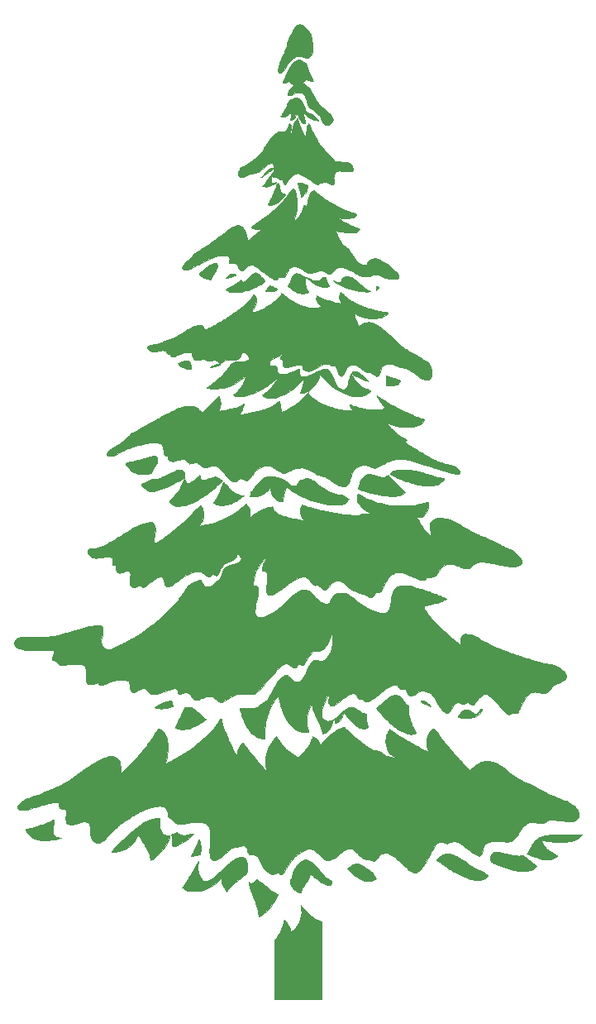
<source format=gbr>
%TF.GenerationSoftware,KiCad,Pcbnew,5.1.7-a382d34a8~88~ubuntu20.04.1*%
%TF.CreationDate,2020-12-11T07:09:01-08:00*%
%TF.ProjectId,2021-xmas-tree,32303231-2d78-46d6-9173-2d747265652e,rev?*%
%TF.SameCoordinates,Original*%
%TF.FileFunction,Copper,L1,Top*%
%TF.FilePolarity,Positive*%
%FSLAX46Y46*%
G04 Gerber Fmt 4.6, Leading zero omitted, Abs format (unit mm)*
G04 Created by KiCad (PCBNEW 5.1.7-a382d34a8~88~ubuntu20.04.1) date 2020-12-11 07:09:01*
%MOMM*%
%LPD*%
G01*
G04 APERTURE LIST*
%TA.AperFunction,EtchedComponent*%
%ADD10C,0.010000*%
%TD*%
%TA.AperFunction,ViaPad*%
%ADD11C,2.010000*%
%TD*%
G04 APERTURE END LIST*
D10*
%TO.C,G\u002A\u002A\u002A*%
G36*
X100389409Y-140319464D02*
G01*
X100443042Y-140388122D01*
X100517367Y-140492358D01*
X100574633Y-140576686D01*
X100788710Y-140857876D01*
X101048921Y-141135957D01*
X101333399Y-141389008D01*
X101534583Y-141539048D01*
X101699480Y-141644357D01*
X101883704Y-141750192D01*
X102070013Y-141847750D01*
X102241165Y-141928227D01*
X102379917Y-141982820D01*
X102433592Y-141998068D01*
X102540000Y-142021439D01*
X102540000Y-150023889D01*
X97706944Y-150023889D01*
X97706944Y-146957662D01*
X97707274Y-146498966D01*
X97708231Y-146060783D01*
X97709767Y-145648206D01*
X97711832Y-145266326D01*
X97714379Y-144920236D01*
X97717360Y-144615026D01*
X97720724Y-144355791D01*
X97724425Y-144147620D01*
X97728413Y-143995607D01*
X97732640Y-143904842D01*
X97736284Y-143879676D01*
X97785682Y-143837893D01*
X97861250Y-143747969D01*
X97954042Y-143622958D01*
X98055115Y-143475917D01*
X98155525Y-143319899D01*
X98246327Y-143167962D01*
X98318578Y-143033160D01*
X98324379Y-143021250D01*
X98406006Y-142836035D01*
X98484469Y-142629982D01*
X98554403Y-142420287D01*
X98610443Y-142224149D01*
X98647224Y-142058765D01*
X98659444Y-141947188D01*
X98668911Y-141872048D01*
X98691775Y-141839482D01*
X98692660Y-141839444D01*
X98736465Y-141867942D01*
X98805224Y-141944403D01*
X98889334Y-142055277D01*
X98979192Y-142187011D01*
X99065195Y-142326055D01*
X99137740Y-142458859D01*
X99151287Y-142486622D01*
X99212389Y-142630291D01*
X99261946Y-142773980D01*
X99289030Y-142885583D01*
X99312083Y-143043061D01*
X99536343Y-142927308D01*
X99697728Y-142827236D01*
X99850648Y-142704206D01*
X99915487Y-142639286D01*
X100095750Y-142392416D01*
X100243526Y-142096484D01*
X100355259Y-141766781D01*
X100427392Y-141418596D01*
X100456366Y-141067220D01*
X100438625Y-140727944D01*
X100404393Y-140537886D01*
X100379296Y-140421038D01*
X100365326Y-140334608D01*
X100365334Y-140298184D01*
X100389409Y-140319464D01*
G37*
X100389409Y-140319464D02*
X100443042Y-140388122D01*
X100517367Y-140492358D01*
X100574633Y-140576686D01*
X100788710Y-140857876D01*
X101048921Y-141135957D01*
X101333399Y-141389008D01*
X101534583Y-141539048D01*
X101699480Y-141644357D01*
X101883704Y-141750192D01*
X102070013Y-141847750D01*
X102241165Y-141928227D01*
X102379917Y-141982820D01*
X102433592Y-141998068D01*
X102540000Y-142021439D01*
X102540000Y-150023889D01*
X97706944Y-150023889D01*
X97706944Y-146957662D01*
X97707274Y-146498966D01*
X97708231Y-146060783D01*
X97709767Y-145648206D01*
X97711832Y-145266326D01*
X97714379Y-144920236D01*
X97717360Y-144615026D01*
X97720724Y-144355791D01*
X97724425Y-144147620D01*
X97728413Y-143995607D01*
X97732640Y-143904842D01*
X97736284Y-143879676D01*
X97785682Y-143837893D01*
X97861250Y-143747969D01*
X97954042Y-143622958D01*
X98055115Y-143475917D01*
X98155525Y-143319899D01*
X98246327Y-143167962D01*
X98318578Y-143033160D01*
X98324379Y-143021250D01*
X98406006Y-142836035D01*
X98484469Y-142629982D01*
X98554403Y-142420287D01*
X98610443Y-142224149D01*
X98647224Y-142058765D01*
X98659444Y-141947188D01*
X98668911Y-141872048D01*
X98691775Y-141839482D01*
X98692660Y-141839444D01*
X98736465Y-141867942D01*
X98805224Y-141944403D01*
X98889334Y-142055277D01*
X98979192Y-142187011D01*
X99065195Y-142326055D01*
X99137740Y-142458859D01*
X99151287Y-142486622D01*
X99212389Y-142630291D01*
X99261946Y-142773980D01*
X99289030Y-142885583D01*
X99312083Y-143043061D01*
X99536343Y-142927308D01*
X99697728Y-142827236D01*
X99850648Y-142704206D01*
X99915487Y-142639286D01*
X100095750Y-142392416D01*
X100243526Y-142096484D01*
X100355259Y-141766781D01*
X100427392Y-141418596D01*
X100456366Y-141067220D01*
X100438625Y-140727944D01*
X100404393Y-140537886D01*
X100379296Y-140421038D01*
X100365326Y-140334608D01*
X100365334Y-140298184D01*
X100389409Y-140319464D01*
G36*
X95981973Y-137815315D02*
G01*
X96071871Y-137868113D01*
X96193957Y-137947703D01*
X96331747Y-138042392D01*
X96468755Y-138140483D01*
X96588498Y-138230279D01*
X96674491Y-138300087D01*
X96701528Y-138325832D01*
X96774542Y-138393297D01*
X96893133Y-138488689D01*
X97044680Y-138603156D01*
X97216564Y-138727844D01*
X97396168Y-138853903D01*
X97570871Y-138972479D01*
X97728054Y-139074721D01*
X97855099Y-139151775D01*
X97939386Y-139194791D01*
X97941303Y-139195532D01*
X98004510Y-139235758D01*
X98024444Y-139273131D01*
X98007281Y-139331370D01*
X97960631Y-139436257D01*
X97891752Y-139574209D01*
X97807902Y-139731642D01*
X97716339Y-139894972D01*
X97624323Y-140050618D01*
X97539110Y-140184994D01*
X97529698Y-140199027D01*
X97247563Y-140575698D01*
X96939955Y-140911554D01*
X96617664Y-141195643D01*
X96387044Y-141359147D01*
X96250041Y-141443567D01*
X96160896Y-141489713D01*
X96110014Y-141500265D01*
X96087799Y-141477903D01*
X96084167Y-141443716D01*
X96072074Y-141332429D01*
X96037629Y-141164624D01*
X95983582Y-140949723D01*
X95912681Y-140697145D01*
X95827676Y-140416313D01*
X95731317Y-140116647D01*
X95626352Y-139807570D01*
X95520177Y-139511111D01*
X95381466Y-139122455D01*
X95267478Y-138776030D01*
X95171426Y-138450939D01*
X95147814Y-138364583D01*
X95099538Y-138178989D01*
X95071860Y-138055710D01*
X95064290Y-137989734D01*
X95076338Y-137976044D01*
X95107516Y-138009626D01*
X95114071Y-138018801D01*
X95207500Y-138099749D01*
X95325384Y-138120992D01*
X95458576Y-138084870D01*
X95597933Y-137993718D01*
X95724001Y-137862920D01*
X95826864Y-137734699D01*
X95981973Y-137815315D01*
G37*
X95981973Y-137815315D02*
X96071871Y-137868113D01*
X96193957Y-137947703D01*
X96331747Y-138042392D01*
X96468755Y-138140483D01*
X96588498Y-138230279D01*
X96674491Y-138300087D01*
X96701528Y-138325832D01*
X96774542Y-138393297D01*
X96893133Y-138488689D01*
X97044680Y-138603156D01*
X97216564Y-138727844D01*
X97396168Y-138853903D01*
X97570871Y-138972479D01*
X97728054Y-139074721D01*
X97855099Y-139151775D01*
X97939386Y-139194791D01*
X97941303Y-139195532D01*
X98004510Y-139235758D01*
X98024444Y-139273131D01*
X98007281Y-139331370D01*
X97960631Y-139436257D01*
X97891752Y-139574209D01*
X97807902Y-139731642D01*
X97716339Y-139894972D01*
X97624323Y-140050618D01*
X97539110Y-140184994D01*
X97529698Y-140199027D01*
X97247563Y-140575698D01*
X96939955Y-140911554D01*
X96617664Y-141195643D01*
X96387044Y-141359147D01*
X96250041Y-141443567D01*
X96160896Y-141489713D01*
X96110014Y-141500265D01*
X96087799Y-141477903D01*
X96084167Y-141443716D01*
X96072074Y-141332429D01*
X96037629Y-141164624D01*
X95983582Y-140949723D01*
X95912681Y-140697145D01*
X95827676Y-140416313D01*
X95731317Y-140116647D01*
X95626352Y-139807570D01*
X95520177Y-139511111D01*
X95381466Y-139122455D01*
X95267478Y-138776030D01*
X95171426Y-138450939D01*
X95147814Y-138364583D01*
X95099538Y-138178989D01*
X95071860Y-138055710D01*
X95064290Y-137989734D01*
X95076338Y-137976044D01*
X95107516Y-138009626D01*
X95114071Y-138018801D01*
X95207500Y-138099749D01*
X95325384Y-138120992D01*
X95458576Y-138084870D01*
X95597933Y-137993718D01*
X95724001Y-137862920D01*
X95826864Y-137734699D01*
X95981973Y-137815315D01*
G36*
X101098054Y-135735166D02*
G01*
X101328038Y-135836331D01*
X101570187Y-136003105D01*
X101822358Y-136233987D01*
X102082406Y-136527476D01*
X102108545Y-136559939D01*
X102388815Y-136898005D01*
X102650857Y-137188159D01*
X102891241Y-137427063D01*
X103106540Y-137611380D01*
X103293325Y-137737771D01*
X103346802Y-137765573D01*
X103455667Y-137823107D01*
X103533347Y-137875291D01*
X103563055Y-137910844D01*
X103563055Y-137910891D01*
X103555540Y-137967876D01*
X103536345Y-138066448D01*
X103521719Y-138132586D01*
X103494170Y-138231043D01*
X103457575Y-138289047D01*
X103397725Y-138311350D01*
X103300412Y-138302702D01*
X103151429Y-138267855D01*
X103132153Y-138262855D01*
X102963405Y-138207767D01*
X102765919Y-138126041D01*
X102558620Y-138027275D01*
X102360428Y-137921071D01*
X102190267Y-137817028D01*
X102067058Y-137724746D01*
X102061379Y-137719615D01*
X101987610Y-137658537D01*
X101891326Y-137586471D01*
X101869722Y-137571232D01*
X101782178Y-137503674D01*
X101668065Y-137406759D01*
X101551072Y-137300653D01*
X101543403Y-137293418D01*
X101441232Y-137199866D01*
X101379071Y-137152432D01*
X101348369Y-137146043D01*
X101340555Y-137173120D01*
X101323578Y-137237797D01*
X101277860Y-137347323D01*
X101211224Y-137486207D01*
X101131494Y-137638956D01*
X101046492Y-137790076D01*
X100964040Y-137924075D01*
X100952704Y-137941250D01*
X100891388Y-138036503D01*
X100845510Y-138113755D01*
X100834395Y-138135277D01*
X100801998Y-138193946D01*
X100745605Y-138286007D01*
X100706484Y-138346944D01*
X100617384Y-138492911D01*
X100530839Y-138651210D01*
X100456795Y-138802036D01*
X100405201Y-138925582D01*
X100389014Y-138979034D01*
X100368424Y-139040874D01*
X100331963Y-139068794D01*
X100265844Y-139063722D01*
X100156276Y-139026586D01*
X100088194Y-138999281D01*
X99862080Y-138870742D01*
X99656450Y-138683515D01*
X99481027Y-138448643D01*
X99345536Y-138177169D01*
X99331370Y-138139786D01*
X99296282Y-138035066D01*
X99287120Y-137960196D01*
X99304226Y-137880666D01*
X99334774Y-137796478D01*
X99386607Y-137657787D01*
X99443812Y-137501090D01*
X99469372Y-137429722D01*
X99579782Y-137125253D01*
X99678102Y-136867726D01*
X99762383Y-136661822D01*
X99830678Y-136512219D01*
X99881038Y-136423597D01*
X99895298Y-136406666D01*
X99924509Y-136370718D01*
X99981528Y-136294975D01*
X100042331Y-136211903D01*
X100213293Y-136016901D01*
X100409971Y-135861586D01*
X100618416Y-135754441D01*
X100824680Y-135703947D01*
X100882377Y-135701111D01*
X101098054Y-135735166D01*
G37*
X101098054Y-135735166D02*
X101328038Y-135836331D01*
X101570187Y-136003105D01*
X101822358Y-136233987D01*
X102082406Y-136527476D01*
X102108545Y-136559939D01*
X102388815Y-136898005D01*
X102650857Y-137188159D01*
X102891241Y-137427063D01*
X103106540Y-137611380D01*
X103293325Y-137737771D01*
X103346802Y-137765573D01*
X103455667Y-137823107D01*
X103533347Y-137875291D01*
X103563055Y-137910844D01*
X103563055Y-137910891D01*
X103555540Y-137967876D01*
X103536345Y-138066448D01*
X103521719Y-138132586D01*
X103494170Y-138231043D01*
X103457575Y-138289047D01*
X103397725Y-138311350D01*
X103300412Y-138302702D01*
X103151429Y-138267855D01*
X103132153Y-138262855D01*
X102963405Y-138207767D01*
X102765919Y-138126041D01*
X102558620Y-138027275D01*
X102360428Y-137921071D01*
X102190267Y-137817028D01*
X102067058Y-137724746D01*
X102061379Y-137719615D01*
X101987610Y-137658537D01*
X101891326Y-137586471D01*
X101869722Y-137571232D01*
X101782178Y-137503674D01*
X101668065Y-137406759D01*
X101551072Y-137300653D01*
X101543403Y-137293418D01*
X101441232Y-137199866D01*
X101379071Y-137152432D01*
X101348369Y-137146043D01*
X101340555Y-137173120D01*
X101323578Y-137237797D01*
X101277860Y-137347323D01*
X101211224Y-137486207D01*
X101131494Y-137638956D01*
X101046492Y-137790076D01*
X100964040Y-137924075D01*
X100952704Y-137941250D01*
X100891388Y-138036503D01*
X100845510Y-138113755D01*
X100834395Y-138135277D01*
X100801998Y-138193946D01*
X100745605Y-138286007D01*
X100706484Y-138346944D01*
X100617384Y-138492911D01*
X100530839Y-138651210D01*
X100456795Y-138802036D01*
X100405201Y-138925582D01*
X100389014Y-138979034D01*
X100368424Y-139040874D01*
X100331963Y-139068794D01*
X100265844Y-139063722D01*
X100156276Y-139026586D01*
X100088194Y-138999281D01*
X99862080Y-138870742D01*
X99656450Y-138683515D01*
X99481027Y-138448643D01*
X99345536Y-138177169D01*
X99331370Y-138139786D01*
X99296282Y-138035066D01*
X99287120Y-137960196D01*
X99304226Y-137880666D01*
X99334774Y-137796478D01*
X99386607Y-137657787D01*
X99443812Y-137501090D01*
X99469372Y-137429722D01*
X99579782Y-137125253D01*
X99678102Y-136867726D01*
X99762383Y-136661822D01*
X99830678Y-136512219D01*
X99881038Y-136423597D01*
X99895298Y-136406666D01*
X99924509Y-136370718D01*
X99981528Y-136294975D01*
X100042331Y-136211903D01*
X100213293Y-136016901D01*
X100409971Y-135861586D01*
X100618416Y-135754441D01*
X100824680Y-135703947D01*
X100882377Y-135701111D01*
X101098054Y-135735166D01*
G36*
X94374957Y-135440018D02*
G01*
X94467560Y-135452854D01*
X94539744Y-135483333D01*
X94616528Y-135538394D01*
X94625645Y-135545698D01*
X94723255Y-135643796D01*
X94796916Y-135766900D01*
X94849816Y-135925461D01*
X94885145Y-136129932D01*
X94906092Y-136390763D01*
X94909886Y-136477222D01*
X94926487Y-136918194D01*
X94795401Y-137070019D01*
X94706724Y-137162394D01*
X94574473Y-137286856D01*
X94411021Y-137432500D01*
X94228740Y-137588423D01*
X94040000Y-137743720D01*
X93947010Y-137817777D01*
X93649357Y-138056093D01*
X93405338Y-138260978D01*
X93209400Y-138437408D01*
X93055987Y-138590356D01*
X92952806Y-138708168D01*
X92754383Y-138953753D01*
X92657526Y-138835557D01*
X92488343Y-138574360D01*
X92373688Y-138273512D01*
X92316287Y-137941264D01*
X92309863Y-137783519D01*
X92309444Y-137519955D01*
X92088958Y-137732030D01*
X91857163Y-137946406D01*
X91643993Y-138122393D01*
X91425607Y-138277946D01*
X91178163Y-138431018D01*
X91103580Y-138474079D01*
X90756679Y-138655290D01*
X90434072Y-138785908D01*
X90117374Y-138871526D01*
X89788202Y-138917736D01*
X89611818Y-138927857D01*
X89437445Y-138932144D01*
X89281768Y-138933131D01*
X89162414Y-138930887D01*
X89099167Y-138925903D01*
X88837142Y-138864627D01*
X88609494Y-138779466D01*
X88472986Y-138710906D01*
X88364598Y-138648255D01*
X88285912Y-138596232D01*
X88252718Y-138565354D01*
X88252500Y-138564059D01*
X88271784Y-138518396D01*
X88305056Y-138468772D01*
X88383214Y-138361259D01*
X88462835Y-138243636D01*
X88533392Y-138132514D01*
X88584360Y-138044502D01*
X88605214Y-137996208D01*
X88605278Y-137995017D01*
X88626869Y-137960028D01*
X88634022Y-137958889D01*
X88667578Y-137930685D01*
X88713491Y-137861142D01*
X88722633Y-137844236D01*
X88786293Y-137730351D01*
X88851645Y-137623750D01*
X88918132Y-137518578D01*
X88987419Y-137404231D01*
X88993178Y-137394444D01*
X89059875Y-137282756D01*
X89135439Y-137159021D01*
X89153533Y-137129861D01*
X89215116Y-137028424D01*
X89265391Y-136941129D01*
X89277680Y-136918194D01*
X89327180Y-136827137D01*
X89356445Y-136776687D01*
X89444115Y-136628714D01*
X89542853Y-136459071D01*
X89642379Y-136285731D01*
X89732415Y-136126666D01*
X89802681Y-135999847D01*
X89830377Y-135948055D01*
X89876991Y-135861994D01*
X89898214Y-135835271D01*
X89899183Y-135863614D01*
X89894032Y-135895139D01*
X89848900Y-136292021D01*
X89862931Y-136670308D01*
X89937798Y-137048365D01*
X90023127Y-137311485D01*
X90135619Y-137558209D01*
X90266135Y-137737377D01*
X90416142Y-137850020D01*
X90587113Y-137897171D01*
X90780516Y-137879859D01*
X90818885Y-137869669D01*
X90964614Y-137810481D01*
X91144168Y-137711718D01*
X91341644Y-137583858D01*
X91541140Y-137437381D01*
X91726755Y-137282766D01*
X91771287Y-137242052D01*
X92079667Y-136953995D01*
X92340982Y-136710354D01*
X92559542Y-136507182D01*
X92739658Y-136340537D01*
X92885641Y-136206474D01*
X93001801Y-136101047D01*
X93092449Y-136020314D01*
X93161896Y-135960330D01*
X93214452Y-135917150D01*
X93244305Y-135894212D01*
X93329554Y-135829154D01*
X93388898Y-135780303D01*
X93403123Y-135766307D01*
X93440229Y-135740162D01*
X93524629Y-135689896D01*
X93641231Y-135624351D01*
X93702312Y-135591078D01*
X93845700Y-135516610D01*
X93953650Y-135471233D01*
X94051237Y-135447762D01*
X94163538Y-135439011D01*
X94236918Y-135437887D01*
X94374957Y-135440018D01*
G37*
X94374957Y-135440018D02*
X94467560Y-135452854D01*
X94539744Y-135483333D01*
X94616528Y-135538394D01*
X94625645Y-135545698D01*
X94723255Y-135643796D01*
X94796916Y-135766900D01*
X94849816Y-135925461D01*
X94885145Y-136129932D01*
X94906092Y-136390763D01*
X94909886Y-136477222D01*
X94926487Y-136918194D01*
X94795401Y-137070019D01*
X94706724Y-137162394D01*
X94574473Y-137286856D01*
X94411021Y-137432500D01*
X94228740Y-137588423D01*
X94040000Y-137743720D01*
X93947010Y-137817777D01*
X93649357Y-138056093D01*
X93405338Y-138260978D01*
X93209400Y-138437408D01*
X93055987Y-138590356D01*
X92952806Y-138708168D01*
X92754383Y-138953753D01*
X92657526Y-138835557D01*
X92488343Y-138574360D01*
X92373688Y-138273512D01*
X92316287Y-137941264D01*
X92309863Y-137783519D01*
X92309444Y-137519955D01*
X92088958Y-137732030D01*
X91857163Y-137946406D01*
X91643993Y-138122393D01*
X91425607Y-138277946D01*
X91178163Y-138431018D01*
X91103580Y-138474079D01*
X90756679Y-138655290D01*
X90434072Y-138785908D01*
X90117374Y-138871526D01*
X89788202Y-138917736D01*
X89611818Y-138927857D01*
X89437445Y-138932144D01*
X89281768Y-138933131D01*
X89162414Y-138930887D01*
X89099167Y-138925903D01*
X88837142Y-138864627D01*
X88609494Y-138779466D01*
X88472986Y-138710906D01*
X88364598Y-138648255D01*
X88285912Y-138596232D01*
X88252718Y-138565354D01*
X88252500Y-138564059D01*
X88271784Y-138518396D01*
X88305056Y-138468772D01*
X88383214Y-138361259D01*
X88462835Y-138243636D01*
X88533392Y-138132514D01*
X88584360Y-138044502D01*
X88605214Y-137996208D01*
X88605278Y-137995017D01*
X88626869Y-137960028D01*
X88634022Y-137958889D01*
X88667578Y-137930685D01*
X88713491Y-137861142D01*
X88722633Y-137844236D01*
X88786293Y-137730351D01*
X88851645Y-137623750D01*
X88918132Y-137518578D01*
X88987419Y-137404231D01*
X88993178Y-137394444D01*
X89059875Y-137282756D01*
X89135439Y-137159021D01*
X89153533Y-137129861D01*
X89215116Y-137028424D01*
X89265391Y-136941129D01*
X89277680Y-136918194D01*
X89327180Y-136827137D01*
X89356445Y-136776687D01*
X89444115Y-136628714D01*
X89542853Y-136459071D01*
X89642379Y-136285731D01*
X89732415Y-136126666D01*
X89802681Y-135999847D01*
X89830377Y-135948055D01*
X89876991Y-135861994D01*
X89898214Y-135835271D01*
X89899183Y-135863614D01*
X89894032Y-135895139D01*
X89848900Y-136292021D01*
X89862931Y-136670308D01*
X89937798Y-137048365D01*
X90023127Y-137311485D01*
X90135619Y-137558209D01*
X90266135Y-137737377D01*
X90416142Y-137850020D01*
X90587113Y-137897171D01*
X90780516Y-137879859D01*
X90818885Y-137869669D01*
X90964614Y-137810481D01*
X91144168Y-137711718D01*
X91341644Y-137583858D01*
X91541140Y-137437381D01*
X91726755Y-137282766D01*
X91771287Y-137242052D01*
X92079667Y-136953995D01*
X92340982Y-136710354D01*
X92559542Y-136507182D01*
X92739658Y-136340537D01*
X92885641Y-136206474D01*
X93001801Y-136101047D01*
X93092449Y-136020314D01*
X93161896Y-135960330D01*
X93214452Y-135917150D01*
X93244305Y-135894212D01*
X93329554Y-135829154D01*
X93388898Y-135780303D01*
X93403123Y-135766307D01*
X93440229Y-135740162D01*
X93524629Y-135689896D01*
X93641231Y-135624351D01*
X93702312Y-135591078D01*
X93845700Y-135516610D01*
X93953650Y-135471233D01*
X94051237Y-135447762D01*
X94163538Y-135439011D01*
X94236918Y-135437887D01*
X94374957Y-135440018D01*
G36*
X106452116Y-136175844D02*
G01*
X106692417Y-136270432D01*
X106918553Y-136408810D01*
X106920561Y-136410306D01*
X107130826Y-136569110D01*
X107324543Y-136718976D01*
X107494434Y-136853972D01*
X107633222Y-136968165D01*
X107733628Y-137055621D01*
X107788373Y-137110407D01*
X107796389Y-137124278D01*
X107813394Y-137170030D01*
X107858562Y-137258930D01*
X107923118Y-137374010D01*
X107943049Y-137407900D01*
X108089709Y-137654765D01*
X108007300Y-137709813D01*
X107805596Y-137812526D01*
X107570385Y-137869964D01*
X107302500Y-137885519D01*
X107149490Y-137880129D01*
X107011242Y-137868288D01*
X106912524Y-137852293D01*
X106896805Y-137847876D01*
X106559115Y-137707753D01*
X106208464Y-137508167D01*
X105855326Y-137256208D01*
X105510173Y-136958964D01*
X105347027Y-136798819D01*
X105173082Y-136620602D01*
X105267609Y-136532998D01*
X105413064Y-136414839D01*
X105589217Y-136295406D01*
X105760733Y-136198278D01*
X105790887Y-136183826D01*
X105986884Y-136129641D01*
X106212116Y-136127947D01*
X106452116Y-136175844D01*
G37*
X106452116Y-136175844D02*
X106692417Y-136270432D01*
X106918553Y-136408810D01*
X106920561Y-136410306D01*
X107130826Y-136569110D01*
X107324543Y-136718976D01*
X107494434Y-136853972D01*
X107633222Y-136968165D01*
X107733628Y-137055621D01*
X107788373Y-137110407D01*
X107796389Y-137124278D01*
X107813394Y-137170030D01*
X107858562Y-137258930D01*
X107923118Y-137374010D01*
X107943049Y-137407900D01*
X108089709Y-137654765D01*
X108007300Y-137709813D01*
X107805596Y-137812526D01*
X107570385Y-137869964D01*
X107302500Y-137885519D01*
X107149490Y-137880129D01*
X107011242Y-137868288D01*
X106912524Y-137852293D01*
X106896805Y-137847876D01*
X106559115Y-137707753D01*
X106208464Y-137508167D01*
X105855326Y-137256208D01*
X105510173Y-136958964D01*
X105347027Y-136798819D01*
X105173082Y-136620602D01*
X105267609Y-136532998D01*
X105413064Y-136414839D01*
X105589217Y-136295406D01*
X105760733Y-136198278D01*
X105790887Y-136183826D01*
X105986884Y-136129641D01*
X106212116Y-136127947D01*
X106452116Y-136175844D01*
G36*
X115616694Y-135107559D02*
G01*
X115771514Y-135128319D01*
X115929203Y-135167038D01*
X116096676Y-135227088D01*
X116280849Y-135311841D01*
X116488641Y-135424668D01*
X116726968Y-135568940D01*
X117002746Y-135748028D01*
X117322892Y-135965303D01*
X117541176Y-136116813D01*
X117630076Y-136180447D01*
X117700760Y-136233619D01*
X117709444Y-136240570D01*
X117859024Y-136350514D01*
X118038785Y-136463857D01*
X118234286Y-136573406D01*
X118431089Y-136671969D01*
X118614750Y-136752354D01*
X118770830Y-136807369D01*
X118884888Y-136829821D01*
X118892943Y-136830000D01*
X118965602Y-136849848D01*
X119069874Y-136912155D01*
X119212210Y-137021059D01*
X119283801Y-137080761D01*
X119403093Y-137184207D01*
X119499301Y-137271764D01*
X119561409Y-137333134D01*
X119579167Y-137356834D01*
X119551165Y-137402657D01*
X119477266Y-137471017D01*
X119372625Y-137549089D01*
X119287233Y-137603832D01*
X119061903Y-137702666D01*
X118790897Y-137761216D01*
X118487345Y-137778184D01*
X118164378Y-137752272D01*
X118026944Y-137728460D01*
X117756122Y-137666480D01*
X117497767Y-137590028D01*
X117234126Y-137492569D01*
X116947447Y-137367563D01*
X116633472Y-137215266D01*
X116444409Y-137119710D01*
X116299499Y-137044802D01*
X116179579Y-136980060D01*
X116065485Y-136915005D01*
X115938053Y-136839155D01*
X115866180Y-136795628D01*
X115753850Y-136728313D01*
X115635956Y-136658940D01*
X115628055Y-136654351D01*
X115486400Y-136566146D01*
X115295370Y-136437669D01*
X115060603Y-136272828D01*
X114787732Y-136075535D01*
X114682746Y-135998417D01*
X114319520Y-135730590D01*
X114388444Y-135618837D01*
X114532142Y-135447653D01*
X114728640Y-135303054D01*
X114962870Y-135192329D01*
X115219767Y-135122770D01*
X115457824Y-135101389D01*
X115616694Y-135107559D01*
G37*
X115616694Y-135107559D02*
X115771514Y-135128319D01*
X115929203Y-135167038D01*
X116096676Y-135227088D01*
X116280849Y-135311841D01*
X116488641Y-135424668D01*
X116726968Y-135568940D01*
X117002746Y-135748028D01*
X117322892Y-135965303D01*
X117541176Y-136116813D01*
X117630076Y-136180447D01*
X117700760Y-136233619D01*
X117709444Y-136240570D01*
X117859024Y-136350514D01*
X118038785Y-136463857D01*
X118234286Y-136573406D01*
X118431089Y-136671969D01*
X118614750Y-136752354D01*
X118770830Y-136807369D01*
X118884888Y-136829821D01*
X118892943Y-136830000D01*
X118965602Y-136849848D01*
X119069874Y-136912155D01*
X119212210Y-137021059D01*
X119283801Y-137080761D01*
X119403093Y-137184207D01*
X119499301Y-137271764D01*
X119561409Y-137333134D01*
X119579167Y-137356834D01*
X119551165Y-137402657D01*
X119477266Y-137471017D01*
X119372625Y-137549089D01*
X119287233Y-137603832D01*
X119061903Y-137702666D01*
X118790897Y-137761216D01*
X118487345Y-137778184D01*
X118164378Y-137752272D01*
X118026944Y-137728460D01*
X117756122Y-137666480D01*
X117497767Y-137590028D01*
X117234126Y-137492569D01*
X116947447Y-137367563D01*
X116633472Y-137215266D01*
X116444409Y-137119710D01*
X116299499Y-137044802D01*
X116179579Y-136980060D01*
X116065485Y-136915005D01*
X115938053Y-136839155D01*
X115866180Y-136795628D01*
X115753850Y-136728313D01*
X115635956Y-136658940D01*
X115628055Y-136654351D01*
X115486400Y-136566146D01*
X115295370Y-136437669D01*
X115060603Y-136272828D01*
X114787732Y-136075535D01*
X114682746Y-135998417D01*
X114319520Y-135730590D01*
X114388444Y-135618837D01*
X114532142Y-135447653D01*
X114728640Y-135303054D01*
X114962870Y-135192329D01*
X115219767Y-135122770D01*
X115457824Y-135101389D01*
X115616694Y-135107559D01*
G36*
X92222188Y-121266407D02*
G01*
X92236793Y-121314650D01*
X92238889Y-121365519D01*
X92249806Y-121458052D01*
X92278975Y-121597105D01*
X92321022Y-121762716D01*
X92370572Y-121934923D01*
X92422251Y-122093764D01*
X92465530Y-122207361D01*
X92510497Y-122317295D01*
X92556221Y-122434893D01*
X92556888Y-122436666D01*
X92603675Y-122555698D01*
X92671267Y-122720590D01*
X92751772Y-122912742D01*
X92837301Y-123113556D01*
X92919966Y-123304435D01*
X92991876Y-123466778D01*
X93020797Y-123530277D01*
X93202800Y-123922986D01*
X93357882Y-124254338D01*
X93487659Y-124527504D01*
X93593745Y-124745657D01*
X93677756Y-124911965D01*
X93741307Y-125029602D01*
X93786013Y-125101736D01*
X93813490Y-125131541D01*
X93825353Y-125122185D01*
X93826117Y-125111193D01*
X93839177Y-124985880D01*
X93873696Y-124817935D01*
X93923514Y-124629648D01*
X93982471Y-124443311D01*
X94044407Y-124281216D01*
X94072029Y-124221278D01*
X94152177Y-124078940D01*
X94247321Y-123935757D01*
X94312905Y-123851480D01*
X94446762Y-123696433D01*
X94628219Y-123963875D01*
X94785010Y-124186030D01*
X94960700Y-124416607D01*
X95168185Y-124672269D01*
X95275650Y-124800277D01*
X95379991Y-124924602D01*
X95493441Y-125061358D01*
X95544264Y-125123230D01*
X95670881Y-125276635D01*
X95806901Y-125438900D01*
X95942681Y-125598790D01*
X96068576Y-125745068D01*
X96174940Y-125866500D01*
X96252129Y-125951848D01*
X96281489Y-125982083D01*
X96338648Y-126042199D01*
X96424187Y-126138612D01*
X96521886Y-126252944D01*
X96546120Y-126281944D01*
X96695447Y-126459387D01*
X96805127Y-126584541D01*
X96878589Y-126660999D01*
X96919262Y-126692351D01*
X96930670Y-126684699D01*
X96910715Y-126627008D01*
X96906228Y-126621876D01*
X96885440Y-126577511D01*
X96854378Y-126484572D01*
X96819690Y-126362982D01*
X96818962Y-126360233D01*
X96766615Y-126052411D01*
X96757793Y-125704431D01*
X96790194Y-125329780D01*
X96861514Y-124941946D01*
X96969451Y-124554417D01*
X97111703Y-124180682D01*
X97234290Y-123927311D01*
X97331360Y-123751319D01*
X97415945Y-123616196D01*
X97505179Y-123498773D01*
X97616197Y-123375882D01*
X97720898Y-123269348D01*
X97893818Y-123096613D01*
X97950312Y-123200667D01*
X98084589Y-123417987D01*
X98261874Y-123660630D01*
X98468283Y-123912186D01*
X98689934Y-124156247D01*
X98912942Y-124376404D01*
X99040731Y-124489448D01*
X99164488Y-124594018D01*
X99267606Y-124682156D01*
X99338479Y-124743874D01*
X99365000Y-124768453D01*
X99416953Y-124813457D01*
X99511466Y-124880652D01*
X99633139Y-124960565D01*
X99766570Y-125043723D01*
X99896358Y-125120654D01*
X100007102Y-125181884D01*
X100083401Y-125217941D01*
X100104997Y-125223611D01*
X100170256Y-125196727D01*
X100268382Y-125122303D01*
X100390501Y-125009681D01*
X100527736Y-124868204D01*
X100671212Y-124707213D01*
X100812052Y-124536051D01*
X100941381Y-124364059D01*
X100994387Y-124287499D01*
X101150188Y-124043274D01*
X101293879Y-123795185D01*
X101417037Y-123559130D01*
X101511240Y-123351013D01*
X101557059Y-123225297D01*
X101589166Y-123135375D01*
X101620571Y-123099734D01*
X101667143Y-123104074D01*
X101684639Y-123110345D01*
X101841612Y-123198981D01*
X102001377Y-123339365D01*
X102148948Y-123514969D01*
X102269339Y-123709261D01*
X102312507Y-123802912D01*
X102389980Y-123993531D01*
X102504407Y-123806001D01*
X102585826Y-123693092D01*
X102707839Y-123548999D01*
X102856751Y-123387603D01*
X103018870Y-123222784D01*
X103180500Y-123068425D01*
X103327947Y-122938405D01*
X103447517Y-122846606D01*
X103457222Y-122840188D01*
X103549320Y-122779161D01*
X103614765Y-122733435D01*
X103633611Y-122718404D01*
X103697838Y-122668282D01*
X103813224Y-122595760D01*
X103966827Y-122507920D01*
X104145707Y-122411844D01*
X104336922Y-122314613D01*
X104527529Y-122223308D01*
X104592561Y-122193677D01*
X104714081Y-122151412D01*
X104808502Y-122141778D01*
X104861646Y-122165085D01*
X104868333Y-122187644D01*
X104893345Y-122218592D01*
X104962523Y-122287789D01*
X105067080Y-122386860D01*
X105198230Y-122507428D01*
X105299196Y-122598384D01*
X105451945Y-122735355D01*
X105592663Y-122862364D01*
X105710009Y-122969114D01*
X105792643Y-123045308D01*
X105820426Y-123071666D01*
X105884537Y-123128858D01*
X105992671Y-123219599D01*
X106132993Y-123334342D01*
X106293663Y-123463536D01*
X106462843Y-123597635D01*
X106628696Y-123727089D01*
X106720417Y-123797592D01*
X106812048Y-123864430D01*
X106934279Y-123949336D01*
X107074522Y-124044072D01*
X107220185Y-124140401D01*
X107358680Y-124230085D01*
X107477416Y-124304887D01*
X107563805Y-124356571D01*
X107605255Y-124376898D01*
X107605896Y-124376944D01*
X107649635Y-124398189D01*
X107695807Y-124434613D01*
X107777063Y-124473188D01*
X107925802Y-124504136D01*
X108069001Y-124520960D01*
X108256536Y-124543292D01*
X108405927Y-124576783D01*
X108536300Y-124630386D01*
X108666780Y-124713058D01*
X108816491Y-124833750D01*
X108906878Y-124913247D01*
X109018054Y-124995835D01*
X109137263Y-125059659D01*
X109191980Y-125078813D01*
X109324928Y-125112953D01*
X109461618Y-125149042D01*
X109472083Y-125151861D01*
X109596810Y-125182055D01*
X109741168Y-125212307D01*
X109789583Y-125221331D01*
X109917381Y-125245104D01*
X110034501Y-125268557D01*
X110071805Y-125276641D01*
X110100824Y-125276683D01*
X110069459Y-125251525D01*
X109981916Y-125204354D01*
X109965972Y-125196448D01*
X109704709Y-125029864D01*
X109483632Y-124811243D01*
X109306047Y-124548698D01*
X109175256Y-124250340D01*
X109094563Y-123924281D01*
X109067273Y-123578633D01*
X109096690Y-123221506D01*
X109117213Y-123112657D01*
X109151007Y-122985883D01*
X109200250Y-122839483D01*
X109258589Y-122688270D01*
X109319670Y-122547056D01*
X109377140Y-122430655D01*
X109424643Y-122353877D01*
X109452586Y-122330833D01*
X109495903Y-122354937D01*
X109527976Y-122387335D01*
X109576639Y-122429954D01*
X109669717Y-122498991D01*
X109791867Y-122583357D01*
X109876254Y-122639008D01*
X110019705Y-122731905D01*
X110155156Y-122819624D01*
X110262393Y-122889074D01*
X110301111Y-122914150D01*
X110376011Y-122960471D01*
X110497412Y-123033082D01*
X110650562Y-123123259D01*
X110820705Y-123222277D01*
X110883194Y-123258361D01*
X111055693Y-123357807D01*
X111216534Y-123450639D01*
X111351005Y-123528355D01*
X111444391Y-123582457D01*
X111465278Y-123594608D01*
X111574380Y-123656989D01*
X111702136Y-123728363D01*
X111747500Y-123753288D01*
X111830637Y-123799137D01*
X111962303Y-123872285D01*
X112129518Y-123965472D01*
X112319299Y-124071437D01*
X112518663Y-124182921D01*
X112714629Y-124292662D01*
X112894215Y-124393400D01*
X113044439Y-124477876D01*
X113152318Y-124538828D01*
X113165130Y-124546111D01*
X113282232Y-124614816D01*
X113408146Y-124691567D01*
X113433741Y-124707606D01*
X113572361Y-124795113D01*
X113467610Y-124601711D01*
X113359188Y-124362238D01*
X113294069Y-124114998D01*
X113266615Y-123835889D01*
X113264863Y-123734846D01*
X113293262Y-123365078D01*
X113378315Y-123028079D01*
X113518231Y-122729584D01*
X113628349Y-122570625D01*
X113712225Y-122479820D01*
X113810450Y-122394602D01*
X113907489Y-122325841D01*
X113987804Y-122284410D01*
X114035857Y-122281180D01*
X114038507Y-122283625D01*
X114067274Y-122320439D01*
X114130902Y-122403672D01*
X114221822Y-122523367D01*
X114332467Y-122669568D01*
X114422954Y-122789444D01*
X114602977Y-123027551D01*
X114749873Y-123220192D01*
X114872437Y-123378650D01*
X114979463Y-123514209D01*
X115079748Y-123638153D01*
X115163103Y-123739014D01*
X115254538Y-123850130D01*
X115343103Y-123959915D01*
X115381111Y-124008052D01*
X115460687Y-124105997D01*
X115580112Y-124247326D01*
X115731766Y-124423222D01*
X115908027Y-124624871D01*
X116101275Y-124843457D01*
X116171393Y-124922196D01*
X116299460Y-125065806D01*
X116432772Y-125215412D01*
X116550339Y-125347452D01*
X116595702Y-125398446D01*
X116678117Y-125488332D01*
X116798269Y-125615684D01*
X116944137Y-125767941D01*
X117103705Y-125932545D01*
X117236178Y-126067758D01*
X117702758Y-126541488D01*
X118020411Y-126256356D01*
X118150608Y-126142919D01*
X118268181Y-126046716D01*
X118359964Y-125978124D01*
X118411810Y-125947818D01*
X118470406Y-125918681D01*
X118485555Y-125897706D01*
X118516270Y-125868203D01*
X118597866Y-125822756D01*
X118714517Y-125768411D01*
X118850399Y-125712213D01*
X118989688Y-125661210D01*
X119082861Y-125631757D01*
X119362791Y-125581811D01*
X119658723Y-125590221D01*
X119973182Y-125657903D01*
X120308696Y-125785767D01*
X120667791Y-125974729D01*
X121052992Y-126225702D01*
X121360694Y-126455291D01*
X121472920Y-126544055D01*
X121562830Y-126616894D01*
X121616656Y-126662580D01*
X121625278Y-126671079D01*
X121658350Y-126699381D01*
X121737274Y-126761889D01*
X121851514Y-126850397D01*
X121990534Y-126956702D01*
X122048611Y-127000771D01*
X122137725Y-127067667D01*
X122221771Y-127128735D01*
X122306276Y-127186925D01*
X122396772Y-127245184D01*
X122498788Y-127306463D01*
X122617853Y-127373709D01*
X122759497Y-127449871D01*
X122929249Y-127537899D01*
X123132639Y-127640741D01*
X123375197Y-127761346D01*
X123662451Y-127902662D01*
X123999933Y-128067639D01*
X124393171Y-128259225D01*
X124567991Y-128344299D01*
X124786081Y-128451697D01*
X124994302Y-128556604D01*
X125180131Y-128652527D01*
X125331045Y-128732979D01*
X125434522Y-128791466D01*
X125454272Y-128803650D01*
X125664946Y-128926372D01*
X125924171Y-129058467D01*
X126216382Y-129193582D01*
X126526016Y-129325368D01*
X126837509Y-129447474D01*
X127135299Y-129553550D01*
X127403821Y-129637245D01*
X127627514Y-129692208D01*
X127635843Y-129693821D01*
X127717010Y-129729020D01*
X127754216Y-129777604D01*
X127796875Y-129831563D01*
X127878443Y-129877222D01*
X127888277Y-129880671D01*
X128037328Y-129947210D01*
X128201604Y-130047498D01*
X128357805Y-130164886D01*
X128482631Y-130282727D01*
X128525597Y-130336038D01*
X128598992Y-130438512D01*
X128666320Y-130528119D01*
X128688747Y-130556257D01*
X128734616Y-130629683D01*
X128788679Y-130741338D01*
X128824287Y-130828311D01*
X128882772Y-131052513D01*
X128877946Y-131247332D01*
X128809372Y-131413405D01*
X128676612Y-131551369D01*
X128479231Y-131661861D01*
X128216790Y-131745519D01*
X128191134Y-131751489D01*
X128020704Y-131773177D01*
X127795727Y-131775617D01*
X127529405Y-131759264D01*
X127234939Y-131724574D01*
X127181528Y-131716656D01*
X126771679Y-131660449D01*
X126423561Y-131626379D01*
X126139101Y-131614605D01*
X125987844Y-131619077D01*
X125826679Y-131635044D01*
X125705284Y-131662826D01*
X125592932Y-131711347D01*
X125511594Y-131757399D01*
X125355707Y-131849075D01*
X125241425Y-131909231D01*
X125150398Y-131943551D01*
X125064279Y-131957717D01*
X124964719Y-131957410D01*
X124882999Y-131952059D01*
X124711379Y-131935057D01*
X124524921Y-131910263D01*
X124412222Y-131891678D01*
X124204494Y-131867725D01*
X123990425Y-131867706D01*
X123792902Y-131890055D01*
X123634813Y-131933208D01*
X123604391Y-131946933D01*
X123519508Y-132004546D01*
X123403874Y-132102628D01*
X123271467Y-132227080D01*
X123136264Y-132363804D01*
X123012242Y-132498701D01*
X122913377Y-132617674D01*
X122856405Y-132701407D01*
X122800649Y-132801191D01*
X122751266Y-132885159D01*
X122744978Y-132895272D01*
X122705674Y-132958876D01*
X122642913Y-133061804D01*
X122569587Y-133182906D01*
X122562211Y-133195133D01*
X122406794Y-133425919D01*
X122250397Y-133599197D01*
X122080920Y-133727132D01*
X121978055Y-133782431D01*
X121906425Y-133815521D01*
X121843755Y-133839160D01*
X121777227Y-133854462D01*
X121694019Y-133862538D01*
X121581312Y-133864498D01*
X121426284Y-133861455D01*
X121216114Y-133854519D01*
X121166667Y-133852774D01*
X120939866Y-133844055D01*
X120714175Y-133834139D01*
X120508819Y-133823956D01*
X120343025Y-133814437D01*
X120269494Y-133809351D01*
X119958127Y-133810938D01*
X119675677Y-133863870D01*
X119431863Y-133965696D01*
X119303730Y-134052822D01*
X119216353Y-134157545D01*
X119132782Y-134321534D01*
X119057799Y-134533504D01*
X118997691Y-134774802D01*
X118941828Y-135003245D01*
X118880458Y-135165631D01*
X118811147Y-135266392D01*
X118731461Y-135309961D01*
X118702339Y-135312542D01*
X118549461Y-135285102D01*
X118355378Y-135206953D01*
X118124888Y-135080878D01*
X117862789Y-134909664D01*
X117573880Y-134696094D01*
X117397464Y-134555181D01*
X117194520Y-134391932D01*
X117027129Y-134264541D01*
X116879187Y-134160801D01*
X116862778Y-134149892D01*
X116625492Y-133999480D01*
X116429112Y-133893075D01*
X116261223Y-133828480D01*
X116109411Y-133803496D01*
X115961260Y-133815924D01*
X115804356Y-133863566D01*
X115646036Y-133934421D01*
X115498665Y-134001844D01*
X115388812Y-134033624D01*
X115293624Y-134030639D01*
X115190251Y-133993765D01*
X115113140Y-133954861D01*
X114927200Y-133879924D01*
X114752359Y-133862061D01*
X114583606Y-133903580D01*
X114415930Y-134006789D01*
X114244317Y-134173994D01*
X114063755Y-134407505D01*
X114033020Y-134452177D01*
X113940818Y-134589993D01*
X113865157Y-134706702D01*
X113813877Y-134789956D01*
X113794819Y-134827364D01*
X113777058Y-134868105D01*
X113731343Y-134951564D01*
X113667102Y-135060623D01*
X113658784Y-135074309D01*
X113580706Y-135204612D01*
X113498055Y-135347605D01*
X113404003Y-135515489D01*
X113291722Y-135720468D01*
X113154386Y-135974743D01*
X113140290Y-136000972D01*
X113074357Y-136118416D01*
X113018239Y-136208868D01*
X112981970Y-136256403D01*
X112977282Y-136259676D01*
X112947736Y-136300254D01*
X112946249Y-136312592D01*
X112922838Y-136365452D01*
X112861964Y-136453398D01*
X112776125Y-136561697D01*
X112677821Y-136675617D01*
X112579550Y-136780424D01*
X112493812Y-136861387D01*
X112455383Y-136891190D01*
X112308300Y-136972514D01*
X112160085Y-137015073D01*
X112005468Y-137016506D01*
X111839180Y-136974453D01*
X111655952Y-136886554D01*
X111450515Y-136750449D01*
X111217601Y-136563777D01*
X110951939Y-136324178D01*
X110745074Y-136125082D01*
X110469825Y-135858512D01*
X110234318Y-135639539D01*
X110031479Y-135462975D01*
X109854234Y-135323632D01*
X109695508Y-135216321D01*
X109548228Y-135135854D01*
X109405319Y-135077043D01*
X109259708Y-135034699D01*
X109257720Y-135034223D01*
X109038868Y-135015527D01*
X108807852Y-135055513D01*
X108642928Y-135120591D01*
X108569519Y-135173080D01*
X108470480Y-135263849D01*
X108363053Y-135375140D01*
X108264482Y-135489199D01*
X108198392Y-135578321D01*
X108136293Y-135642156D01*
X108039244Y-135712068D01*
X107991520Y-135739660D01*
X107836465Y-135821916D01*
X107631219Y-135736155D01*
X107378175Y-135662431D01*
X107212685Y-135645701D01*
X107045875Y-135636223D01*
X106904723Y-135611218D01*
X106776348Y-135563685D01*
X106647873Y-135486624D01*
X106506416Y-135373033D01*
X106339098Y-135215914D01*
X106239828Y-135116936D01*
X106010692Y-134895938D01*
X105815470Y-134730719D01*
X105649437Y-134618023D01*
X105507868Y-134554596D01*
X105398038Y-134536944D01*
X105290047Y-134552805D01*
X105148195Y-134593992D01*
X104999929Y-134650908D01*
X104872696Y-134713956D01*
X104847655Y-134729379D01*
X104776244Y-134781673D01*
X104669603Y-134866600D01*
X104545298Y-134969985D01*
X104477280Y-135028265D01*
X104291690Y-135188486D01*
X104151630Y-135307655D01*
X104049812Y-135391498D01*
X103978947Y-135445741D01*
X103931747Y-135476112D01*
X103900924Y-135488337D01*
X103890341Y-135489444D01*
X103848616Y-135506611D01*
X103845278Y-135516988D01*
X103827831Y-135540253D01*
X103769713Y-135573403D01*
X103662262Y-135620631D01*
X103496811Y-135686133D01*
X103492500Y-135687794D01*
X103353623Y-135721259D01*
X103182118Y-135734703D01*
X103005915Y-135728496D01*
X102852946Y-135703006D01*
X102783545Y-135678422D01*
X102718084Y-135633675D01*
X102615531Y-135547873D01*
X102487270Y-135431230D01*
X102344683Y-135293957D01*
X102257778Y-135206742D01*
X102078281Y-135025544D01*
X101936728Y-134888549D01*
X101823074Y-134788239D01*
X101727273Y-134717096D01*
X101639280Y-134667602D01*
X101549049Y-134632239D01*
X101454368Y-134605455D01*
X101326231Y-134580110D01*
X101210604Y-134578146D01*
X101070268Y-134599410D01*
X101048673Y-134603789D01*
X100707392Y-134709793D01*
X100372495Y-134885024D01*
X100045379Y-135128329D01*
X99727440Y-135438556D01*
X99420073Y-135814552D01*
X99206681Y-136124444D01*
X99032616Y-136393706D01*
X98877273Y-136631779D01*
X98744502Y-136832877D01*
X98638150Y-136991210D01*
X98562065Y-137100992D01*
X98522101Y-137154140D01*
X98433714Y-137209366D01*
X98326402Y-137212642D01*
X98226490Y-137166154D01*
X98188635Y-137126456D01*
X98102574Y-137031011D01*
X98015883Y-136993343D01*
X97912714Y-137011587D01*
X97785042Y-137078986D01*
X97667726Y-137145128D01*
X97575956Y-137175289D01*
X97480438Y-137177880D01*
X97450696Y-137174999D01*
X97252308Y-137128759D01*
X97060288Y-137031523D01*
X96859688Y-136875676D01*
X96855012Y-136871482D01*
X96598718Y-136600905D01*
X96400759Y-136298934D01*
X96299111Y-136080347D01*
X96226193Y-135911932D01*
X96143228Y-135739908D01*
X96059362Y-135581550D01*
X95983741Y-135454130D01*
X95925763Y-135375192D01*
X95753512Y-135241038D01*
X95550768Y-135167204D01*
X95330361Y-135158318D01*
X95326098Y-135158807D01*
X95194464Y-135165671D01*
X95100694Y-135143168D01*
X95033672Y-135081051D01*
X94982286Y-134969070D01*
X94935901Y-134799020D01*
X94880242Y-134610755D01*
X94810355Y-134471195D01*
X94759777Y-134404353D01*
X94695991Y-134334643D01*
X94641075Y-134295389D01*
X94571800Y-134278157D01*
X94464937Y-134274513D01*
X94403520Y-134275003D01*
X94267893Y-134282411D01*
X94151189Y-134299168D01*
X94082962Y-134319908D01*
X94015624Y-134342866D01*
X93897386Y-134370735D01*
X93747316Y-134399345D01*
X93641990Y-134416325D01*
X93279583Y-134470479D01*
X92926805Y-134813798D01*
X92637674Y-135086855D01*
X92384310Y-135307239D01*
X92160610Y-135479065D01*
X91960469Y-135606446D01*
X91777781Y-135693495D01*
X91606441Y-135744328D01*
X91527125Y-135756992D01*
X91370031Y-135757900D01*
X91253336Y-135713376D01*
X91166674Y-135615580D01*
X91099678Y-135456675D01*
X91090642Y-135426941D01*
X91072449Y-135347807D01*
X91058983Y-135246639D01*
X91050264Y-135117325D01*
X91046309Y-134953753D01*
X91047138Y-134749810D01*
X91052769Y-134499385D01*
X91063221Y-134196367D01*
X91078512Y-133834642D01*
X91096673Y-133448773D01*
X91099688Y-133063920D01*
X91069120Y-132732358D01*
X91005571Y-132456418D01*
X90909646Y-132238434D01*
X90781949Y-132080739D01*
X90732715Y-132042172D01*
X90538719Y-131943309D01*
X90292874Y-131873213D01*
X90008369Y-131833313D01*
X89698399Y-131825036D01*
X89376155Y-131849811D01*
X89205000Y-131876812D01*
X89043633Y-131906963D01*
X88887251Y-131936062D01*
X88764979Y-131958692D01*
X88746389Y-131962110D01*
X88603801Y-131990270D01*
X88454800Y-132022523D01*
X88428889Y-132028511D01*
X88257769Y-132055604D01*
X88067292Y-132065282D01*
X87882275Y-132058008D01*
X87727537Y-132034244D01*
X87664238Y-132014275D01*
X87583322Y-131966760D01*
X87471032Y-131883041D01*
X87345508Y-131777173D01*
X87277209Y-131714414D01*
X87164994Y-131610855D01*
X87069905Y-131528713D01*
X87004398Y-131478435D01*
X86983207Y-131467777D01*
X86928308Y-131432819D01*
X86870252Y-131329013D01*
X86809753Y-131157957D01*
X86756989Y-130961073D01*
X86681053Y-130702598D01*
X86589866Y-130506650D01*
X86476398Y-130365684D01*
X86333616Y-130272151D01*
X86154489Y-130218505D01*
X86052232Y-130204580D01*
X85872275Y-130204656D01*
X85642918Y-130231759D01*
X85378471Y-130282595D01*
X85093243Y-130353874D01*
X84801544Y-130442303D01*
X84517684Y-130544591D01*
X84442500Y-130574877D01*
X84340234Y-130617058D01*
X84255091Y-130652074D01*
X84248472Y-130654787D01*
X84172187Y-130688436D01*
X84057993Y-130741647D01*
X83920315Y-130807369D01*
X83773578Y-130878552D01*
X83632207Y-130948144D01*
X83510628Y-131009095D01*
X83423264Y-131054353D01*
X83384542Y-131076869D01*
X83384140Y-131077272D01*
X83343382Y-131106035D01*
X83268015Y-131148955D01*
X83260668Y-131152832D01*
X83126179Y-131225291D01*
X83022721Y-131284834D01*
X82965066Y-131322899D01*
X82960833Y-131326666D01*
X82926306Y-131351919D01*
X82844786Y-131408120D01*
X82728078Y-131487217D01*
X82587987Y-131581161D01*
X82572866Y-131591250D01*
X82379721Y-131722032D01*
X82193558Y-131851705D01*
X82025299Y-131972341D01*
X81885865Y-132076013D01*
X81786178Y-132154793D01*
X81743866Y-132192985D01*
X81695747Y-132234913D01*
X81613833Y-132298965D01*
X81567361Y-132333570D01*
X81463429Y-132418203D01*
X81329175Y-132539593D01*
X81179034Y-132683360D01*
X81027441Y-132835118D01*
X80888833Y-132980485D01*
X80777643Y-133105077D01*
X80719117Y-133178750D01*
X80605043Y-133322287D01*
X80464887Y-133475182D01*
X80313215Y-133623722D01*
X80164589Y-133754193D01*
X80033575Y-133852882D01*
X79955338Y-133897925D01*
X79732580Y-133963766D01*
X79514662Y-133964219D01*
X79312190Y-133903058D01*
X79135766Y-133784056D01*
X78995995Y-133610988D01*
X78960270Y-133543811D01*
X78895135Y-133361502D01*
X78844528Y-133127503D01*
X78811403Y-132859723D01*
X78798711Y-132576074D01*
X78798668Y-132563707D01*
X78790961Y-132325919D01*
X78765650Y-132147082D01*
X78718095Y-132016790D01*
X78643658Y-131924641D01*
X78537700Y-131860230D01*
X78474264Y-131836104D01*
X78319217Y-131804177D01*
X78136940Y-131804993D01*
X77919388Y-131839846D01*
X77658517Y-131910029D01*
X77346284Y-132016838D01*
X77342719Y-132018153D01*
X77195093Y-132058038D01*
X77019394Y-132084171D01*
X76841308Y-132094712D01*
X76686519Y-132087823D01*
X76603891Y-132071030D01*
X76492968Y-132016597D01*
X76397212Y-131941994D01*
X76395535Y-131940227D01*
X76364973Y-131903307D01*
X76342090Y-131860018D01*
X76326289Y-131801154D01*
X76316975Y-131717511D01*
X76313551Y-131599885D01*
X76315421Y-131439070D01*
X76321989Y-131225862D01*
X76332207Y-130962240D01*
X76337677Y-130802170D01*
X76336738Y-130696876D01*
X76326770Y-130630685D01*
X76305155Y-130587918D01*
X76269275Y-130552901D01*
X76262967Y-130547726D01*
X76164286Y-130498316D01*
X76020255Y-130480275D01*
X75994715Y-130480000D01*
X75866554Y-130471718D01*
X75778286Y-130440826D01*
X75717233Y-130394260D01*
X75665227Y-130337864D01*
X75638679Y-130276706D01*
X75630781Y-130186552D01*
X75632706Y-130093213D01*
X75632063Y-129958612D01*
X75616048Y-129879287D01*
X75587778Y-129844354D01*
X75504131Y-129819705D01*
X75368935Y-129811687D01*
X75199094Y-129819831D01*
X75011511Y-129843665D01*
X74906825Y-129863307D01*
X74745034Y-129897209D01*
X74577912Y-129931845D01*
X74458889Y-129956206D01*
X74287289Y-129995324D01*
X74076737Y-130051427D01*
X73820869Y-130126396D01*
X73513318Y-130222114D01*
X73147718Y-130340463D01*
X73047778Y-130373386D01*
X72658913Y-130491952D01*
X72325565Y-130571790D01*
X72044432Y-130613142D01*
X71812217Y-130616252D01*
X71625619Y-130581366D01*
X71481341Y-130508727D01*
X71458810Y-130490990D01*
X71375913Y-130389374D01*
X71356323Y-130274832D01*
X71400857Y-130144345D01*
X71510333Y-129994892D01*
X71624384Y-129878926D01*
X71787071Y-129734311D01*
X71925819Y-129631727D01*
X72061124Y-129558395D01*
X72213478Y-129501537D01*
X72245414Y-129491731D01*
X72389951Y-129445920D01*
X72564669Y-129386926D01*
X72733871Y-129326829D01*
X72747917Y-129321665D01*
X72913399Y-129260662D01*
X73085899Y-129197146D01*
X73230513Y-129143968D01*
X73241805Y-129139820D01*
X73342207Y-129101380D01*
X73496225Y-129040408D01*
X73692373Y-128961576D01*
X73919167Y-128869550D01*
X74165121Y-128769000D01*
X74418748Y-128664596D01*
X74668564Y-128561004D01*
X74776389Y-128516019D01*
X74878569Y-128473329D01*
X74963692Y-128437819D01*
X74970417Y-128435018D01*
X75043641Y-128403680D01*
X75150091Y-128357195D01*
X75208157Y-128331571D01*
X75306281Y-128289570D01*
X75375381Y-128262727D01*
X75394072Y-128257500D01*
X75442010Y-128241703D01*
X75537637Y-128199089D01*
X75666809Y-128136826D01*
X75815384Y-128062080D01*
X75969218Y-127982016D01*
X76114168Y-127903803D01*
X76236089Y-127834605D01*
X76275694Y-127810778D01*
X76418892Y-127722247D01*
X76525431Y-127654977D01*
X76614566Y-127595862D01*
X76705548Y-127531799D01*
X76817629Y-127449684D01*
X76942452Y-127356960D01*
X77114212Y-127230177D01*
X77288639Y-127103220D01*
X77456048Y-126982943D01*
X77606754Y-126876197D01*
X77731073Y-126789835D01*
X77819319Y-126730710D01*
X77861807Y-126705672D01*
X77863535Y-126705277D01*
X77897143Y-126685972D01*
X77976589Y-126633237D01*
X78090437Y-126554848D01*
X78227251Y-126458580D01*
X78244972Y-126445979D01*
X78438679Y-126309635D01*
X78635850Y-126173580D01*
X78824051Y-126046156D01*
X78990851Y-125935703D01*
X79123817Y-125850561D01*
X79203750Y-125802762D01*
X79280609Y-125758929D01*
X79379348Y-125701109D01*
X79397778Y-125690165D01*
X79481768Y-125643656D01*
X79610106Y-125576554D01*
X79763427Y-125498584D01*
X79922370Y-125419473D01*
X80067571Y-125348945D01*
X80179669Y-125296728D01*
X80191528Y-125291472D01*
X80354050Y-125230968D01*
X80556847Y-125171498D01*
X80770048Y-125121695D01*
X80797616Y-125116257D01*
X81059521Y-125098804D01*
X81310308Y-125146125D01*
X81515292Y-125242075D01*
X81631053Y-125350224D01*
X81735500Y-125514975D01*
X81823501Y-125722644D01*
X81889921Y-125959550D01*
X81929626Y-126212008D01*
X81938571Y-126370139D01*
X81944677Y-126512410D01*
X81956801Y-126648538D01*
X81966269Y-126714363D01*
X81990694Y-126846921D01*
X82750942Y-126079363D01*
X82951643Y-125875492D01*
X83145572Y-125676191D01*
X83324477Y-125490116D01*
X83480105Y-125325922D01*
X83604203Y-125192265D01*
X83688518Y-125097800D01*
X83701439Y-125082500D01*
X83804021Y-124960256D01*
X83902612Y-124845124D01*
X83978623Y-124758769D01*
X83989016Y-124747361D01*
X84117904Y-124600044D01*
X84274078Y-124410436D01*
X84445147Y-124194584D01*
X84618717Y-123968538D01*
X84782396Y-123748346D01*
X84923791Y-123550057D01*
X84996334Y-123442868D01*
X85059593Y-123350365D01*
X85112178Y-123279873D01*
X85127111Y-123262493D01*
X85158201Y-123219530D01*
X85218311Y-123127670D01*
X85300080Y-122998470D01*
X85396146Y-122843488D01*
X85447917Y-122758829D01*
X85555907Y-122582528D01*
X85634975Y-122458291D01*
X85692431Y-122377640D01*
X85735587Y-122332099D01*
X85771754Y-122313189D01*
X85808244Y-122312433D01*
X85829529Y-122316348D01*
X86005646Y-122384137D01*
X86184542Y-122506168D01*
X86350569Y-122668580D01*
X86488078Y-122857508D01*
X86532427Y-122939100D01*
X86607934Y-123105661D01*
X86664408Y-123264397D01*
X86704342Y-123429971D01*
X86730232Y-123617049D01*
X86744572Y-123840292D01*
X86749858Y-124114367D01*
X86750041Y-124218194D01*
X86744512Y-124557075D01*
X86727615Y-124840819D01*
X86697399Y-125084214D01*
X86651914Y-125302047D01*
X86589211Y-125509106D01*
X86574296Y-125550898D01*
X86514020Y-125721274D01*
X86479924Y-125831374D01*
X86470662Y-125885889D01*
X86475992Y-125893889D01*
X86512606Y-125879315D01*
X86600120Y-125839457D01*
X86726095Y-125780113D01*
X86878088Y-125707077D01*
X86905683Y-125693686D01*
X87530633Y-125367931D01*
X88147475Y-125004371D01*
X88388746Y-124849627D01*
X88549780Y-124743633D01*
X88671345Y-124663186D01*
X88768452Y-124597800D01*
X88856113Y-124536991D01*
X88949339Y-124470273D01*
X89063141Y-124387160D01*
X89212531Y-124277166D01*
X89289141Y-124220694D01*
X89920810Y-123728156D01*
X90502163Y-123219595D01*
X91028320Y-122699871D01*
X91494398Y-122173843D01*
X91895516Y-121646370D01*
X91940077Y-121581704D01*
X92053241Y-121420068D01*
X92134954Y-121315830D01*
X92189755Y-121265704D01*
X92222188Y-121266407D01*
G37*
X92222188Y-121266407D02*
X92236793Y-121314650D01*
X92238889Y-121365519D01*
X92249806Y-121458052D01*
X92278975Y-121597105D01*
X92321022Y-121762716D01*
X92370572Y-121934923D01*
X92422251Y-122093764D01*
X92465530Y-122207361D01*
X92510497Y-122317295D01*
X92556221Y-122434893D01*
X92556888Y-122436666D01*
X92603675Y-122555698D01*
X92671267Y-122720590D01*
X92751772Y-122912742D01*
X92837301Y-123113556D01*
X92919966Y-123304435D01*
X92991876Y-123466778D01*
X93020797Y-123530277D01*
X93202800Y-123922986D01*
X93357882Y-124254338D01*
X93487659Y-124527504D01*
X93593745Y-124745657D01*
X93677756Y-124911965D01*
X93741307Y-125029602D01*
X93786013Y-125101736D01*
X93813490Y-125131541D01*
X93825353Y-125122185D01*
X93826117Y-125111193D01*
X93839177Y-124985880D01*
X93873696Y-124817935D01*
X93923514Y-124629648D01*
X93982471Y-124443311D01*
X94044407Y-124281216D01*
X94072029Y-124221278D01*
X94152177Y-124078940D01*
X94247321Y-123935757D01*
X94312905Y-123851480D01*
X94446762Y-123696433D01*
X94628219Y-123963875D01*
X94785010Y-124186030D01*
X94960700Y-124416607D01*
X95168185Y-124672269D01*
X95275650Y-124800277D01*
X95379991Y-124924602D01*
X95493441Y-125061358D01*
X95544264Y-125123230D01*
X95670881Y-125276635D01*
X95806901Y-125438900D01*
X95942681Y-125598790D01*
X96068576Y-125745068D01*
X96174940Y-125866500D01*
X96252129Y-125951848D01*
X96281489Y-125982083D01*
X96338648Y-126042199D01*
X96424187Y-126138612D01*
X96521886Y-126252944D01*
X96546120Y-126281944D01*
X96695447Y-126459387D01*
X96805127Y-126584541D01*
X96878589Y-126660999D01*
X96919262Y-126692351D01*
X96930670Y-126684699D01*
X96910715Y-126627008D01*
X96906228Y-126621876D01*
X96885440Y-126577511D01*
X96854378Y-126484572D01*
X96819690Y-126362982D01*
X96818962Y-126360233D01*
X96766615Y-126052411D01*
X96757793Y-125704431D01*
X96790194Y-125329780D01*
X96861514Y-124941946D01*
X96969451Y-124554417D01*
X97111703Y-124180682D01*
X97234290Y-123927311D01*
X97331360Y-123751319D01*
X97415945Y-123616196D01*
X97505179Y-123498773D01*
X97616197Y-123375882D01*
X97720898Y-123269348D01*
X97893818Y-123096613D01*
X97950312Y-123200667D01*
X98084589Y-123417987D01*
X98261874Y-123660630D01*
X98468283Y-123912186D01*
X98689934Y-124156247D01*
X98912942Y-124376404D01*
X99040731Y-124489448D01*
X99164488Y-124594018D01*
X99267606Y-124682156D01*
X99338479Y-124743874D01*
X99365000Y-124768453D01*
X99416953Y-124813457D01*
X99511466Y-124880652D01*
X99633139Y-124960565D01*
X99766570Y-125043723D01*
X99896358Y-125120654D01*
X100007102Y-125181884D01*
X100083401Y-125217941D01*
X100104997Y-125223611D01*
X100170256Y-125196727D01*
X100268382Y-125122303D01*
X100390501Y-125009681D01*
X100527736Y-124868204D01*
X100671212Y-124707213D01*
X100812052Y-124536051D01*
X100941381Y-124364059D01*
X100994387Y-124287499D01*
X101150188Y-124043274D01*
X101293879Y-123795185D01*
X101417037Y-123559130D01*
X101511240Y-123351013D01*
X101557059Y-123225297D01*
X101589166Y-123135375D01*
X101620571Y-123099734D01*
X101667143Y-123104074D01*
X101684639Y-123110345D01*
X101841612Y-123198981D01*
X102001377Y-123339365D01*
X102148948Y-123514969D01*
X102269339Y-123709261D01*
X102312507Y-123802912D01*
X102389980Y-123993531D01*
X102504407Y-123806001D01*
X102585826Y-123693092D01*
X102707839Y-123548999D01*
X102856751Y-123387603D01*
X103018870Y-123222784D01*
X103180500Y-123068425D01*
X103327947Y-122938405D01*
X103447517Y-122846606D01*
X103457222Y-122840188D01*
X103549320Y-122779161D01*
X103614765Y-122733435D01*
X103633611Y-122718404D01*
X103697838Y-122668282D01*
X103813224Y-122595760D01*
X103966827Y-122507920D01*
X104145707Y-122411844D01*
X104336922Y-122314613D01*
X104527529Y-122223308D01*
X104592561Y-122193677D01*
X104714081Y-122151412D01*
X104808502Y-122141778D01*
X104861646Y-122165085D01*
X104868333Y-122187644D01*
X104893345Y-122218592D01*
X104962523Y-122287789D01*
X105067080Y-122386860D01*
X105198230Y-122507428D01*
X105299196Y-122598384D01*
X105451945Y-122735355D01*
X105592663Y-122862364D01*
X105710009Y-122969114D01*
X105792643Y-123045308D01*
X105820426Y-123071666D01*
X105884537Y-123128858D01*
X105992671Y-123219599D01*
X106132993Y-123334342D01*
X106293663Y-123463536D01*
X106462843Y-123597635D01*
X106628696Y-123727089D01*
X106720417Y-123797592D01*
X106812048Y-123864430D01*
X106934279Y-123949336D01*
X107074522Y-124044072D01*
X107220185Y-124140401D01*
X107358680Y-124230085D01*
X107477416Y-124304887D01*
X107563805Y-124356571D01*
X107605255Y-124376898D01*
X107605896Y-124376944D01*
X107649635Y-124398189D01*
X107695807Y-124434613D01*
X107777063Y-124473188D01*
X107925802Y-124504136D01*
X108069001Y-124520960D01*
X108256536Y-124543292D01*
X108405927Y-124576783D01*
X108536300Y-124630386D01*
X108666780Y-124713058D01*
X108816491Y-124833750D01*
X108906878Y-124913247D01*
X109018054Y-124995835D01*
X109137263Y-125059659D01*
X109191980Y-125078813D01*
X109324928Y-125112953D01*
X109461618Y-125149042D01*
X109472083Y-125151861D01*
X109596810Y-125182055D01*
X109741168Y-125212307D01*
X109789583Y-125221331D01*
X109917381Y-125245104D01*
X110034501Y-125268557D01*
X110071805Y-125276641D01*
X110100824Y-125276683D01*
X110069459Y-125251525D01*
X109981916Y-125204354D01*
X109965972Y-125196448D01*
X109704709Y-125029864D01*
X109483632Y-124811243D01*
X109306047Y-124548698D01*
X109175256Y-124250340D01*
X109094563Y-123924281D01*
X109067273Y-123578633D01*
X109096690Y-123221506D01*
X109117213Y-123112657D01*
X109151007Y-122985883D01*
X109200250Y-122839483D01*
X109258589Y-122688270D01*
X109319670Y-122547056D01*
X109377140Y-122430655D01*
X109424643Y-122353877D01*
X109452586Y-122330833D01*
X109495903Y-122354937D01*
X109527976Y-122387335D01*
X109576639Y-122429954D01*
X109669717Y-122498991D01*
X109791867Y-122583357D01*
X109876254Y-122639008D01*
X110019705Y-122731905D01*
X110155156Y-122819624D01*
X110262393Y-122889074D01*
X110301111Y-122914150D01*
X110376011Y-122960471D01*
X110497412Y-123033082D01*
X110650562Y-123123259D01*
X110820705Y-123222277D01*
X110883194Y-123258361D01*
X111055693Y-123357807D01*
X111216534Y-123450639D01*
X111351005Y-123528355D01*
X111444391Y-123582457D01*
X111465278Y-123594608D01*
X111574380Y-123656989D01*
X111702136Y-123728363D01*
X111747500Y-123753288D01*
X111830637Y-123799137D01*
X111962303Y-123872285D01*
X112129518Y-123965472D01*
X112319299Y-124071437D01*
X112518663Y-124182921D01*
X112714629Y-124292662D01*
X112894215Y-124393400D01*
X113044439Y-124477876D01*
X113152318Y-124538828D01*
X113165130Y-124546111D01*
X113282232Y-124614816D01*
X113408146Y-124691567D01*
X113433741Y-124707606D01*
X113572361Y-124795113D01*
X113467610Y-124601711D01*
X113359188Y-124362238D01*
X113294069Y-124114998D01*
X113266615Y-123835889D01*
X113264863Y-123734846D01*
X113293262Y-123365078D01*
X113378315Y-123028079D01*
X113518231Y-122729584D01*
X113628349Y-122570625D01*
X113712225Y-122479820D01*
X113810450Y-122394602D01*
X113907489Y-122325841D01*
X113987804Y-122284410D01*
X114035857Y-122281180D01*
X114038507Y-122283625D01*
X114067274Y-122320439D01*
X114130902Y-122403672D01*
X114221822Y-122523367D01*
X114332467Y-122669568D01*
X114422954Y-122789444D01*
X114602977Y-123027551D01*
X114749873Y-123220192D01*
X114872437Y-123378650D01*
X114979463Y-123514209D01*
X115079748Y-123638153D01*
X115163103Y-123739014D01*
X115254538Y-123850130D01*
X115343103Y-123959915D01*
X115381111Y-124008052D01*
X115460687Y-124105997D01*
X115580112Y-124247326D01*
X115731766Y-124423222D01*
X115908027Y-124624871D01*
X116101275Y-124843457D01*
X116171393Y-124922196D01*
X116299460Y-125065806D01*
X116432772Y-125215412D01*
X116550339Y-125347452D01*
X116595702Y-125398446D01*
X116678117Y-125488332D01*
X116798269Y-125615684D01*
X116944137Y-125767941D01*
X117103705Y-125932545D01*
X117236178Y-126067758D01*
X117702758Y-126541488D01*
X118020411Y-126256356D01*
X118150608Y-126142919D01*
X118268181Y-126046716D01*
X118359964Y-125978124D01*
X118411810Y-125947818D01*
X118470406Y-125918681D01*
X118485555Y-125897706D01*
X118516270Y-125868203D01*
X118597866Y-125822756D01*
X118714517Y-125768411D01*
X118850399Y-125712213D01*
X118989688Y-125661210D01*
X119082861Y-125631757D01*
X119362791Y-125581811D01*
X119658723Y-125590221D01*
X119973182Y-125657903D01*
X120308696Y-125785767D01*
X120667791Y-125974729D01*
X121052992Y-126225702D01*
X121360694Y-126455291D01*
X121472920Y-126544055D01*
X121562830Y-126616894D01*
X121616656Y-126662580D01*
X121625278Y-126671079D01*
X121658350Y-126699381D01*
X121737274Y-126761889D01*
X121851514Y-126850397D01*
X121990534Y-126956702D01*
X122048611Y-127000771D01*
X122137725Y-127067667D01*
X122221771Y-127128735D01*
X122306276Y-127186925D01*
X122396772Y-127245184D01*
X122498788Y-127306463D01*
X122617853Y-127373709D01*
X122759497Y-127449871D01*
X122929249Y-127537899D01*
X123132639Y-127640741D01*
X123375197Y-127761346D01*
X123662451Y-127902662D01*
X123999933Y-128067639D01*
X124393171Y-128259225D01*
X124567991Y-128344299D01*
X124786081Y-128451697D01*
X124994302Y-128556604D01*
X125180131Y-128652527D01*
X125331045Y-128732979D01*
X125434522Y-128791466D01*
X125454272Y-128803650D01*
X125664946Y-128926372D01*
X125924171Y-129058467D01*
X126216382Y-129193582D01*
X126526016Y-129325368D01*
X126837509Y-129447474D01*
X127135299Y-129553550D01*
X127403821Y-129637245D01*
X127627514Y-129692208D01*
X127635843Y-129693821D01*
X127717010Y-129729020D01*
X127754216Y-129777604D01*
X127796875Y-129831563D01*
X127878443Y-129877222D01*
X127888277Y-129880671D01*
X128037328Y-129947210D01*
X128201604Y-130047498D01*
X128357805Y-130164886D01*
X128482631Y-130282727D01*
X128525597Y-130336038D01*
X128598992Y-130438512D01*
X128666320Y-130528119D01*
X128688747Y-130556257D01*
X128734616Y-130629683D01*
X128788679Y-130741338D01*
X128824287Y-130828311D01*
X128882772Y-131052513D01*
X128877946Y-131247332D01*
X128809372Y-131413405D01*
X128676612Y-131551369D01*
X128479231Y-131661861D01*
X128216790Y-131745519D01*
X128191134Y-131751489D01*
X128020704Y-131773177D01*
X127795727Y-131775617D01*
X127529405Y-131759264D01*
X127234939Y-131724574D01*
X127181528Y-131716656D01*
X126771679Y-131660449D01*
X126423561Y-131626379D01*
X126139101Y-131614605D01*
X125987844Y-131619077D01*
X125826679Y-131635044D01*
X125705284Y-131662826D01*
X125592932Y-131711347D01*
X125511594Y-131757399D01*
X125355707Y-131849075D01*
X125241425Y-131909231D01*
X125150398Y-131943551D01*
X125064279Y-131957717D01*
X124964719Y-131957410D01*
X124882999Y-131952059D01*
X124711379Y-131935057D01*
X124524921Y-131910263D01*
X124412222Y-131891678D01*
X124204494Y-131867725D01*
X123990425Y-131867706D01*
X123792902Y-131890055D01*
X123634813Y-131933208D01*
X123604391Y-131946933D01*
X123519508Y-132004546D01*
X123403874Y-132102628D01*
X123271467Y-132227080D01*
X123136264Y-132363804D01*
X123012242Y-132498701D01*
X122913377Y-132617674D01*
X122856405Y-132701407D01*
X122800649Y-132801191D01*
X122751266Y-132885159D01*
X122744978Y-132895272D01*
X122705674Y-132958876D01*
X122642913Y-133061804D01*
X122569587Y-133182906D01*
X122562211Y-133195133D01*
X122406794Y-133425919D01*
X122250397Y-133599197D01*
X122080920Y-133727132D01*
X121978055Y-133782431D01*
X121906425Y-133815521D01*
X121843755Y-133839160D01*
X121777227Y-133854462D01*
X121694019Y-133862538D01*
X121581312Y-133864498D01*
X121426284Y-133861455D01*
X121216114Y-133854519D01*
X121166667Y-133852774D01*
X120939866Y-133844055D01*
X120714175Y-133834139D01*
X120508819Y-133823956D01*
X120343025Y-133814437D01*
X120269494Y-133809351D01*
X119958127Y-133810938D01*
X119675677Y-133863870D01*
X119431863Y-133965696D01*
X119303730Y-134052822D01*
X119216353Y-134157545D01*
X119132782Y-134321534D01*
X119057799Y-134533504D01*
X118997691Y-134774802D01*
X118941828Y-135003245D01*
X118880458Y-135165631D01*
X118811147Y-135266392D01*
X118731461Y-135309961D01*
X118702339Y-135312542D01*
X118549461Y-135285102D01*
X118355378Y-135206953D01*
X118124888Y-135080878D01*
X117862789Y-134909664D01*
X117573880Y-134696094D01*
X117397464Y-134555181D01*
X117194520Y-134391932D01*
X117027129Y-134264541D01*
X116879187Y-134160801D01*
X116862778Y-134149892D01*
X116625492Y-133999480D01*
X116429112Y-133893075D01*
X116261223Y-133828480D01*
X116109411Y-133803496D01*
X115961260Y-133815924D01*
X115804356Y-133863566D01*
X115646036Y-133934421D01*
X115498665Y-134001844D01*
X115388812Y-134033624D01*
X115293624Y-134030639D01*
X115190251Y-133993765D01*
X115113140Y-133954861D01*
X114927200Y-133879924D01*
X114752359Y-133862061D01*
X114583606Y-133903580D01*
X114415930Y-134006789D01*
X114244317Y-134173994D01*
X114063755Y-134407505D01*
X114033020Y-134452177D01*
X113940818Y-134589993D01*
X113865157Y-134706702D01*
X113813877Y-134789956D01*
X113794819Y-134827364D01*
X113777058Y-134868105D01*
X113731343Y-134951564D01*
X113667102Y-135060623D01*
X113658784Y-135074309D01*
X113580706Y-135204612D01*
X113498055Y-135347605D01*
X113404003Y-135515489D01*
X113291722Y-135720468D01*
X113154386Y-135974743D01*
X113140290Y-136000972D01*
X113074357Y-136118416D01*
X113018239Y-136208868D01*
X112981970Y-136256403D01*
X112977282Y-136259676D01*
X112947736Y-136300254D01*
X112946249Y-136312592D01*
X112922838Y-136365452D01*
X112861964Y-136453398D01*
X112776125Y-136561697D01*
X112677821Y-136675617D01*
X112579550Y-136780424D01*
X112493812Y-136861387D01*
X112455383Y-136891190D01*
X112308300Y-136972514D01*
X112160085Y-137015073D01*
X112005468Y-137016506D01*
X111839180Y-136974453D01*
X111655952Y-136886554D01*
X111450515Y-136750449D01*
X111217601Y-136563777D01*
X110951939Y-136324178D01*
X110745074Y-136125082D01*
X110469825Y-135858512D01*
X110234318Y-135639539D01*
X110031479Y-135462975D01*
X109854234Y-135323632D01*
X109695508Y-135216321D01*
X109548228Y-135135854D01*
X109405319Y-135077043D01*
X109259708Y-135034699D01*
X109257720Y-135034223D01*
X109038868Y-135015527D01*
X108807852Y-135055513D01*
X108642928Y-135120591D01*
X108569519Y-135173080D01*
X108470480Y-135263849D01*
X108363053Y-135375140D01*
X108264482Y-135489199D01*
X108198392Y-135578321D01*
X108136293Y-135642156D01*
X108039244Y-135712068D01*
X107991520Y-135739660D01*
X107836465Y-135821916D01*
X107631219Y-135736155D01*
X107378175Y-135662431D01*
X107212685Y-135645701D01*
X107045875Y-135636223D01*
X106904723Y-135611218D01*
X106776348Y-135563685D01*
X106647873Y-135486624D01*
X106506416Y-135373033D01*
X106339098Y-135215914D01*
X106239828Y-135116936D01*
X106010692Y-134895938D01*
X105815470Y-134730719D01*
X105649437Y-134618023D01*
X105507868Y-134554596D01*
X105398038Y-134536944D01*
X105290047Y-134552805D01*
X105148195Y-134593992D01*
X104999929Y-134650908D01*
X104872696Y-134713956D01*
X104847655Y-134729379D01*
X104776244Y-134781673D01*
X104669603Y-134866600D01*
X104545298Y-134969985D01*
X104477280Y-135028265D01*
X104291690Y-135188486D01*
X104151630Y-135307655D01*
X104049812Y-135391498D01*
X103978947Y-135445741D01*
X103931747Y-135476112D01*
X103900924Y-135488337D01*
X103890341Y-135489444D01*
X103848616Y-135506611D01*
X103845278Y-135516988D01*
X103827831Y-135540253D01*
X103769713Y-135573403D01*
X103662262Y-135620631D01*
X103496811Y-135686133D01*
X103492500Y-135687794D01*
X103353623Y-135721259D01*
X103182118Y-135734703D01*
X103005915Y-135728496D01*
X102852946Y-135703006D01*
X102783545Y-135678422D01*
X102718084Y-135633675D01*
X102615531Y-135547873D01*
X102487270Y-135431230D01*
X102344683Y-135293957D01*
X102257778Y-135206742D01*
X102078281Y-135025544D01*
X101936728Y-134888549D01*
X101823074Y-134788239D01*
X101727273Y-134717096D01*
X101639280Y-134667602D01*
X101549049Y-134632239D01*
X101454368Y-134605455D01*
X101326231Y-134580110D01*
X101210604Y-134578146D01*
X101070268Y-134599410D01*
X101048673Y-134603789D01*
X100707392Y-134709793D01*
X100372495Y-134885024D01*
X100045379Y-135128329D01*
X99727440Y-135438556D01*
X99420073Y-135814552D01*
X99206681Y-136124444D01*
X99032616Y-136393706D01*
X98877273Y-136631779D01*
X98744502Y-136832877D01*
X98638150Y-136991210D01*
X98562065Y-137100992D01*
X98522101Y-137154140D01*
X98433714Y-137209366D01*
X98326402Y-137212642D01*
X98226490Y-137166154D01*
X98188635Y-137126456D01*
X98102574Y-137031011D01*
X98015883Y-136993343D01*
X97912714Y-137011587D01*
X97785042Y-137078986D01*
X97667726Y-137145128D01*
X97575956Y-137175289D01*
X97480438Y-137177880D01*
X97450696Y-137174999D01*
X97252308Y-137128759D01*
X97060288Y-137031523D01*
X96859688Y-136875676D01*
X96855012Y-136871482D01*
X96598718Y-136600905D01*
X96400759Y-136298934D01*
X96299111Y-136080347D01*
X96226193Y-135911932D01*
X96143228Y-135739908D01*
X96059362Y-135581550D01*
X95983741Y-135454130D01*
X95925763Y-135375192D01*
X95753512Y-135241038D01*
X95550768Y-135167204D01*
X95330361Y-135158318D01*
X95326098Y-135158807D01*
X95194464Y-135165671D01*
X95100694Y-135143168D01*
X95033672Y-135081051D01*
X94982286Y-134969070D01*
X94935901Y-134799020D01*
X94880242Y-134610755D01*
X94810355Y-134471195D01*
X94759777Y-134404353D01*
X94695991Y-134334643D01*
X94641075Y-134295389D01*
X94571800Y-134278157D01*
X94464937Y-134274513D01*
X94403520Y-134275003D01*
X94267893Y-134282411D01*
X94151189Y-134299168D01*
X94082962Y-134319908D01*
X94015624Y-134342866D01*
X93897386Y-134370735D01*
X93747316Y-134399345D01*
X93641990Y-134416325D01*
X93279583Y-134470479D01*
X92926805Y-134813798D01*
X92637674Y-135086855D01*
X92384310Y-135307239D01*
X92160610Y-135479065D01*
X91960469Y-135606446D01*
X91777781Y-135693495D01*
X91606441Y-135744328D01*
X91527125Y-135756992D01*
X91370031Y-135757900D01*
X91253336Y-135713376D01*
X91166674Y-135615580D01*
X91099678Y-135456675D01*
X91090642Y-135426941D01*
X91072449Y-135347807D01*
X91058983Y-135246639D01*
X91050264Y-135117325D01*
X91046309Y-134953753D01*
X91047138Y-134749810D01*
X91052769Y-134499385D01*
X91063221Y-134196367D01*
X91078512Y-133834642D01*
X91096673Y-133448773D01*
X91099688Y-133063920D01*
X91069120Y-132732358D01*
X91005571Y-132456418D01*
X90909646Y-132238434D01*
X90781949Y-132080739D01*
X90732715Y-132042172D01*
X90538719Y-131943309D01*
X90292874Y-131873213D01*
X90008369Y-131833313D01*
X89698399Y-131825036D01*
X89376155Y-131849811D01*
X89205000Y-131876812D01*
X89043633Y-131906963D01*
X88887251Y-131936062D01*
X88764979Y-131958692D01*
X88746389Y-131962110D01*
X88603801Y-131990270D01*
X88454800Y-132022523D01*
X88428889Y-132028511D01*
X88257769Y-132055604D01*
X88067292Y-132065282D01*
X87882275Y-132058008D01*
X87727537Y-132034244D01*
X87664238Y-132014275D01*
X87583322Y-131966760D01*
X87471032Y-131883041D01*
X87345508Y-131777173D01*
X87277209Y-131714414D01*
X87164994Y-131610855D01*
X87069905Y-131528713D01*
X87004398Y-131478435D01*
X86983207Y-131467777D01*
X86928308Y-131432819D01*
X86870252Y-131329013D01*
X86809753Y-131157957D01*
X86756989Y-130961073D01*
X86681053Y-130702598D01*
X86589866Y-130506650D01*
X86476398Y-130365684D01*
X86333616Y-130272151D01*
X86154489Y-130218505D01*
X86052232Y-130204580D01*
X85872275Y-130204656D01*
X85642918Y-130231759D01*
X85378471Y-130282595D01*
X85093243Y-130353874D01*
X84801544Y-130442303D01*
X84517684Y-130544591D01*
X84442500Y-130574877D01*
X84340234Y-130617058D01*
X84255091Y-130652074D01*
X84248472Y-130654787D01*
X84172187Y-130688436D01*
X84057993Y-130741647D01*
X83920315Y-130807369D01*
X83773578Y-130878552D01*
X83632207Y-130948144D01*
X83510628Y-131009095D01*
X83423264Y-131054353D01*
X83384542Y-131076869D01*
X83384140Y-131077272D01*
X83343382Y-131106035D01*
X83268015Y-131148955D01*
X83260668Y-131152832D01*
X83126179Y-131225291D01*
X83022721Y-131284834D01*
X82965066Y-131322899D01*
X82960833Y-131326666D01*
X82926306Y-131351919D01*
X82844786Y-131408120D01*
X82728078Y-131487217D01*
X82587987Y-131581161D01*
X82572866Y-131591250D01*
X82379721Y-131722032D01*
X82193558Y-131851705D01*
X82025299Y-131972341D01*
X81885865Y-132076013D01*
X81786178Y-132154793D01*
X81743866Y-132192985D01*
X81695747Y-132234913D01*
X81613833Y-132298965D01*
X81567361Y-132333570D01*
X81463429Y-132418203D01*
X81329175Y-132539593D01*
X81179034Y-132683360D01*
X81027441Y-132835118D01*
X80888833Y-132980485D01*
X80777643Y-133105077D01*
X80719117Y-133178750D01*
X80605043Y-133322287D01*
X80464887Y-133475182D01*
X80313215Y-133623722D01*
X80164589Y-133754193D01*
X80033575Y-133852882D01*
X79955338Y-133897925D01*
X79732580Y-133963766D01*
X79514662Y-133964219D01*
X79312190Y-133903058D01*
X79135766Y-133784056D01*
X78995995Y-133610988D01*
X78960270Y-133543811D01*
X78895135Y-133361502D01*
X78844528Y-133127503D01*
X78811403Y-132859723D01*
X78798711Y-132576074D01*
X78798668Y-132563707D01*
X78790961Y-132325919D01*
X78765650Y-132147082D01*
X78718095Y-132016790D01*
X78643658Y-131924641D01*
X78537700Y-131860230D01*
X78474264Y-131836104D01*
X78319217Y-131804177D01*
X78136940Y-131804993D01*
X77919388Y-131839846D01*
X77658517Y-131910029D01*
X77346284Y-132016838D01*
X77342719Y-132018153D01*
X77195093Y-132058038D01*
X77019394Y-132084171D01*
X76841308Y-132094712D01*
X76686519Y-132087823D01*
X76603891Y-132071030D01*
X76492968Y-132016597D01*
X76397212Y-131941994D01*
X76395535Y-131940227D01*
X76364973Y-131903307D01*
X76342090Y-131860018D01*
X76326289Y-131801154D01*
X76316975Y-131717511D01*
X76313551Y-131599885D01*
X76315421Y-131439070D01*
X76321989Y-131225862D01*
X76332207Y-130962240D01*
X76337677Y-130802170D01*
X76336738Y-130696876D01*
X76326770Y-130630685D01*
X76305155Y-130587918D01*
X76269275Y-130552901D01*
X76262967Y-130547726D01*
X76164286Y-130498316D01*
X76020255Y-130480275D01*
X75994715Y-130480000D01*
X75866554Y-130471718D01*
X75778286Y-130440826D01*
X75717233Y-130394260D01*
X75665227Y-130337864D01*
X75638679Y-130276706D01*
X75630781Y-130186552D01*
X75632706Y-130093213D01*
X75632063Y-129958612D01*
X75616048Y-129879287D01*
X75587778Y-129844354D01*
X75504131Y-129819705D01*
X75368935Y-129811687D01*
X75199094Y-129819831D01*
X75011511Y-129843665D01*
X74906825Y-129863307D01*
X74745034Y-129897209D01*
X74577912Y-129931845D01*
X74458889Y-129956206D01*
X74287289Y-129995324D01*
X74076737Y-130051427D01*
X73820869Y-130126396D01*
X73513318Y-130222114D01*
X73147718Y-130340463D01*
X73047778Y-130373386D01*
X72658913Y-130491952D01*
X72325565Y-130571790D01*
X72044432Y-130613142D01*
X71812217Y-130616252D01*
X71625619Y-130581366D01*
X71481341Y-130508727D01*
X71458810Y-130490990D01*
X71375913Y-130389374D01*
X71356323Y-130274832D01*
X71400857Y-130144345D01*
X71510333Y-129994892D01*
X71624384Y-129878926D01*
X71787071Y-129734311D01*
X71925819Y-129631727D01*
X72061124Y-129558395D01*
X72213478Y-129501537D01*
X72245414Y-129491731D01*
X72389951Y-129445920D01*
X72564669Y-129386926D01*
X72733871Y-129326829D01*
X72747917Y-129321665D01*
X72913399Y-129260662D01*
X73085899Y-129197146D01*
X73230513Y-129143968D01*
X73241805Y-129139820D01*
X73342207Y-129101380D01*
X73496225Y-129040408D01*
X73692373Y-128961576D01*
X73919167Y-128869550D01*
X74165121Y-128769000D01*
X74418748Y-128664596D01*
X74668564Y-128561004D01*
X74776389Y-128516019D01*
X74878569Y-128473329D01*
X74963692Y-128437819D01*
X74970417Y-128435018D01*
X75043641Y-128403680D01*
X75150091Y-128357195D01*
X75208157Y-128331571D01*
X75306281Y-128289570D01*
X75375381Y-128262727D01*
X75394072Y-128257500D01*
X75442010Y-128241703D01*
X75537637Y-128199089D01*
X75666809Y-128136826D01*
X75815384Y-128062080D01*
X75969218Y-127982016D01*
X76114168Y-127903803D01*
X76236089Y-127834605D01*
X76275694Y-127810778D01*
X76418892Y-127722247D01*
X76525431Y-127654977D01*
X76614566Y-127595862D01*
X76705548Y-127531799D01*
X76817629Y-127449684D01*
X76942452Y-127356960D01*
X77114212Y-127230177D01*
X77288639Y-127103220D01*
X77456048Y-126982943D01*
X77606754Y-126876197D01*
X77731073Y-126789835D01*
X77819319Y-126730710D01*
X77861807Y-126705672D01*
X77863535Y-126705277D01*
X77897143Y-126685972D01*
X77976589Y-126633237D01*
X78090437Y-126554848D01*
X78227251Y-126458580D01*
X78244972Y-126445979D01*
X78438679Y-126309635D01*
X78635850Y-126173580D01*
X78824051Y-126046156D01*
X78990851Y-125935703D01*
X79123817Y-125850561D01*
X79203750Y-125802762D01*
X79280609Y-125758929D01*
X79379348Y-125701109D01*
X79397778Y-125690165D01*
X79481768Y-125643656D01*
X79610106Y-125576554D01*
X79763427Y-125498584D01*
X79922370Y-125419473D01*
X80067571Y-125348945D01*
X80179669Y-125296728D01*
X80191528Y-125291472D01*
X80354050Y-125230968D01*
X80556847Y-125171498D01*
X80770048Y-125121695D01*
X80797616Y-125116257D01*
X81059521Y-125098804D01*
X81310308Y-125146125D01*
X81515292Y-125242075D01*
X81631053Y-125350224D01*
X81735500Y-125514975D01*
X81823501Y-125722644D01*
X81889921Y-125959550D01*
X81929626Y-126212008D01*
X81938571Y-126370139D01*
X81944677Y-126512410D01*
X81956801Y-126648538D01*
X81966269Y-126714363D01*
X81990694Y-126846921D01*
X82750942Y-126079363D01*
X82951643Y-125875492D01*
X83145572Y-125676191D01*
X83324477Y-125490116D01*
X83480105Y-125325922D01*
X83604203Y-125192265D01*
X83688518Y-125097800D01*
X83701439Y-125082500D01*
X83804021Y-124960256D01*
X83902612Y-124845124D01*
X83978623Y-124758769D01*
X83989016Y-124747361D01*
X84117904Y-124600044D01*
X84274078Y-124410436D01*
X84445147Y-124194584D01*
X84618717Y-123968538D01*
X84782396Y-123748346D01*
X84923791Y-123550057D01*
X84996334Y-123442868D01*
X85059593Y-123350365D01*
X85112178Y-123279873D01*
X85127111Y-123262493D01*
X85158201Y-123219530D01*
X85218311Y-123127670D01*
X85300080Y-122998470D01*
X85396146Y-122843488D01*
X85447917Y-122758829D01*
X85555907Y-122582528D01*
X85634975Y-122458291D01*
X85692431Y-122377640D01*
X85735587Y-122332099D01*
X85771754Y-122313189D01*
X85808244Y-122312433D01*
X85829529Y-122316348D01*
X86005646Y-122384137D01*
X86184542Y-122506168D01*
X86350569Y-122668580D01*
X86488078Y-122857508D01*
X86532427Y-122939100D01*
X86607934Y-123105661D01*
X86664408Y-123264397D01*
X86704342Y-123429971D01*
X86730232Y-123617049D01*
X86744572Y-123840292D01*
X86749858Y-124114367D01*
X86750041Y-124218194D01*
X86744512Y-124557075D01*
X86727615Y-124840819D01*
X86697399Y-125084214D01*
X86651914Y-125302047D01*
X86589211Y-125509106D01*
X86574296Y-125550898D01*
X86514020Y-125721274D01*
X86479924Y-125831374D01*
X86470662Y-125885889D01*
X86475992Y-125893889D01*
X86512606Y-125879315D01*
X86600120Y-125839457D01*
X86726095Y-125780113D01*
X86878088Y-125707077D01*
X86905683Y-125693686D01*
X87530633Y-125367931D01*
X88147475Y-125004371D01*
X88388746Y-124849627D01*
X88549780Y-124743633D01*
X88671345Y-124663186D01*
X88768452Y-124597800D01*
X88856113Y-124536991D01*
X88949339Y-124470273D01*
X89063141Y-124387160D01*
X89212531Y-124277166D01*
X89289141Y-124220694D01*
X89920810Y-123728156D01*
X90502163Y-123219595D01*
X91028320Y-122699871D01*
X91494398Y-122173843D01*
X91895516Y-121646370D01*
X91940077Y-121581704D01*
X92053241Y-121420068D01*
X92134954Y-121315830D01*
X92189755Y-121265704D01*
X92222188Y-121266407D01*
G36*
X120739122Y-134930782D02*
G01*
X120937174Y-134964925D01*
X121044884Y-134993512D01*
X121212264Y-135041896D01*
X121395504Y-135089921D01*
X121517372Y-135118721D01*
X121686265Y-135155782D01*
X121872793Y-135196749D01*
X121982105Y-135220777D01*
X122231964Y-135265133D01*
X122488170Y-135292083D01*
X122727960Y-135300202D01*
X122928574Y-135288063D01*
X122965833Y-135282421D01*
X123079859Y-135265453D01*
X123151848Y-135268457D01*
X123208868Y-135297175D01*
X123265694Y-135346005D01*
X123362728Y-135429227D01*
X123477255Y-135519532D01*
X123512610Y-135545755D01*
X123612532Y-135620942D01*
X123699229Y-135690534D01*
X123724277Y-135712268D01*
X123803490Y-135775245D01*
X123901267Y-135842273D01*
X123909514Y-135847437D01*
X123983322Y-135899063D01*
X124022333Y-135937775D01*
X124024167Y-135943326D01*
X124051544Y-135975702D01*
X124119099Y-136023912D01*
X124136084Y-136034232D01*
X124231984Y-136099054D01*
X124334165Y-136180579D01*
X124426593Y-136264304D01*
X124493229Y-136335727D01*
X124518055Y-136379667D01*
X124486771Y-136445105D01*
X124401827Y-136524448D01*
X124276584Y-136609554D01*
X124124404Y-136692279D01*
X123958648Y-136764480D01*
X123803471Y-136815190D01*
X123674129Y-136837317D01*
X123492854Y-136851919D01*
X123277862Y-136859039D01*
X123047368Y-136858719D01*
X122819587Y-136851003D01*
X122612736Y-136835932D01*
X122445030Y-136813549D01*
X122436667Y-136811985D01*
X122209938Y-136763261D01*
X121947085Y-136698048D01*
X121669170Y-136622322D01*
X121397254Y-136542061D01*
X121152398Y-136463240D01*
X120955665Y-136391835D01*
X120955000Y-136391571D01*
X120853421Y-136351871D01*
X120719849Y-136300461D01*
X120619861Y-136262379D01*
X120483568Y-136207929D01*
X120316045Y-136137000D01*
X120149782Y-136063405D01*
X120122580Y-136050979D01*
X119836965Y-135919754D01*
X119814575Y-135679979D01*
X119807482Y-135453178D01*
X119837422Y-135276066D01*
X119909491Y-135135417D01*
X120028783Y-135018007D01*
X120084856Y-134978498D01*
X120191679Y-134938362D01*
X120348349Y-134917218D01*
X120536839Y-134914786D01*
X120739122Y-134930782D01*
G37*
X120739122Y-134930782D02*
X120937174Y-134964925D01*
X121044884Y-134993512D01*
X121212264Y-135041896D01*
X121395504Y-135089921D01*
X121517372Y-135118721D01*
X121686265Y-135155782D01*
X121872793Y-135196749D01*
X121982105Y-135220777D01*
X122231964Y-135265133D01*
X122488170Y-135292083D01*
X122727960Y-135300202D01*
X122928574Y-135288063D01*
X122965833Y-135282421D01*
X123079859Y-135265453D01*
X123151848Y-135268457D01*
X123208868Y-135297175D01*
X123265694Y-135346005D01*
X123362728Y-135429227D01*
X123477255Y-135519532D01*
X123512610Y-135545755D01*
X123612532Y-135620942D01*
X123699229Y-135690534D01*
X123724277Y-135712268D01*
X123803490Y-135775245D01*
X123901267Y-135842273D01*
X123909514Y-135847437D01*
X123983322Y-135899063D01*
X124022333Y-135937775D01*
X124024167Y-135943326D01*
X124051544Y-135975702D01*
X124119099Y-136023912D01*
X124136084Y-136034232D01*
X124231984Y-136099054D01*
X124334165Y-136180579D01*
X124426593Y-136264304D01*
X124493229Y-136335727D01*
X124518055Y-136379667D01*
X124486771Y-136445105D01*
X124401827Y-136524448D01*
X124276584Y-136609554D01*
X124124404Y-136692279D01*
X123958648Y-136764480D01*
X123803471Y-136815190D01*
X123674129Y-136837317D01*
X123492854Y-136851919D01*
X123277862Y-136859039D01*
X123047368Y-136858719D01*
X122819587Y-136851003D01*
X122612736Y-136835932D01*
X122445030Y-136813549D01*
X122436667Y-136811985D01*
X122209938Y-136763261D01*
X121947085Y-136698048D01*
X121669170Y-136622322D01*
X121397254Y-136542061D01*
X121152398Y-136463240D01*
X120955665Y-136391835D01*
X120955000Y-136391571D01*
X120853421Y-136351871D01*
X120719849Y-136300461D01*
X120619861Y-136262379D01*
X120483568Y-136207929D01*
X120316045Y-136137000D01*
X120149782Y-136063405D01*
X120122580Y-136050979D01*
X119836965Y-135919754D01*
X119814575Y-135679979D01*
X119807482Y-135453178D01*
X119837422Y-135276066D01*
X119909491Y-135135417D01*
X120028783Y-135018007D01*
X120084856Y-134978498D01*
X120191679Y-134938362D01*
X120348349Y-134917218D01*
X120536839Y-134914786D01*
X120739122Y-134930782D01*
G36*
X85898873Y-131422689D02*
G01*
X85910902Y-131447045D01*
X85904598Y-131473858D01*
X85899741Y-131532680D01*
X85901473Y-131646233D01*
X85909201Y-131799056D01*
X85922332Y-131975691D01*
X85925004Y-132006350D01*
X85965314Y-132335162D01*
X86023959Y-132601971D01*
X86104217Y-132813703D01*
X86209365Y-132977286D01*
X86342683Y-133099645D01*
X86478202Y-133175358D01*
X86642085Y-133222928D01*
X86804522Y-133223847D01*
X86905182Y-133217929D01*
X86969296Y-133221381D01*
X86981632Y-133228025D01*
X86970713Y-133270509D01*
X86943366Y-133358378D01*
X86915319Y-133443333D01*
X86733962Y-133881780D01*
X86490564Y-134302875D01*
X86182126Y-134711251D01*
X85888889Y-135029545D01*
X85744808Y-135169062D01*
X85590472Y-135309800D01*
X85436174Y-135443316D01*
X85292208Y-135561167D01*
X85168870Y-135654908D01*
X85076454Y-135716097D01*
X85027081Y-135736389D01*
X85011577Y-135706290D01*
X85006944Y-135653623D01*
X84991826Y-135561763D01*
X84949679Y-135419745D01*
X84885316Y-135240376D01*
X84803549Y-135036461D01*
X84709190Y-134820805D01*
X84633710Y-134660416D01*
X84563114Y-134516959D01*
X84503070Y-134398234D01*
X84460588Y-134317894D01*
X84443540Y-134290000D01*
X84418105Y-134251650D01*
X84371070Y-134170035D01*
X84324014Y-134083954D01*
X84250859Y-133955331D01*
X84157787Y-133803089D01*
X84055747Y-133643921D01*
X83955688Y-133494520D01*
X83868560Y-133371581D01*
X83805312Y-133291795D01*
X83802253Y-133288463D01*
X83753702Y-133226819D01*
X83736944Y-133189736D01*
X83709911Y-133161905D01*
X83701667Y-133161111D01*
X83671111Y-133189987D01*
X83666389Y-133218660D01*
X83645203Y-133304816D01*
X83587792Y-133430054D01*
X83503373Y-133579488D01*
X83401166Y-133738229D01*
X83290389Y-133891390D01*
X83180260Y-134024083D01*
X83143691Y-134062816D01*
X82884254Y-134299630D01*
X82612318Y-134491310D01*
X82312119Y-134646560D01*
X81967893Y-134774085D01*
X81735303Y-134840487D01*
X81610074Y-134864738D01*
X81462620Y-134880854D01*
X81309842Y-134888645D01*
X81168643Y-134887926D01*
X81055923Y-134878507D01*
X80988583Y-134860202D01*
X80977551Y-134848903D01*
X80996541Y-134810397D01*
X81058230Y-134734914D01*
X81153210Y-134633045D01*
X81272072Y-134515385D01*
X81283029Y-134504945D01*
X81600853Y-134202927D01*
X81900809Y-133917742D01*
X82175428Y-133656495D01*
X82417240Y-133426294D01*
X82618775Y-133234246D01*
X82696250Y-133160339D01*
X82841944Y-133024328D01*
X82998825Y-132882755D01*
X83142568Y-132757388D01*
X83204892Y-132705135D01*
X83316671Y-132612343D01*
X83411512Y-132531734D01*
X83472657Y-132477601D01*
X83480923Y-132469672D01*
X83529137Y-132429967D01*
X83621348Y-132360799D01*
X83743372Y-132272621D01*
X83854225Y-132194513D01*
X84307049Y-131906424D01*
X84743121Y-131685326D01*
X85164742Y-131530278D01*
X85574213Y-131440335D01*
X85739715Y-131422012D01*
X85846821Y-131415920D01*
X85898873Y-131422689D01*
G37*
X85898873Y-131422689D02*
X85910902Y-131447045D01*
X85904598Y-131473858D01*
X85899741Y-131532680D01*
X85901473Y-131646233D01*
X85909201Y-131799056D01*
X85922332Y-131975691D01*
X85925004Y-132006350D01*
X85965314Y-132335162D01*
X86023959Y-132601971D01*
X86104217Y-132813703D01*
X86209365Y-132977286D01*
X86342683Y-133099645D01*
X86478202Y-133175358D01*
X86642085Y-133222928D01*
X86804522Y-133223847D01*
X86905182Y-133217929D01*
X86969296Y-133221381D01*
X86981632Y-133228025D01*
X86970713Y-133270509D01*
X86943366Y-133358378D01*
X86915319Y-133443333D01*
X86733962Y-133881780D01*
X86490564Y-134302875D01*
X86182126Y-134711251D01*
X85888889Y-135029545D01*
X85744808Y-135169062D01*
X85590472Y-135309800D01*
X85436174Y-135443316D01*
X85292208Y-135561167D01*
X85168870Y-135654908D01*
X85076454Y-135716097D01*
X85027081Y-135736389D01*
X85011577Y-135706290D01*
X85006944Y-135653623D01*
X84991826Y-135561763D01*
X84949679Y-135419745D01*
X84885316Y-135240376D01*
X84803549Y-135036461D01*
X84709190Y-134820805D01*
X84633710Y-134660416D01*
X84563114Y-134516959D01*
X84503070Y-134398234D01*
X84460588Y-134317894D01*
X84443540Y-134290000D01*
X84418105Y-134251650D01*
X84371070Y-134170035D01*
X84324014Y-134083954D01*
X84250859Y-133955331D01*
X84157787Y-133803089D01*
X84055747Y-133643921D01*
X83955688Y-133494520D01*
X83868560Y-133371581D01*
X83805312Y-133291795D01*
X83802253Y-133288463D01*
X83753702Y-133226819D01*
X83736944Y-133189736D01*
X83709911Y-133161905D01*
X83701667Y-133161111D01*
X83671111Y-133189987D01*
X83666389Y-133218660D01*
X83645203Y-133304816D01*
X83587792Y-133430054D01*
X83503373Y-133579488D01*
X83401166Y-133738229D01*
X83290389Y-133891390D01*
X83180260Y-134024083D01*
X83143691Y-134062816D01*
X82884254Y-134299630D01*
X82612318Y-134491310D01*
X82312119Y-134646560D01*
X81967893Y-134774085D01*
X81735303Y-134840487D01*
X81610074Y-134864738D01*
X81462620Y-134880854D01*
X81309842Y-134888645D01*
X81168643Y-134887926D01*
X81055923Y-134878507D01*
X80988583Y-134860202D01*
X80977551Y-134848903D01*
X80996541Y-134810397D01*
X81058230Y-134734914D01*
X81153210Y-134633045D01*
X81272072Y-134515385D01*
X81283029Y-134504945D01*
X81600853Y-134202927D01*
X81900809Y-133917742D01*
X82175428Y-133656495D01*
X82417240Y-133426294D01*
X82618775Y-133234246D01*
X82696250Y-133160339D01*
X82841944Y-133024328D01*
X82998825Y-132882755D01*
X83142568Y-132757388D01*
X83204892Y-132705135D01*
X83316671Y-132612343D01*
X83411512Y-132531734D01*
X83472657Y-132477601D01*
X83480923Y-132469672D01*
X83529137Y-132429967D01*
X83621348Y-132360799D01*
X83743372Y-132272621D01*
X83854225Y-132194513D01*
X84307049Y-131906424D01*
X84743121Y-131685326D01*
X85164742Y-131530278D01*
X85574213Y-131440335D01*
X85739715Y-131422012D01*
X85846821Y-131415920D01*
X85898873Y-131422689D01*
G36*
X129038389Y-133302466D02*
G01*
X128883439Y-133435159D01*
X128719286Y-133544189D01*
X128531431Y-133636441D01*
X128305374Y-133718801D01*
X128026618Y-133798154D01*
X127957639Y-133815677D01*
X127812337Y-133840682D01*
X127611086Y-133859453D01*
X127368216Y-133871964D01*
X127098060Y-133878184D01*
X126814949Y-133878088D01*
X126533216Y-133871645D01*
X126267193Y-133858827D01*
X126031211Y-133839608D01*
X125874790Y-133819776D01*
X125575846Y-133773608D01*
X125342750Y-133738756D01*
X125171793Y-133714714D01*
X125059266Y-133700972D01*
X125001461Y-133697020D01*
X124991784Y-133698678D01*
X125001710Y-133732491D01*
X125036799Y-133813898D01*
X125090308Y-133927565D01*
X125111552Y-133970945D01*
X125293805Y-134263311D01*
X125542420Y-134539561D01*
X125854530Y-134797180D01*
X126227264Y-135033654D01*
X126467153Y-135158701D01*
X126571743Y-135213254D01*
X126644987Y-135258653D01*
X126670000Y-135283331D01*
X126639902Y-135329992D01*
X126559977Y-135393456D01*
X126445781Y-135464005D01*
X126312867Y-135531920D01*
X126191666Y-135582191D01*
X125920098Y-135648255D01*
X125604551Y-135667448D01*
X125253654Y-135639912D01*
X124876038Y-135565792D01*
X124853011Y-135559941D01*
X124439003Y-135441388D01*
X124058172Y-135304916D01*
X123731509Y-135164452D01*
X123491768Y-135054176D01*
X123646348Y-134892574D01*
X123745313Y-134768307D01*
X123858326Y-134590915D01*
X123976827Y-134374111D01*
X124004679Y-134318656D01*
X124119910Y-134101177D01*
X124240270Y-133910534D01*
X124370806Y-133745208D01*
X124516568Y-133603679D01*
X124682606Y-133484429D01*
X124873969Y-133385937D01*
X125095706Y-133306685D01*
X125352868Y-133245153D01*
X125650503Y-133199822D01*
X125993660Y-133169173D01*
X126387390Y-133151686D01*
X126836741Y-133145843D01*
X127346763Y-133150123D01*
X127851805Y-133161111D01*
X128092916Y-133165375D01*
X128338398Y-133166072D01*
X128568345Y-133163397D01*
X128762851Y-133157545D01*
X128874861Y-133151082D01*
X129227639Y-133123414D01*
X129038389Y-133302466D01*
G37*
X129038389Y-133302466D02*
X128883439Y-133435159D01*
X128719286Y-133544189D01*
X128531431Y-133636441D01*
X128305374Y-133718801D01*
X128026618Y-133798154D01*
X127957639Y-133815677D01*
X127812337Y-133840682D01*
X127611086Y-133859453D01*
X127368216Y-133871964D01*
X127098060Y-133878184D01*
X126814949Y-133878088D01*
X126533216Y-133871645D01*
X126267193Y-133858827D01*
X126031211Y-133839608D01*
X125874790Y-133819776D01*
X125575846Y-133773608D01*
X125342750Y-133738756D01*
X125171793Y-133714714D01*
X125059266Y-133700972D01*
X125001461Y-133697020D01*
X124991784Y-133698678D01*
X125001710Y-133732491D01*
X125036799Y-133813898D01*
X125090308Y-133927565D01*
X125111552Y-133970945D01*
X125293805Y-134263311D01*
X125542420Y-134539561D01*
X125854530Y-134797180D01*
X126227264Y-135033654D01*
X126467153Y-135158701D01*
X126571743Y-135213254D01*
X126644987Y-135258653D01*
X126670000Y-135283331D01*
X126639902Y-135329992D01*
X126559977Y-135393456D01*
X126445781Y-135464005D01*
X126312867Y-135531920D01*
X126191666Y-135582191D01*
X125920098Y-135648255D01*
X125604551Y-135667448D01*
X125253654Y-135639912D01*
X124876038Y-135565792D01*
X124853011Y-135559941D01*
X124439003Y-135441388D01*
X124058172Y-135304916D01*
X123731509Y-135164452D01*
X123491768Y-135054176D01*
X123646348Y-134892574D01*
X123745313Y-134768307D01*
X123858326Y-134590915D01*
X123976827Y-134374111D01*
X124004679Y-134318656D01*
X124119910Y-134101177D01*
X124240270Y-133910534D01*
X124370806Y-133745208D01*
X124516568Y-133603679D01*
X124682606Y-133484429D01*
X124873969Y-133385937D01*
X125095706Y-133306685D01*
X125352868Y-133245153D01*
X125650503Y-133199822D01*
X125993660Y-133169173D01*
X126387390Y-133151686D01*
X126836741Y-133145843D01*
X127346763Y-133150123D01*
X127851805Y-133161111D01*
X128092916Y-133165375D01*
X128338398Y-133166072D01*
X128568345Y-133163397D01*
X128762851Y-133157545D01*
X128874861Y-133151082D01*
X129227639Y-133123414D01*
X129038389Y-133302466D01*
G36*
X89970607Y-133674744D02*
G01*
X89998529Y-133738799D01*
X90000446Y-133743194D01*
X90059285Y-133908902D01*
X90109842Y-134106963D01*
X90144701Y-134303845D01*
X90156494Y-134448750D01*
X90151750Y-134554776D01*
X90137888Y-134699817D01*
X90117851Y-134853371D01*
X90116752Y-134860649D01*
X90075537Y-135131437D01*
X89931310Y-135182637D01*
X89825057Y-135214335D01*
X89678824Y-135250366D01*
X89522234Y-135283497D01*
X89504861Y-135286801D01*
X89364320Y-135314865D01*
X89245401Y-135341660D01*
X89169573Y-135362273D01*
X89160503Y-135365615D01*
X89116140Y-135373931D01*
X89120180Y-135334622D01*
X89151860Y-135285634D01*
X89168052Y-135277777D01*
X89196437Y-135247163D01*
X89247378Y-135162571D01*
X89315652Y-135034880D01*
X89396033Y-134874969D01*
X89483297Y-134693717D01*
X89572220Y-134502003D01*
X89657576Y-134310703D01*
X89734141Y-134130699D01*
X89796691Y-133972867D01*
X89803404Y-133954861D01*
X89862246Y-133795450D01*
X89901871Y-133694733D01*
X89928795Y-133645710D01*
X89949534Y-133641381D01*
X89970607Y-133674744D01*
G37*
X89970607Y-133674744D02*
X89998529Y-133738799D01*
X90000446Y-133743194D01*
X90059285Y-133908902D01*
X90109842Y-134106963D01*
X90144701Y-134303845D01*
X90156494Y-134448750D01*
X90151750Y-134554776D01*
X90137888Y-134699817D01*
X90117851Y-134853371D01*
X90116752Y-134860649D01*
X90075537Y-135131437D01*
X89931310Y-135182637D01*
X89825057Y-135214335D01*
X89678824Y-135250366D01*
X89522234Y-135283497D01*
X89504861Y-135286801D01*
X89364320Y-135314865D01*
X89245401Y-135341660D01*
X89169573Y-135362273D01*
X89160503Y-135365615D01*
X89116140Y-135373931D01*
X89120180Y-135334622D01*
X89151860Y-135285634D01*
X89168052Y-135277777D01*
X89196437Y-135247163D01*
X89247378Y-135162571D01*
X89315652Y-135034880D01*
X89396033Y-134874969D01*
X89483297Y-134693717D01*
X89572220Y-134502003D01*
X89657576Y-134310703D01*
X89734141Y-134130699D01*
X89796691Y-133972867D01*
X89803404Y-133954861D01*
X89862246Y-133795450D01*
X89901871Y-133694733D01*
X89928795Y-133645710D01*
X89949534Y-133641381D01*
X89970607Y-133674744D01*
G36*
X87811968Y-133023990D02*
G01*
X87935255Y-133091723D01*
X88083960Y-133152658D01*
X88161080Y-133176427D01*
X88262076Y-133200089D01*
X88347019Y-133209846D01*
X88438251Y-133204861D01*
X88558113Y-133184302D01*
X88686376Y-133156800D01*
X88857198Y-133121797D01*
X89028195Y-133091472D01*
X89169842Y-133070927D01*
X89205000Y-133067173D01*
X89399028Y-133049449D01*
X89216298Y-133229784D01*
X88939642Y-133474283D01*
X88613498Y-133715372D01*
X88258284Y-133940117D01*
X87894421Y-134135586D01*
X87546944Y-134287102D01*
X87422245Y-134333513D01*
X87336749Y-134355785D01*
X87282221Y-134345397D01*
X87250425Y-134293830D01*
X87233127Y-134192563D01*
X87222091Y-134033075D01*
X87217308Y-133946041D01*
X87205950Y-133760569D01*
X87193090Y-133581070D01*
X87180485Y-133430711D01*
X87171921Y-133348226D01*
X87149513Y-133164924D01*
X87663557Y-132923828D01*
X87811968Y-133023990D01*
G37*
X87811968Y-133023990D02*
X87935255Y-133091723D01*
X88083960Y-133152658D01*
X88161080Y-133176427D01*
X88262076Y-133200089D01*
X88347019Y-133209846D01*
X88438251Y-133204861D01*
X88558113Y-133184302D01*
X88686376Y-133156800D01*
X88857198Y-133121797D01*
X89028195Y-133091472D01*
X89169842Y-133070927D01*
X89205000Y-133067173D01*
X89399028Y-133049449D01*
X89216298Y-133229784D01*
X88939642Y-133474283D01*
X88613498Y-133715372D01*
X88258284Y-133940117D01*
X87894421Y-134135586D01*
X87546944Y-134287102D01*
X87422245Y-134333513D01*
X87336749Y-134355785D01*
X87282221Y-134345397D01*
X87250425Y-134293830D01*
X87233127Y-134192563D01*
X87222091Y-134033075D01*
X87217308Y-133946041D01*
X87205950Y-133760569D01*
X87193090Y-133581070D01*
X87180485Y-133430711D01*
X87171921Y-133348226D01*
X87149513Y-133164924D01*
X87663557Y-132923828D01*
X87811968Y-133023990D01*
G36*
X75061301Y-131648519D02*
G01*
X75073479Y-131708790D01*
X75075154Y-131818003D01*
X75067672Y-131955549D01*
X75052379Y-132100818D01*
X75030623Y-132233199D01*
X75020096Y-132279166D01*
X75005572Y-132371403D01*
X74994543Y-132509145D01*
X74988808Y-132667362D01*
X74988384Y-132720139D01*
X74992009Y-132891821D01*
X75004893Y-133011713D01*
X75029923Y-133098295D01*
X75055109Y-133147168D01*
X75179821Y-133286883D01*
X75356470Y-133380975D01*
X75586648Y-133430270D01*
X75603174Y-133431913D01*
X75718436Y-133444615D01*
X75797428Y-133457075D01*
X75823197Y-133466614D01*
X75823135Y-133466679D01*
X75779880Y-133484452D01*
X75683249Y-133512512D01*
X75548979Y-133546939D01*
X75392804Y-133583814D01*
X75230460Y-133619215D01*
X75129167Y-133639563D01*
X74986335Y-133660214D01*
X74793472Y-133678655D01*
X74569984Y-133693985D01*
X74335274Y-133705306D01*
X74108749Y-133711717D01*
X73909813Y-133712318D01*
X73757870Y-133706209D01*
X73735694Y-133704193D01*
X73447789Y-133651828D01*
X73159171Y-133558666D01*
X72894052Y-133434028D01*
X72698138Y-133304708D01*
X72548203Y-133163195D01*
X72404898Y-132987957D01*
X72283906Y-132801236D01*
X72200910Y-132625274D01*
X72185819Y-132578108D01*
X72180436Y-132533540D01*
X72208694Y-132516112D01*
X72286983Y-132518254D01*
X72310699Y-132520423D01*
X72456839Y-132519022D01*
X72646461Y-132494895D01*
X72857591Y-132451652D01*
X73047778Y-132399387D01*
X73327915Y-132310460D01*
X73559195Y-132233369D01*
X73760816Y-132161334D01*
X73951976Y-132087578D01*
X74088472Y-132031862D01*
X74302024Y-131941457D01*
X74514735Y-131848545D01*
X74709793Y-131760681D01*
X74870387Y-131685416D01*
X74966325Y-131637470D01*
X75030751Y-131622372D01*
X75061301Y-131648519D01*
G37*
X75061301Y-131648519D02*
X75073479Y-131708790D01*
X75075154Y-131818003D01*
X75067672Y-131955549D01*
X75052379Y-132100818D01*
X75030623Y-132233199D01*
X75020096Y-132279166D01*
X75005572Y-132371403D01*
X74994543Y-132509145D01*
X74988808Y-132667362D01*
X74988384Y-132720139D01*
X74992009Y-132891821D01*
X75004893Y-133011713D01*
X75029923Y-133098295D01*
X75055109Y-133147168D01*
X75179821Y-133286883D01*
X75356470Y-133380975D01*
X75586648Y-133430270D01*
X75603174Y-133431913D01*
X75718436Y-133444615D01*
X75797428Y-133457075D01*
X75823197Y-133466614D01*
X75823135Y-133466679D01*
X75779880Y-133484452D01*
X75683249Y-133512512D01*
X75548979Y-133546939D01*
X75392804Y-133583814D01*
X75230460Y-133619215D01*
X75129167Y-133639563D01*
X74986335Y-133660214D01*
X74793472Y-133678655D01*
X74569984Y-133693985D01*
X74335274Y-133705306D01*
X74108749Y-133711717D01*
X73909813Y-133712318D01*
X73757870Y-133706209D01*
X73735694Y-133704193D01*
X73447789Y-133651828D01*
X73159171Y-133558666D01*
X72894052Y-133434028D01*
X72698138Y-133304708D01*
X72548203Y-133163195D01*
X72404898Y-132987957D01*
X72283906Y-132801236D01*
X72200910Y-132625274D01*
X72185819Y-132578108D01*
X72180436Y-132533540D01*
X72208694Y-132516112D01*
X72286983Y-132518254D01*
X72310699Y-132520423D01*
X72456839Y-132519022D01*
X72646461Y-132494895D01*
X72857591Y-132451652D01*
X73047778Y-132399387D01*
X73327915Y-132310460D01*
X73559195Y-132233369D01*
X73760816Y-132161334D01*
X73951976Y-132087578D01*
X74088472Y-132031862D01*
X74302024Y-131941457D01*
X74514735Y-131848545D01*
X74709793Y-131760681D01*
X74870387Y-131685416D01*
X74966325Y-131637470D01*
X75030751Y-131622372D01*
X75061301Y-131648519D01*
G36*
X106344114Y-98279807D02*
G01*
X106444004Y-98337417D01*
X106508750Y-98379922D01*
X106791080Y-98550002D01*
X107124324Y-98720309D01*
X107489330Y-98882742D01*
X107866951Y-99029201D01*
X108238036Y-99151586D01*
X108501944Y-99223042D01*
X108842312Y-99301387D01*
X109145670Y-99361984D01*
X109430233Y-99406884D01*
X109714211Y-99438139D01*
X110015817Y-99457798D01*
X110353263Y-99467912D01*
X110700010Y-99470548D01*
X110987002Y-99469723D01*
X111221545Y-99466159D01*
X111421734Y-99458564D01*
X111605659Y-99445647D01*
X111791415Y-99426115D01*
X111997093Y-99398677D01*
X112240787Y-99362039D01*
X112259028Y-99359206D01*
X112378518Y-99337279D01*
X112538964Y-99303291D01*
X112722670Y-99261504D01*
X112911943Y-99216176D01*
X113089090Y-99171568D01*
X113236415Y-99131940D01*
X113336226Y-99101551D01*
X113349935Y-99096572D01*
X113403092Y-99107004D01*
X113444030Y-99175017D01*
X113470461Y-99288338D01*
X113480096Y-99434696D01*
X113470646Y-99601818D01*
X113459223Y-99682500D01*
X113380110Y-99938955D01*
X113230678Y-100190011D01*
X113035674Y-100411743D01*
X112917718Y-100522707D01*
X112827668Y-100592155D01*
X112746998Y-100631694D01*
X112657183Y-100652932D01*
X112648666Y-100654245D01*
X112471542Y-100658158D01*
X112343259Y-100623993D01*
X112203144Y-100568954D01*
X112271770Y-100681352D01*
X112384982Y-100869449D01*
X112492279Y-101052423D01*
X112542833Y-101140922D01*
X112627290Y-101276707D01*
X112747361Y-101450674D01*
X112892019Y-101648062D01*
X113050237Y-101854113D01*
X113210989Y-102054066D01*
X113332948Y-102198502D01*
X113455926Y-102339017D01*
X113541538Y-102432048D01*
X113597835Y-102484107D01*
X113632863Y-102501705D01*
X113654673Y-102491357D01*
X113667272Y-102469008D01*
X113681685Y-102373176D01*
X113667426Y-102213968D01*
X113655130Y-102140227D01*
X113611199Y-101860096D01*
X113594268Y-101633366D01*
X113606802Y-101447286D01*
X113651268Y-101289106D01*
X113730133Y-101146074D01*
X113845861Y-101005439D01*
X113881805Y-100968186D01*
X114035137Y-100839147D01*
X114204115Y-100751917D01*
X114398905Y-100704690D01*
X114629673Y-100695660D01*
X114906584Y-100723020D01*
X115087594Y-100753944D01*
X115359297Y-100814951D01*
X115625122Y-100895065D01*
X115895961Y-100999119D01*
X116182712Y-101131946D01*
X116496268Y-101298379D01*
X116847526Y-101503251D01*
X117033287Y-101617014D01*
X117161508Y-101694775D01*
X117267857Y-101755987D01*
X117337870Y-101792502D01*
X117356521Y-101799166D01*
X117397084Y-101825169D01*
X117397824Y-101826788D01*
X117436848Y-101862625D01*
X117526296Y-101921414D01*
X117652789Y-101995978D01*
X117802951Y-102079145D01*
X117963403Y-102163740D01*
X118120769Y-102242589D01*
X118261670Y-102308517D01*
X118372729Y-102354350D01*
X118397361Y-102362832D01*
X118494278Y-102397218D01*
X118562990Y-102427495D01*
X118573750Y-102434072D01*
X118624293Y-102459842D01*
X118718155Y-102499370D01*
X118803055Y-102532091D01*
X118901935Y-102570792D01*
X119024000Y-102622486D01*
X119175978Y-102690274D01*
X119364599Y-102777257D01*
X119596591Y-102886536D01*
X119878684Y-103021211D01*
X120196528Y-103174206D01*
X120513476Y-103327152D01*
X120772713Y-103452110D01*
X120980035Y-103551829D01*
X121141238Y-103629060D01*
X121262119Y-103686552D01*
X121348474Y-103727054D01*
X121406098Y-103753317D01*
X121440790Y-103768090D01*
X121458345Y-103774123D01*
X121462414Y-103774722D01*
X121504447Y-103789029D01*
X121599774Y-103828903D01*
X121737895Y-103889774D01*
X121908309Y-103967069D01*
X121977318Y-103998859D01*
X122047418Y-104045654D01*
X122153019Y-104133584D01*
X122282539Y-104251239D01*
X122424393Y-104387208D01*
X122566998Y-104530082D01*
X122698769Y-104668450D01*
X122808124Y-104790902D01*
X122883478Y-104886027D01*
X122894335Y-104902142D01*
X122980309Y-105078442D01*
X123006746Y-105241045D01*
X122973626Y-105381579D01*
X122895687Y-105479936D01*
X122749525Y-105566243D01*
X122549152Y-105631314D01*
X122308143Y-105673487D01*
X122040072Y-105691103D01*
X121758513Y-105682500D01*
X121501805Y-105650450D01*
X121353348Y-105625454D01*
X121176060Y-105596756D01*
X121025555Y-105573229D01*
X120755478Y-105528919D01*
X120436370Y-105470832D01*
X120058790Y-105397247D01*
X120037778Y-105393044D01*
X119891663Y-105360765D01*
X119743281Y-105323398D01*
X119685000Y-105306986D01*
X119405292Y-105240388D01*
X119125324Y-105203788D01*
X118867634Y-105199270D01*
X118709992Y-105216786D01*
X118547397Y-105253045D01*
X118407679Y-105301781D01*
X118272873Y-105372440D01*
X118125014Y-105474472D01*
X117946137Y-105617323D01*
X117942298Y-105620513D01*
X117770784Y-105755387D01*
X117629322Y-105843320D01*
X117500184Y-105889291D01*
X117365646Y-105898275D01*
X117207980Y-105875249D01*
X117114013Y-105853053D01*
X116954365Y-105807248D01*
X116794366Y-105752944D01*
X116668750Y-105701939D01*
X116546178Y-105648594D01*
X116389097Y-105585802D01*
X116229911Y-105526482D01*
X116218152Y-105522307D01*
X116058812Y-105470665D01*
X115929650Y-105443655D01*
X115796838Y-105436225D01*
X115671347Y-105440638D01*
X115391662Y-105477524D01*
X115145753Y-105558655D01*
X114924150Y-105690067D01*
X114717387Y-105877799D01*
X114515994Y-106127889D01*
X114455002Y-106216286D01*
X114355147Y-106358411D01*
X114252792Y-106492372D01*
X114164221Y-106597280D01*
X114132250Y-106630357D01*
X114073100Y-106682367D01*
X114013117Y-106719245D01*
X113938842Y-106743802D01*
X113836816Y-106758851D01*
X113693581Y-106767207D01*
X113495677Y-106771681D01*
X113453148Y-106772292D01*
X113389235Y-106793256D01*
X113290434Y-106847645D01*
X113176580Y-106924344D01*
X113160441Y-106936325D01*
X113046419Y-107019249D01*
X112966756Y-107065701D01*
X112900911Y-107083525D01*
X112828339Y-107080564D01*
X112795348Y-107075720D01*
X112562340Y-107019808D01*
X112285493Y-106920626D01*
X111973818Y-106781646D01*
X111782778Y-106685294D01*
X111704343Y-106649157D01*
X111577969Y-106596241D01*
X111422066Y-106533757D01*
X111255047Y-106468918D01*
X111095321Y-106408939D01*
X110961301Y-106361031D01*
X110918472Y-106346688D01*
X110800138Y-106321646D01*
X110641748Y-106305909D01*
X110463978Y-106299504D01*
X110287506Y-106302458D01*
X110133007Y-106314800D01*
X110021157Y-106336555D01*
X109997816Y-106345478D01*
X109836789Y-106425432D01*
X109715949Y-106497293D01*
X109609528Y-106578034D01*
X109512189Y-106665359D01*
X109296577Y-106909119D01*
X109100399Y-107216531D01*
X108986955Y-107443611D01*
X108872396Y-107692971D01*
X108780756Y-107885928D01*
X108707486Y-108031067D01*
X108648039Y-108136975D01*
X108597868Y-108212239D01*
X108552426Y-108265445D01*
X108550923Y-108266955D01*
X108489817Y-108320184D01*
X108426509Y-108348152D01*
X108336591Y-108357702D01*
X108230776Y-108356727D01*
X108111282Y-108356658D01*
X108022066Y-108362594D01*
X107985148Y-108371981D01*
X107963183Y-108415111D01*
X107929333Y-108503454D01*
X107903355Y-108579966D01*
X107851495Y-108704769D01*
X107784949Y-108789147D01*
X107696418Y-108833317D01*
X107578601Y-108837496D01*
X107424199Y-108801903D01*
X107225913Y-108726754D01*
X106976442Y-108612269D01*
X106967361Y-108607875D01*
X106805069Y-108531508D01*
X106648252Y-108461619D01*
X106518345Y-108407570D01*
X106455833Y-108384481D01*
X106251575Y-108313173D01*
X106043081Y-108233797D01*
X105842425Y-108151644D01*
X105661679Y-108072009D01*
X105512916Y-108000184D01*
X105408209Y-107941464D01*
X105362222Y-107904996D01*
X105324681Y-107870009D01*
X105255246Y-107813602D01*
X105241721Y-107803134D01*
X105167515Y-107741631D01*
X105062175Y-107648767D01*
X104945455Y-107542050D01*
X104915620Y-107514137D01*
X104733300Y-107354799D01*
X104574491Y-107246523D01*
X104423623Y-107181621D01*
X104265127Y-107152411D01*
X104175406Y-107148778D01*
X103993146Y-107167919D01*
X103818649Y-107229806D01*
X103644767Y-107339521D01*
X103464355Y-107502145D01*
X103270263Y-107722758D01*
X103149416Y-107878208D01*
X103020654Y-108024253D01*
X102901370Y-108101541D01*
X102785773Y-108110201D01*
X102668069Y-108050357D01*
X102542468Y-107922139D01*
X102518748Y-107892035D01*
X102370793Y-107730167D01*
X102222048Y-107633726D01*
X102063445Y-107598075D01*
X101956619Y-107604399D01*
X101841902Y-107613694D01*
X101743101Y-107598860D01*
X101649148Y-107552668D01*
X101548974Y-107467890D01*
X101431511Y-107337296D01*
X101305278Y-107179027D01*
X101162566Y-107001523D01*
X101045430Y-106875551D01*
X100941820Y-106792958D01*
X100839686Y-106745590D01*
X100726979Y-106725295D01*
X100631174Y-106722887D01*
X100504586Y-106733694D01*
X100371316Y-106765340D01*
X100219727Y-106822459D01*
X100038181Y-106909686D01*
X99815040Y-107031657D01*
X99722910Y-107084602D01*
X99591687Y-107163131D01*
X99446951Y-107253548D01*
X99302910Y-107346507D01*
X99173769Y-107432664D01*
X99073736Y-107502673D01*
X99017017Y-107547189D01*
X99012222Y-107552094D01*
X98978183Y-107578711D01*
X98897364Y-107637341D01*
X98781050Y-107719920D01*
X98640527Y-107818380D01*
X98606528Y-107842037D01*
X98459329Y-107944810D01*
X98331058Y-108035275D01*
X98233954Y-108104737D01*
X98180257Y-108144497D01*
X98175864Y-108148067D01*
X98128612Y-108180397D01*
X98115973Y-108184444D01*
X98081065Y-108202160D01*
X97999135Y-108250314D01*
X97882653Y-108321419D01*
X97752886Y-108402441D01*
X97593997Y-108500098D01*
X97476989Y-108564172D01*
X97385899Y-108601478D01*
X97304762Y-108618832D01*
X97236440Y-108622927D01*
X97119784Y-108616927D01*
X97046070Y-108588838D01*
X97000587Y-108544939D01*
X96927836Y-108406428D01*
X96885022Y-108212324D01*
X96873339Y-107971470D01*
X96889991Y-107725833D01*
X96928443Y-107360771D01*
X96952236Y-107058178D01*
X96961135Y-106811454D01*
X96954903Y-106614003D01*
X96933304Y-106459227D01*
X96896102Y-106340527D01*
X96843060Y-106251305D01*
X96836919Y-106243802D01*
X96762355Y-106172645D01*
X96678414Y-106142843D01*
X96596333Y-106138333D01*
X96493514Y-106129975D01*
X96434542Y-106095138D01*
X96407800Y-106019175D01*
X96401667Y-105892893D01*
X96419893Y-105778019D01*
X96470579Y-105617362D01*
X96547732Y-105424300D01*
X96645358Y-105212206D01*
X96757466Y-104994457D01*
X96878064Y-104784427D01*
X96947541Y-104674457D01*
X96980117Y-104621914D01*
X96980595Y-104607193D01*
X96942196Y-104632923D01*
X96858141Y-104701731D01*
X96841708Y-104715485D01*
X96644787Y-104892164D01*
X96470330Y-105076633D01*
X96308059Y-105282373D01*
X96147697Y-105522865D01*
X95978964Y-105811589D01*
X95910313Y-105937127D01*
X95778286Y-106228455D01*
X95664751Y-106572723D01*
X95574094Y-106953741D01*
X95510701Y-107355316D01*
X95500241Y-107450852D01*
X95476563Y-107687398D01*
X95603393Y-107666817D01*
X95763276Y-107670204D01*
X95900473Y-107728932D01*
X95997664Y-107835301D01*
X96002459Y-107844210D01*
X96030053Y-107914908D01*
X96043391Y-108003165D01*
X96043902Y-108127437D01*
X96035594Y-108271394D01*
X96022732Y-108422628D01*
X96005512Y-108558889D01*
X95980406Y-108698371D01*
X95943886Y-108859267D01*
X95892423Y-109059773D01*
X95857465Y-109189861D01*
X95769639Y-109551207D01*
X95711291Y-109876168D01*
X95682839Y-110158925D01*
X95684702Y-110393655D01*
X95717300Y-110574538D01*
X95752009Y-110655183D01*
X95857928Y-110768837D01*
X96014564Y-110836381D01*
X96219066Y-110857627D01*
X96468585Y-110832388D01*
X96760273Y-110760476D01*
X96860278Y-110728180D01*
X97072187Y-110650893D01*
X97267158Y-110566682D01*
X97453371Y-110469690D01*
X97639004Y-110354062D01*
X97832239Y-110213942D01*
X98041255Y-110043477D01*
X98274231Y-109836809D01*
X98539348Y-109588085D01*
X98783642Y-109351405D01*
X99116285Y-109033328D01*
X99411762Y-108767834D01*
X99675657Y-108551375D01*
X99913554Y-108380404D01*
X100131037Y-108251373D01*
X100333690Y-108160735D01*
X100527097Y-108104944D01*
X100716842Y-108080451D01*
X100787243Y-108078611D01*
X100968073Y-108088505D01*
X101116563Y-108124202D01*
X101251099Y-108194723D01*
X101390064Y-108309090D01*
X101513997Y-108435221D01*
X101746415Y-108682677D01*
X101938947Y-108882318D01*
X102097708Y-109039827D01*
X102228811Y-109160889D01*
X102338369Y-109251186D01*
X102432497Y-109316403D01*
X102504722Y-109356258D01*
X102718374Y-109441627D01*
X102917386Y-109486399D01*
X103090821Y-109490116D01*
X103227745Y-109452317D01*
X103305211Y-109389887D01*
X103340184Y-109332946D01*
X103395492Y-109229929D01*
X103461695Y-109098727D01*
X103494514Y-109031111D01*
X103606728Y-108812995D01*
X103713065Y-108653088D01*
X103827805Y-108542017D01*
X103965233Y-108470411D01*
X104139628Y-108428900D01*
X104365274Y-108408111D01*
X104449731Y-108404339D01*
X104642386Y-108399267D01*
X104781173Y-108401854D01*
X104882499Y-108413440D01*
X104962769Y-108435367D01*
X104996537Y-108449029D01*
X105162489Y-108523558D01*
X105295470Y-108588372D01*
X105411298Y-108653514D01*
X105525791Y-108729025D01*
X105654767Y-108824945D01*
X105814043Y-108951317D01*
X105909028Y-109028279D01*
X106188213Y-109251257D01*
X106432725Y-109436508D01*
X106658952Y-109594993D01*
X106883285Y-109737674D01*
X107122112Y-109875514D01*
X107388031Y-110017507D01*
X107719266Y-110180543D01*
X108007836Y-110302266D01*
X108265404Y-110386380D01*
X108503629Y-110436591D01*
X108734174Y-110456604D01*
X108771966Y-110457258D01*
X108926666Y-110457190D01*
X109030375Y-110450947D01*
X109102643Y-110433988D01*
X109163017Y-110401774D01*
X109229578Y-110350947D01*
X109329112Y-110249825D01*
X109420094Y-110124380D01*
X109446408Y-110077287D01*
X109491776Y-109956283D01*
X109536325Y-109785654D01*
X109576230Y-109586263D01*
X109607663Y-109378976D01*
X109626798Y-109184657D01*
X109630833Y-109071716D01*
X109639750Y-108949912D01*
X109662855Y-108797952D01*
X109687720Y-108680587D01*
X109786008Y-108376231D01*
X109919618Y-108128806D01*
X110093633Y-107931496D01*
X110313137Y-107777485D01*
X110391109Y-107737517D01*
X110489205Y-107693579D01*
X110575573Y-107664780D01*
X110669642Y-107647968D01*
X110790842Y-107639990D01*
X110958599Y-107637694D01*
X111006667Y-107637639D01*
X111183789Y-107639823D01*
X111340029Y-107648172D01*
X111489298Y-107665380D01*
X111645506Y-107694142D01*
X111822562Y-107737152D01*
X112034378Y-107797106D01*
X112294863Y-107876697D01*
X112382500Y-107904153D01*
X112581378Y-107966240D01*
X112769232Y-108024078D01*
X112930145Y-108072822D01*
X113048197Y-108107630D01*
X113088055Y-108118803D01*
X113190787Y-108149680D01*
X113265420Y-108177926D01*
X113282083Y-108186953D01*
X113337775Y-108213239D01*
X113427656Y-108244099D01*
X113440833Y-108247983D01*
X113536704Y-108278756D01*
X113669555Y-108325274D01*
X113810693Y-108377489D01*
X113811250Y-108377701D01*
X113945377Y-108428137D01*
X114064439Y-108471713D01*
X114143725Y-108499392D01*
X114146389Y-108500257D01*
X114218655Y-108526761D01*
X114336554Y-108573238D01*
X114480905Y-108631780D01*
X114632529Y-108694478D01*
X114772245Y-108753423D01*
X114880873Y-108800707D01*
X114927845Y-108822484D01*
X115016150Y-108866438D01*
X115063132Y-108890000D01*
X115139438Y-108919327D01*
X115177785Y-108926399D01*
X115240627Y-108947276D01*
X115283525Y-108973967D01*
X115307433Y-108999925D01*
X115296695Y-109024944D01*
X115241540Y-109056252D01*
X115132192Y-109101074D01*
X115089497Y-109117424D01*
X114949975Y-109171259D01*
X114822472Y-109221822D01*
X114733020Y-109258780D01*
X114728472Y-109260759D01*
X114570113Y-109321841D01*
X114358591Y-109391483D01*
X114110086Y-109465236D01*
X113840782Y-109538649D01*
X113566860Y-109607273D01*
X113304502Y-109666657D01*
X113116429Y-109704045D01*
X113003278Y-109728184D01*
X112947064Y-109751927D01*
X112934585Y-109782555D01*
X112940040Y-109801317D01*
X112977569Y-109878757D01*
X113037626Y-109987974D01*
X113108128Y-110108622D01*
X113176995Y-110220353D01*
X113232146Y-110302822D01*
X113254139Y-110330320D01*
X113308572Y-110399995D01*
X113339628Y-110450870D01*
X113395222Y-110535370D01*
X113491443Y-110661013D01*
X113619931Y-110818162D01*
X113772327Y-110997181D01*
X113940272Y-111188434D01*
X114115406Y-111382283D01*
X114289371Y-111569093D01*
X114453807Y-111739226D01*
X114480668Y-111766254D01*
X114617842Y-111900309D01*
X114789288Y-112062853D01*
X114981252Y-112241321D01*
X115179983Y-112423147D01*
X115371726Y-112595766D01*
X115542730Y-112746611D01*
X115679242Y-112863116D01*
X115698611Y-112879079D01*
X115805724Y-112967333D01*
X115890745Y-113038550D01*
X115939679Y-113080963D01*
X115945555Y-113086671D01*
X115979942Y-113117432D01*
X116053690Y-113179423D01*
X116151244Y-113259580D01*
X116157222Y-113264444D01*
X116255650Y-113345137D01*
X116331174Y-113408270D01*
X116368247Y-113440837D01*
X116368889Y-113441512D01*
X116404770Y-113470887D01*
X116480674Y-113528198D01*
X116567365Y-113591723D01*
X116748202Y-113722647D01*
X116745239Y-113356432D01*
X116745160Y-113188524D01*
X116750422Y-113072755D01*
X116764419Y-112990738D01*
X116790547Y-112924083D01*
X116832200Y-112854403D01*
X116840143Y-112842331D01*
X116947390Y-112715348D01*
X117075307Y-112637719D01*
X117237820Y-112604063D01*
X117444681Y-112608609D01*
X117590885Y-112627099D01*
X117727219Y-112652907D01*
X117815278Y-112677541D01*
X118007231Y-112754809D01*
X118214523Y-112846799D01*
X118412082Y-112941809D01*
X118574840Y-113028134D01*
X118609028Y-113048112D01*
X118802446Y-113159394D01*
X119043828Y-113290618D01*
X119317254Y-113433793D01*
X119606802Y-113580926D01*
X119896550Y-113724024D01*
X120170577Y-113855097D01*
X120412962Y-113966151D01*
X120584583Y-114039804D01*
X120661920Y-114071693D01*
X120766894Y-114115298D01*
X120796250Y-114127539D01*
X120902265Y-114171762D01*
X120991160Y-114208799D01*
X121007917Y-114215770D01*
X121089485Y-114247731D01*
X121193051Y-114286042D01*
X121201944Y-114289231D01*
X121319569Y-114333224D01*
X121430313Y-114377507D01*
X121431250Y-114377901D01*
X121572770Y-114433735D01*
X121756814Y-114501107D01*
X121958372Y-114571130D01*
X122152431Y-114634919D01*
X122172083Y-114641122D01*
X122272783Y-114673542D01*
X122425177Y-114723569D01*
X122614141Y-114786144D01*
X122824553Y-114856213D01*
X123041290Y-114928717D01*
X123249227Y-114998602D01*
X123433243Y-115060809D01*
X123578214Y-115110284D01*
X123653750Y-115136531D01*
X123858961Y-115204053D01*
X124113124Y-115279960D01*
X124399351Y-115359895D01*
X124700754Y-115439502D01*
X125000444Y-115514425D01*
X125281533Y-115580306D01*
X125527132Y-115632790D01*
X125699861Y-115664334D01*
X125924857Y-115700804D01*
X126090438Y-115729431D01*
X126206999Y-115752632D01*
X126284929Y-115772825D01*
X126334622Y-115792426D01*
X126366468Y-115813854D01*
X126374333Y-115821238D01*
X126442144Y-115865533D01*
X126482153Y-115875000D01*
X126556387Y-115894341D01*
X126670685Y-115945958D01*
X126808335Y-116020242D01*
X126952622Y-116107584D01*
X127086833Y-116198375D01*
X127194255Y-116283007D01*
X127198645Y-116286925D01*
X127388686Y-116489757D01*
X127509386Y-116694939D01*
X127561962Y-116904688D01*
X127564570Y-116955298D01*
X127558973Y-117081206D01*
X127531768Y-117167307D01*
X127480230Y-117236580D01*
X127370424Y-117323486D01*
X127192557Y-117419838D01*
X126948370Y-117524791D01*
X126687639Y-117620944D01*
X126487629Y-117700116D01*
X126327720Y-117789940D01*
X126189429Y-117904961D01*
X126054274Y-118059727D01*
X125950512Y-118201102D01*
X125817664Y-118379624D01*
X125696698Y-118509475D01*
X125574359Y-118595197D01*
X125437394Y-118641331D01*
X125272549Y-118652417D01*
X125066568Y-118632996D01*
X124816517Y-118589613D01*
X124631246Y-118555201D01*
X124496023Y-118535131D01*
X124392053Y-118528309D01*
X124300536Y-118533642D01*
X124202676Y-118550037D01*
X124187910Y-118553047D01*
X123980756Y-118608623D01*
X123812045Y-118688024D01*
X123655632Y-118805934D01*
X123543623Y-118914908D01*
X123340186Y-119166078D01*
X123155755Y-119473224D01*
X123040000Y-119720277D01*
X122990997Y-119830321D01*
X122948389Y-119914574D01*
X122926901Y-119947819D01*
X122896870Y-120012289D01*
X122895278Y-120028825D01*
X122878453Y-120096657D01*
X122834621Y-120204809D01*
X122773749Y-120333509D01*
X122705800Y-120462985D01*
X122640739Y-120573464D01*
X122588532Y-120645174D01*
X122580750Y-120652908D01*
X122529530Y-120688107D01*
X122461265Y-120708027D01*
X122357555Y-120715843D01*
X122219831Y-120715175D01*
X122067201Y-120715017D01*
X121965451Y-120724602D01*
X121895199Y-120747247D01*
X121845897Y-120779141D01*
X121747519Y-120835203D01*
X121646767Y-120844082D01*
X121535575Y-120802507D01*
X121405880Y-120707209D01*
X121249619Y-120554916D01*
X121222957Y-120526487D01*
X120901730Y-120180973D01*
X120624523Y-119883557D01*
X120387340Y-119630644D01*
X120186182Y-119418638D01*
X120017052Y-119243942D01*
X119875951Y-119102961D01*
X119758883Y-118992099D01*
X119661849Y-118907760D01*
X119580852Y-118846347D01*
X119511894Y-118804265D01*
X119450977Y-118777918D01*
X119394104Y-118763710D01*
X119337277Y-118758045D01*
X119276499Y-118757327D01*
X119256386Y-118757545D01*
X119122156Y-118774090D01*
X118997046Y-118828304D01*
X118930146Y-118871121D01*
X118826412Y-118957826D01*
X118697118Y-119088718D01*
X118555156Y-119248832D01*
X118413420Y-119423197D01*
X118284801Y-119596847D01*
X118214571Y-119701881D01*
X118132548Y-119809665D01*
X118059023Y-119856628D01*
X118034012Y-119860100D01*
X117952670Y-119845250D01*
X117850511Y-119807610D01*
X117758386Y-119760439D01*
X117709444Y-119720636D01*
X117650168Y-119674013D01*
X117559656Y-119633272D01*
X117476326Y-119615535D01*
X117473638Y-119615547D01*
X117407173Y-119631192D01*
X117305530Y-119670159D01*
X117233194Y-119703419D01*
X117059481Y-119771698D01*
X116919728Y-119785383D01*
X116803181Y-119744458D01*
X116749304Y-119702639D01*
X116657272Y-119639922D01*
X116544008Y-119615884D01*
X116494002Y-119614444D01*
X116372182Y-119632182D01*
X116257294Y-119689853D01*
X116141983Y-119794142D01*
X116018894Y-119951734D01*
X115880672Y-120169313D01*
X115877381Y-120174866D01*
X115766760Y-120355266D01*
X115677187Y-120483234D01*
X115598710Y-120569717D01*
X115521378Y-120625662D01*
X115435237Y-120662017D01*
X115434229Y-120662340D01*
X115306387Y-120678050D01*
X115172963Y-120640540D01*
X115024602Y-120545962D01*
X114910066Y-120446764D01*
X114761155Y-120286493D01*
X114608577Y-120080194D01*
X114448281Y-119821572D01*
X114276216Y-119504335D01*
X114179296Y-119311158D01*
X114041597Y-119083584D01*
X113864654Y-118871545D01*
X113662737Y-118687873D01*
X113450120Y-118545400D01*
X113241074Y-118456959D01*
X113224181Y-118452409D01*
X112952770Y-118412212D01*
X112704942Y-118437947D01*
X112477109Y-118530428D01*
X112294305Y-118664078D01*
X112145220Y-118767588D01*
X111963767Y-118850325D01*
X111780550Y-118900026D01*
X111683347Y-118908889D01*
X111510263Y-118883108D01*
X111381354Y-118803589D01*
X111292485Y-118667062D01*
X111261570Y-118575643D01*
X111215008Y-118454669D01*
X111150877Y-118348109D01*
X111127085Y-118320544D01*
X111069811Y-118270137D01*
X111012687Y-118246433D01*
X110930934Y-118243884D01*
X110828412Y-118253656D01*
X110672721Y-118262383D01*
X110563035Y-118239763D01*
X110478068Y-118175652D01*
X110396530Y-118059906D01*
X110386588Y-118043129D01*
X110306210Y-117923219D01*
X110224834Y-117853986D01*
X110119082Y-117822370D01*
X109978738Y-117815277D01*
X109871063Y-117822489D01*
X109761077Y-117848206D01*
X109628979Y-117898554D01*
X109468266Y-117973172D01*
X109326499Y-118044311D01*
X109205891Y-118108839D01*
X109122588Y-118157901D01*
X109096222Y-118177180D01*
X109037693Y-118226336D01*
X108950836Y-118291555D01*
X108925278Y-118309700D01*
X108853116Y-118364024D01*
X108742797Y-118451503D01*
X108608463Y-118560448D01*
X108464259Y-118679167D01*
X108324326Y-118795968D01*
X108202809Y-118899162D01*
X108113851Y-118977057D01*
X108082045Y-119006730D01*
X107988618Y-119086984D01*
X107856274Y-119185773D01*
X107707765Y-119287350D01*
X107565842Y-119375970D01*
X107481134Y-119422601D01*
X107259761Y-119497306D01*
X107131953Y-119508611D01*
X107021571Y-119502503D01*
X106937474Y-119476033D01*
X106849899Y-119416983D01*
X106793469Y-119369661D01*
X106695536Y-119290705D01*
X106623289Y-119252562D01*
X106553286Y-119245402D01*
X106509784Y-119250693D01*
X106379669Y-119248185D01*
X106277511Y-119189487D01*
X106196178Y-119069147D01*
X106161050Y-118984038D01*
X106077709Y-118816468D01*
X105968193Y-118710624D01*
X105828795Y-118665390D01*
X105655809Y-118679653D01*
X105445527Y-118752301D01*
X105423184Y-118762332D01*
X105260860Y-118846360D01*
X105070800Y-118959623D01*
X104878922Y-119085539D01*
X104711145Y-119207526D01*
X104650378Y-119256750D01*
X104366945Y-119488625D01*
X104113775Y-119677546D01*
X103894540Y-119821185D01*
X103712917Y-119917209D01*
X103572578Y-119963290D01*
X103530270Y-119967222D01*
X103459392Y-119944628D01*
X103371612Y-119888376D01*
X103347413Y-119868113D01*
X103275078Y-119789137D01*
X103236399Y-119699113D01*
X103218792Y-119584813D01*
X103219813Y-119376137D01*
X103254358Y-119135902D01*
X103316643Y-118891140D01*
X103400885Y-118668886D01*
X103425566Y-118618326D01*
X103460051Y-118540406D01*
X103456863Y-118516352D01*
X103420128Y-118543190D01*
X103353971Y-118617946D01*
X103265251Y-118733893D01*
X103037699Y-119087920D01*
X102840442Y-119486952D01*
X102668015Y-119942135D01*
X102658762Y-119970183D01*
X102599251Y-120159286D01*
X102560483Y-120307422D01*
X102538043Y-120439544D01*
X102527515Y-120580601D01*
X102524622Y-120728266D01*
X102525061Y-120894389D01*
X102531206Y-121008747D01*
X102546510Y-121090094D01*
X102574431Y-121157185D01*
X102616227Y-121225461D01*
X102755274Y-121374863D01*
X102935019Y-121470224D01*
X103147922Y-121508994D01*
X103386440Y-121488618D01*
X103390993Y-121487679D01*
X103542285Y-121448816D01*
X103678877Y-121394700D01*
X103812795Y-121317338D01*
X103956063Y-121208736D01*
X104120705Y-121060903D01*
X104303889Y-120880855D01*
X104578055Y-120613333D01*
X104818737Y-120401608D01*
X105033364Y-120243997D01*
X105229368Y-120138818D01*
X105414178Y-120084386D01*
X105595225Y-120079020D01*
X105779939Y-120121034D01*
X105975752Y-120208747D01*
X106190094Y-120340476D01*
X106311672Y-120426052D01*
X106514443Y-120559393D01*
X106708994Y-120661014D01*
X106881098Y-120724387D01*
X107003017Y-120743333D01*
X107044705Y-120745930D01*
X107070535Y-120762804D01*
X107084303Y-120807581D01*
X107089803Y-120893883D01*
X107090830Y-121035338D01*
X107090833Y-121058598D01*
X107117200Y-121423078D01*
X107164904Y-121667140D01*
X107212098Y-121855460D01*
X107242551Y-121987424D01*
X107256662Y-122075119D01*
X107254831Y-122130630D01*
X107237457Y-122166043D01*
X107204940Y-122193445D01*
X107182781Y-122208145D01*
X107088273Y-122242571D01*
X106947949Y-122261948D01*
X106784993Y-122265979D01*
X106622585Y-122254365D01*
X106483906Y-122226811D01*
X106455833Y-122217461D01*
X106218752Y-122103076D01*
X105963999Y-121933522D01*
X105701722Y-121718469D01*
X105442071Y-121467587D01*
X105195193Y-121190545D01*
X104971237Y-120897014D01*
X104812050Y-120651191D01*
X104788080Y-120623489D01*
X104767633Y-120640579D01*
X104744387Y-120712081D01*
X104727815Y-120779368D01*
X104651395Y-121028522D01*
X104545659Y-121232727D01*
X104398115Y-121415552D01*
X104381699Y-121432433D01*
X104282774Y-121519227D01*
X104163730Y-121604577D01*
X104044508Y-121676121D01*
X103945049Y-121721499D01*
X103899858Y-121731111D01*
X103890311Y-121699667D01*
X103877700Y-121619992D01*
X103871641Y-121570618D01*
X103857066Y-121459811D01*
X103838577Y-121404494D01*
X103805514Y-121389923D01*
X103748942Y-121400905D01*
X103683479Y-121449754D01*
X103630002Y-121544817D01*
X103600656Y-121661754D01*
X103598333Y-121702739D01*
X103578815Y-121788931D01*
X103526723Y-121914013D01*
X103451755Y-122060381D01*
X103363605Y-122210433D01*
X103271970Y-122346565D01*
X103186545Y-122451175D01*
X103185463Y-122452307D01*
X103048701Y-122581677D01*
X102916051Y-122683518D01*
X102796713Y-122753439D01*
X102699885Y-122787051D01*
X102634768Y-122779960D01*
X102610560Y-122727777D01*
X102610555Y-122726729D01*
X102593759Y-122621015D01*
X102545166Y-122460521D01*
X102467467Y-122252019D01*
X102363354Y-122002282D01*
X102235519Y-121718081D01*
X102086654Y-121406189D01*
X102081427Y-121395530D01*
X101935591Y-121093800D01*
X101819908Y-120842728D01*
X101730210Y-120631326D01*
X101662327Y-120448607D01*
X101612091Y-120283583D01*
X101575334Y-120125267D01*
X101554464Y-120006647D01*
X101534394Y-119888833D01*
X101516458Y-119802305D01*
X101505292Y-119767421D01*
X101478626Y-119782540D01*
X101439017Y-119833829D01*
X101218588Y-120234148D01*
X101064234Y-120650708D01*
X100976683Y-121077943D01*
X100956661Y-121510288D01*
X101004896Y-121942177D01*
X101111821Y-122339041D01*
X101149317Y-122457338D01*
X101170669Y-122547054D01*
X101171713Y-122590312D01*
X101170607Y-122591355D01*
X101125673Y-122605445D01*
X101032718Y-122627351D01*
X100928495Y-122648991D01*
X100768665Y-122672266D01*
X100633624Y-122669110D01*
X100522800Y-122649091D01*
X100297564Y-122592334D01*
X100138323Y-122539344D01*
X100040710Y-122488637D01*
X100032500Y-122482282D01*
X99975912Y-122444664D01*
X99952368Y-122436666D01*
X99915168Y-122416275D01*
X99837605Y-122362012D01*
X99734279Y-122284250D01*
X99698361Y-122256255D01*
X99533239Y-122109842D01*
X99350799Y-121920140D01*
X99167716Y-121705686D01*
X99000669Y-121485017D01*
X98987200Y-121465786D01*
X98886500Y-121304525D01*
X98772093Y-121094486D01*
X98652597Y-120853821D01*
X98536632Y-120600683D01*
X98432817Y-120353224D01*
X98349771Y-120129595D01*
X98342639Y-120108333D01*
X98296580Y-119949347D01*
X98249483Y-119753010D01*
X98205267Y-119539825D01*
X98167852Y-119330293D01*
X98141157Y-119144917D01*
X98129101Y-119004198D01*
X98128809Y-118989751D01*
X98127341Y-118820694D01*
X98002224Y-118961805D01*
X97893356Y-119097785D01*
X97765342Y-119278458D01*
X97630273Y-119485252D01*
X97500241Y-119699599D01*
X97387338Y-119902926D01*
X97378906Y-119919130D01*
X97305311Y-120070882D01*
X97222987Y-120255696D01*
X97139816Y-120454209D01*
X97063685Y-120647055D01*
X97002476Y-120814871D01*
X96964316Y-120937361D01*
X96939529Y-121029625D01*
X96904153Y-121157177D01*
X96876529Y-121254861D01*
X96794368Y-121593890D01*
X96726929Y-121973770D01*
X96678200Y-122365618D01*
X96652167Y-122740550D01*
X96648904Y-122904097D01*
X96648611Y-123283333D01*
X96445764Y-123280859D01*
X96288586Y-123266807D01*
X96122188Y-123234028D01*
X96054183Y-123214121D01*
X95858144Y-123126523D01*
X95647629Y-122998321D01*
X95447291Y-122846939D01*
X95281780Y-122689801D01*
X95235943Y-122635780D01*
X95154880Y-122532965D01*
X95086577Y-122446785D01*
X95050245Y-122401389D01*
X94994129Y-122322579D01*
X94916683Y-122201593D01*
X94829896Y-122058451D01*
X94745755Y-121913170D01*
X94676248Y-121785770D01*
X94648855Y-121731111D01*
X94542727Y-121495162D01*
X94441276Y-121246162D01*
X94349253Y-120997970D01*
X94271406Y-120764442D01*
X94212486Y-120559436D01*
X94177242Y-120396810D01*
X94169854Y-120333672D01*
X94161528Y-120196527D01*
X94920000Y-120178297D01*
X95175613Y-120171593D01*
X95372244Y-120164558D01*
X95521462Y-120155975D01*
X95634836Y-120144621D01*
X95723933Y-120129279D01*
X95800323Y-120108729D01*
X95875573Y-120081750D01*
X95890139Y-120076018D01*
X96125569Y-119960707D01*
X96367168Y-119797421D01*
X96623060Y-119580123D01*
X96828138Y-119379215D01*
X96976135Y-119219748D01*
X97105104Y-119062290D01*
X97223646Y-118893494D01*
X97340362Y-118700017D01*
X97463854Y-118468511D01*
X97602724Y-118185632D01*
X97617646Y-118154302D01*
X97743816Y-117896407D01*
X97854959Y-117689466D01*
X97961180Y-117518506D01*
X98072582Y-117368552D01*
X98199269Y-117224632D01*
X98341944Y-117080861D01*
X98533142Y-116924838D01*
X98717720Y-116832050D01*
X98890848Y-116804682D01*
X98941411Y-116809818D01*
X99013718Y-116829710D01*
X99084820Y-116870143D01*
X99168064Y-116941460D01*
X99276793Y-117054007D01*
X99325750Y-117107721D01*
X99442882Y-117230110D01*
X99557306Y-117337095D01*
X99652703Y-117413993D01*
X99695306Y-117440203D01*
X99831952Y-117480945D01*
X99995513Y-117495791D01*
X100155028Y-117484350D01*
X100276984Y-117447569D01*
X100424117Y-117338239D01*
X100576611Y-117160422D01*
X100733304Y-116915887D01*
X100893034Y-116606400D01*
X101021090Y-116315972D01*
X101164935Y-115991149D01*
X101302302Y-115732001D01*
X101438172Y-115534581D01*
X101577526Y-115394947D01*
X101725346Y-115309152D01*
X101886614Y-115273253D01*
X102066312Y-115283304D01*
X102262382Y-115333044D01*
X102379762Y-115365925D01*
X102467622Y-115371313D01*
X102560895Y-115350418D01*
X102580653Y-115344059D01*
X102757363Y-115254013D01*
X102937894Y-115103988D01*
X103114572Y-114903617D01*
X103279722Y-114662533D01*
X103425670Y-114390368D01*
X103520750Y-114164027D01*
X103572475Y-113973931D01*
X103609037Y-113735149D01*
X103629404Y-113468119D01*
X103632544Y-113193282D01*
X103617425Y-112931077D01*
X103592235Y-112748164D01*
X103564049Y-112625059D01*
X103535529Y-112547594D01*
X103511233Y-112522077D01*
X103495718Y-112554813D01*
X103492500Y-112610145D01*
X103479056Y-112715678D01*
X103461077Y-112777715D01*
X103429185Y-112860262D01*
X103386021Y-112972339D01*
X103368659Y-113017500D01*
X103307966Y-113174140D01*
X103264185Y-113282904D01*
X103229611Y-113362035D01*
X103196537Y-113429777D01*
X103185545Y-113451010D01*
X103133541Y-113550560D01*
X103092828Y-113628558D01*
X103001865Y-113775861D01*
X102884799Y-113928267D01*
X102760608Y-114063232D01*
X102648269Y-114158210D01*
X102645359Y-114160154D01*
X102521596Y-114236761D01*
X102411086Y-114288690D01*
X102292495Y-114322081D01*
X102144488Y-114343077D01*
X101962141Y-114356838D01*
X101613587Y-114377934D01*
X101413431Y-114590881D01*
X101297819Y-114727222D01*
X101185214Y-114882042D01*
X101099534Y-115022394D01*
X101097888Y-115025538D01*
X100970891Y-115263979D01*
X100866389Y-115446202D01*
X100778570Y-115580620D01*
X100701625Y-115675643D01*
X100629740Y-115739683D01*
X100585264Y-115767464D01*
X100518004Y-115793351D01*
X100459882Y-115778427D01*
X100403510Y-115738473D01*
X100305616Y-115678017D01*
X100220338Y-115668943D01*
X100137045Y-115715432D01*
X100045110Y-115821670D01*
X99991081Y-115900803D01*
X99906539Y-116004659D01*
X99820946Y-116066540D01*
X99801555Y-116073288D01*
X99688256Y-116068730D01*
X99543726Y-116010377D01*
X99376724Y-115902560D01*
X99253735Y-115802269D01*
X99095056Y-115687006D01*
X98944172Y-115635902D01*
X98784916Y-115646757D01*
X98607462Y-115714247D01*
X98462886Y-115803466D01*
X98288634Y-115941333D01*
X98095169Y-116118470D01*
X97892953Y-116325497D01*
X97759113Y-116474722D01*
X97659879Y-116588082D01*
X97533655Y-116730663D01*
X97400869Y-116879439D01*
X97336582Y-116950972D01*
X97124322Y-117189293D01*
X96914486Y-117430078D01*
X96720304Y-117657899D01*
X96555005Y-117857329D01*
X96489560Y-117938750D01*
X96321248Y-118134657D01*
X96134583Y-118324606D01*
X95946112Y-118493239D01*
X95772382Y-118625196D01*
X95703276Y-118668603D01*
X95645202Y-118702594D01*
X95596531Y-118729426D01*
X95548543Y-118749782D01*
X95492522Y-118764340D01*
X95419748Y-118773782D01*
X95321505Y-118778789D01*
X95189072Y-118780042D01*
X95013734Y-118778220D01*
X94786770Y-118774006D01*
X94499464Y-118768078D01*
X94443750Y-118766944D01*
X94139842Y-118767163D01*
X93886995Y-118785005D01*
X93666781Y-118825886D01*
X93460769Y-118895218D01*
X93250529Y-118998416D01*
X93017633Y-119140892D01*
X92897941Y-119221029D01*
X92662488Y-119375875D01*
X92469755Y-119485235D01*
X92308815Y-119549453D01*
X92168742Y-119568869D01*
X92038610Y-119543827D01*
X91907492Y-119474668D01*
X91764462Y-119361736D01*
X91654692Y-119259988D01*
X91513355Y-119131358D01*
X91402904Y-119049360D01*
X91310593Y-119005179D01*
X91272078Y-118995380D01*
X91153157Y-118985212D01*
X90995204Y-118987438D01*
X90823721Y-118999990D01*
X90664210Y-119020798D01*
X90542171Y-119047796D01*
X90517139Y-119056606D01*
X90328154Y-119133500D01*
X90195047Y-119188092D01*
X90108206Y-119224328D01*
X90104583Y-119225866D01*
X89873670Y-119307238D01*
X89680149Y-119334017D01*
X89513129Y-119303055D01*
X89361715Y-119211203D01*
X89215016Y-119055313D01*
X89135553Y-118945799D01*
X89019727Y-118787110D01*
X88919433Y-118682427D01*
X88820394Y-118621809D01*
X88708331Y-118595312D01*
X88626978Y-118591658D01*
X88493413Y-118602905D01*
X88333790Y-118631739D01*
X88217222Y-118661944D01*
X88053301Y-118708537D01*
X87942223Y-118728585D01*
X87870962Y-118720832D01*
X87826491Y-118684019D01*
X87797340Y-118621402D01*
X87770120Y-118505518D01*
X87758613Y-118381468D01*
X87758611Y-118380120D01*
X87732734Y-118266253D01*
X87654413Y-118196481D01*
X87522612Y-118170464D01*
X87336297Y-118187860D01*
X87238770Y-118208697D01*
X86831742Y-118327237D01*
X86400610Y-118493091D01*
X86329861Y-118523702D01*
X86133182Y-118600148D01*
X85916445Y-118668362D01*
X85701719Y-118722632D01*
X85511069Y-118757245D01*
X85390231Y-118766947D01*
X85212657Y-118756188D01*
X85055438Y-118717197D01*
X84905828Y-118642830D01*
X84751084Y-118525942D01*
X84578459Y-118359388D01*
X84485599Y-118259806D01*
X84377566Y-118166142D01*
X84272275Y-118136325D01*
X84151669Y-118166783D01*
X84112148Y-118185911D01*
X84033343Y-118222637D01*
X83982492Y-118238590D01*
X83981623Y-118238611D01*
X83938477Y-118255650D01*
X83853870Y-118300293D01*
X83747530Y-118362039D01*
X83517335Y-118485732D01*
X83325611Y-118556340D01*
X83174621Y-118573174D01*
X83104725Y-118557262D01*
X83007511Y-118480065D01*
X82932188Y-118342124D01*
X82881147Y-118150501D01*
X82856783Y-117912262D01*
X82855000Y-117820001D01*
X82849449Y-117688377D01*
X82827166Y-117598092D01*
X82779703Y-117520418D01*
X82759633Y-117495687D01*
X82672673Y-117408589D01*
X82573813Y-117348441D01*
X82448539Y-117310884D01*
X82282334Y-117291560D01*
X82061628Y-117286111D01*
X81801182Y-117294955D01*
X81558861Y-117324869D01*
X81310842Y-117376524D01*
X81130501Y-117419973D01*
X80991173Y-117455619D01*
X80874955Y-117489616D01*
X80763946Y-117528123D01*
X80640244Y-117577296D01*
X80485949Y-117643294D01*
X80306934Y-117721810D01*
X80101914Y-117799077D01*
X79932356Y-117836356D01*
X79805580Y-117832660D01*
X79738591Y-117798273D01*
X79691997Y-117732441D01*
X79680000Y-117691038D01*
X79652304Y-117623933D01*
X79572719Y-117598422D01*
X79446500Y-117614712D01*
X79278901Y-117673012D01*
X79274305Y-117674976D01*
X79199906Y-117699092D01*
X79087251Y-117727479D01*
X79014961Y-117743019D01*
X78806634Y-117762156D01*
X78637914Y-117726082D01*
X78502120Y-117632832D01*
X78455051Y-117578462D01*
X78357083Y-117449687D01*
X78366112Y-116784468D01*
X78368536Y-116530886D01*
X78366633Y-116336858D01*
X78358326Y-116191420D01*
X78341538Y-116083606D01*
X78314190Y-116002452D01*
X78274207Y-115936991D01*
X78219510Y-115876259D01*
X78188422Y-115846502D01*
X78103580Y-115790447D01*
X77983467Y-115737431D01*
X77911667Y-115714629D01*
X77765161Y-115688618D01*
X77568954Y-115671969D01*
X77343324Y-115665019D01*
X77108544Y-115668104D01*
X76884892Y-115681558D01*
X76758702Y-115695529D01*
X76483447Y-115732871D01*
X76268651Y-115760954D01*
X76104877Y-115780140D01*
X75982688Y-115790790D01*
X75892645Y-115793266D01*
X75825312Y-115787931D01*
X75771252Y-115775146D01*
X75721027Y-115755272D01*
X75682016Y-115736815D01*
X75558671Y-115656334D01*
X75451257Y-115551908D01*
X75431689Y-115526062D01*
X75309241Y-115392435D01*
X75168129Y-115323374D01*
X75058192Y-115310555D01*
X74957449Y-115280834D01*
X74896981Y-115197142D01*
X74882222Y-115102091D01*
X74896385Y-115034226D01*
X74933434Y-114926797D01*
X74982863Y-114808730D01*
X75036487Y-114688918D01*
X75079283Y-114589910D01*
X75101495Y-114534444D01*
X75098553Y-114447392D01*
X75049476Y-114357781D01*
X74972191Y-114292617D01*
X74931362Y-114278143D01*
X74873446Y-114274262D01*
X74754399Y-114271869D01*
X74583630Y-114270959D01*
X74370548Y-114271524D01*
X74124561Y-114273555D01*
X73855080Y-114277046D01*
X73728189Y-114279099D01*
X73327541Y-114284256D01*
X72989428Y-114284471D01*
X72705972Y-114279269D01*
X72469293Y-114268172D01*
X72271512Y-114250706D01*
X72104751Y-114226395D01*
X71961130Y-114194763D01*
X71865972Y-114166645D01*
X71737937Y-114125690D01*
X71597200Y-114082248D01*
X71566111Y-114072905D01*
X71365361Y-113995951D01*
X71206659Y-113900263D01*
X71101063Y-113793469D01*
X71068615Y-113729764D01*
X71046047Y-113551502D01*
X71088232Y-113360379D01*
X71192685Y-113164921D01*
X71258154Y-113079238D01*
X71313803Y-113033122D01*
X71400550Y-112993944D01*
X71523129Y-112961260D01*
X71686269Y-112934632D01*
X71894703Y-112913618D01*
X72153163Y-112897776D01*
X72466378Y-112886667D01*
X72839081Y-112879848D01*
X73276004Y-112876879D01*
X73431766Y-112876670D01*
X73755767Y-112875493D01*
X74058272Y-112872262D01*
X74330346Y-112867209D01*
X74563057Y-112860563D01*
X74747470Y-112852553D01*
X74874651Y-112843409D01*
X74913432Y-112838575D01*
X75014026Y-112821679D01*
X75112877Y-112803411D01*
X75224180Y-112780777D01*
X75362131Y-112750784D01*
X75540925Y-112710439D01*
X75764167Y-112659190D01*
X75864939Y-112634649D01*
X75974851Y-112604755D01*
X76108319Y-112565239D01*
X76279761Y-112511831D01*
X76503593Y-112440262D01*
X76505000Y-112439809D01*
X76921479Y-112306871D01*
X77283297Y-112194555D01*
X77602311Y-112099960D01*
X77890377Y-112020182D01*
X78159352Y-111952318D01*
X78421093Y-111893466D01*
X78687457Y-111840724D01*
X78970301Y-111791188D01*
X79281480Y-111741957D01*
X79471363Y-111713610D01*
X79684359Y-111697051D01*
X79845390Y-111721954D01*
X79963052Y-111793578D01*
X80045940Y-111917186D01*
X80102649Y-112098037D01*
X80103141Y-112100277D01*
X80119641Y-112199503D01*
X80123695Y-112302779D01*
X80113600Y-112422688D01*
X80087653Y-112571809D01*
X80044151Y-112762725D01*
X79981390Y-113008015D01*
X79979073Y-113016794D01*
X79936234Y-113251711D01*
X79930234Y-113478170D01*
X79959770Y-113679632D01*
X80023535Y-113839558D01*
X80046704Y-113873802D01*
X80189392Y-114007963D01*
X80374631Y-114106162D01*
X80582533Y-114163440D01*
X80793212Y-114174840D01*
X80986781Y-114135403D01*
X81027410Y-114118329D01*
X81118133Y-114075706D01*
X81254677Y-114011682D01*
X81418949Y-113934734D01*
X81592856Y-113853343D01*
X81602639Y-113848766D01*
X81764791Y-113772286D01*
X81906712Y-113704183D01*
X82014569Y-113651176D01*
X82074532Y-113619985D01*
X82078889Y-113617385D01*
X82136549Y-113584705D01*
X82235070Y-113532172D01*
X82343472Y-113476111D01*
X82460032Y-113415911D01*
X82556284Y-113364826D01*
X82608055Y-113335851D01*
X82656203Y-113307548D01*
X82753389Y-113251241D01*
X82887415Y-113173970D01*
X83046083Y-113082775D01*
X83124559Y-113037760D01*
X83546743Y-112788595D01*
X83943450Y-112538440D01*
X84336426Y-112272880D01*
X84747418Y-111977496D01*
X84937798Y-111835694D01*
X85243363Y-111602794D01*
X85514406Y-111388301D01*
X85764829Y-111180046D01*
X86008535Y-110965862D01*
X86259426Y-110733580D01*
X86531405Y-110471032D01*
X86789763Y-110214769D01*
X87030700Y-109972096D01*
X87231023Y-109766087D01*
X87401258Y-109584796D01*
X87551932Y-109416279D01*
X87693571Y-109248588D01*
X87836700Y-109069780D01*
X87991847Y-108867910D01*
X88081493Y-108748889D01*
X88190283Y-108599244D01*
X88309923Y-108427277D01*
X88431496Y-108246623D01*
X88546085Y-108070917D01*
X88644776Y-107913793D01*
X88718651Y-107788889D01*
X88754945Y-107718980D01*
X88819336Y-107640186D01*
X88949811Y-107543297D01*
X89083475Y-107463217D01*
X89210687Y-107393083D01*
X89314084Y-107338458D01*
X89378811Y-107307071D01*
X89392269Y-107302500D01*
X89434174Y-107288951D01*
X89519298Y-107253908D01*
X89600911Y-107217733D01*
X89795041Y-107135516D01*
X89954748Y-107080366D01*
X90068085Y-107056289D01*
X90084358Y-107055555D01*
X90133414Y-107088944D01*
X90194665Y-107185305D01*
X90239119Y-107278946D01*
X90315386Y-107423827D01*
X90410050Y-107562668D01*
X90477975Y-107640544D01*
X90568387Y-107721841D01*
X90643801Y-107763059D01*
X90735404Y-107777458D01*
X90803019Y-107778750D01*
X90938839Y-107766438D01*
X91075983Y-107725442D01*
X91227486Y-107649668D01*
X91406385Y-107533023D01*
X91542722Y-107433015D01*
X91837641Y-107167708D01*
X92081652Y-106859103D01*
X92268248Y-106516336D01*
X92348923Y-106301304D01*
X92439226Y-106061258D01*
X92542188Y-105880366D01*
X92664719Y-105747461D01*
X92715408Y-105708895D01*
X92777008Y-105669080D01*
X92842908Y-105634533D01*
X92925287Y-105600913D01*
X93036326Y-105563884D01*
X93188205Y-105519105D01*
X93393105Y-105462238D01*
X93455972Y-105445099D01*
X93726832Y-105365079D01*
X93935057Y-105288199D01*
X94088216Y-105210566D01*
X94193878Y-105128289D01*
X94259613Y-105037478D01*
X94263187Y-105030124D01*
X94295668Y-104884685D01*
X94265029Y-104736768D01*
X94177108Y-104598827D01*
X94037742Y-104483317D01*
X93995710Y-104459489D01*
X93885827Y-104414525D01*
X93820172Y-104420616D01*
X93792775Y-104479241D01*
X93791111Y-104510135D01*
X93761787Y-104657369D01*
X93683519Y-104805103D01*
X93606813Y-104893162D01*
X93511360Y-104964549D01*
X93376392Y-105045850D01*
X93228650Y-105122727D01*
X93094876Y-105180841D01*
X93033779Y-105200411D01*
X92822934Y-105276624D01*
X92608883Y-105394696D01*
X92424591Y-105535906D01*
X92398036Y-105561423D01*
X92321384Y-105652561D01*
X92235017Y-105777382D01*
X92148939Y-105918372D01*
X92073156Y-106058016D01*
X92017672Y-106178800D01*
X91992492Y-106263209D01*
X91991944Y-106272310D01*
X91968501Y-106348921D01*
X91910766Y-106445604D01*
X91837634Y-106536068D01*
X91768001Y-106594024D01*
X91757123Y-106599041D01*
X91673823Y-106609590D01*
X91577980Y-106572010D01*
X91559433Y-106561061D01*
X91431177Y-106501933D01*
X91331503Y-106502107D01*
X91255249Y-106556445D01*
X91175111Y-106624432D01*
X91068395Y-106687542D01*
X90965255Y-106729618D01*
X90916319Y-106738055D01*
X90828736Y-106716578D01*
X90712658Y-106661010D01*
X90591862Y-106584650D01*
X90490128Y-106500795D01*
X90487636Y-106498319D01*
X90394972Y-106417288D01*
X90278252Y-106329956D01*
X90227796Y-106296307D01*
X90138253Y-106244525D01*
X90056162Y-106214369D01*
X89956997Y-106200335D01*
X89816233Y-106196917D01*
X89785374Y-106197001D01*
X89597553Y-106205328D01*
X89440591Y-106233003D01*
X89275857Y-106287168D01*
X89256207Y-106294812D01*
X88932743Y-106434768D01*
X88622565Y-106592922D01*
X88347429Y-106757664D01*
X88211065Y-106852710D01*
X88152736Y-106895274D01*
X88057967Y-106963462D01*
X87953724Y-107037916D01*
X87837062Y-107122304D01*
X87688223Y-107231876D01*
X87531097Y-107348984D01*
X87452284Y-107408333D01*
X87279407Y-107538122D01*
X87150658Y-107630918D01*
X87054419Y-107692977D01*
X86979073Y-107730556D01*
X86913003Y-107749913D01*
X86844591Y-107757305D01*
X86802102Y-107758532D01*
X86642335Y-107730578D01*
X86519113Y-107643272D01*
X86436405Y-107499849D01*
X86420400Y-107447584D01*
X86394817Y-107346859D01*
X86360209Y-107208708D01*
X86326580Y-107073194D01*
X86267342Y-106893845D01*
X86192305Y-106761078D01*
X86107614Y-106683805D01*
X86046765Y-106667500D01*
X85989655Y-106681944D01*
X85896040Y-106717907D01*
X85790794Y-106764334D01*
X85698790Y-106810169D01*
X85644901Y-106844357D01*
X85641944Y-106847427D01*
X85600193Y-106878343D01*
X85540511Y-106912769D01*
X85478449Y-106949456D01*
X85393710Y-107007000D01*
X85279775Y-107090265D01*
X85130124Y-107204118D01*
X84938240Y-107353422D01*
X84724722Y-107521595D01*
X84539225Y-107664376D01*
X84396928Y-107762345D01*
X84288892Y-107818225D01*
X84206177Y-107834740D01*
X84139844Y-107814615D01*
X84080955Y-107760573D01*
X84054444Y-107725833D01*
X83968114Y-107642327D01*
X83894175Y-107620000D01*
X83820144Y-107634389D01*
X83707248Y-107672138D01*
X83579763Y-107725116D01*
X83578194Y-107725833D01*
X83391192Y-107799355D01*
X83243756Y-107827028D01*
X83122590Y-107809736D01*
X83032674Y-107762026D01*
X82930884Y-107660147D01*
X82875520Y-107526567D01*
X82862810Y-107349657D01*
X82869403Y-107258484D01*
X82882060Y-107120617D01*
X82896060Y-106943235D01*
X82909016Y-106757280D01*
X82913131Y-106691456D01*
X82921961Y-106532335D01*
X82923464Y-106426751D01*
X82914707Y-106357824D01*
X82892757Y-106308673D01*
X82854679Y-106262418D01*
X82834964Y-106241665D01*
X82737869Y-106169122D01*
X82620524Y-106139962D01*
X82473350Y-106154556D01*
X82286769Y-106213278D01*
X82155857Y-106268088D01*
X82050188Y-106302675D01*
X81915240Y-106331021D01*
X81849813Y-106339821D01*
X81735600Y-106347841D01*
X81663932Y-106336998D01*
X81607706Y-106299687D01*
X81569998Y-106261317D01*
X81517025Y-106192456D01*
X81489358Y-106115563D01*
X81479382Y-106004519D01*
X81478646Y-105947973D01*
X81467446Y-105769330D01*
X81430918Y-105647230D01*
X81363143Y-105570382D01*
X81258247Y-105527508D01*
X81126389Y-105496324D01*
X81126389Y-105167092D01*
X81125619Y-105012904D01*
X81120327Y-104912743D01*
X81106039Y-104850077D01*
X81078281Y-104808378D01*
X81032579Y-104771115D01*
X81015999Y-104759255D01*
X80879360Y-104701485D01*
X80687156Y-104681329D01*
X80443667Y-104699021D01*
X80312208Y-104720576D01*
X79959565Y-104779770D01*
X79663577Y-104811962D01*
X79415526Y-104816689D01*
X79206694Y-104793487D01*
X79028362Y-104741892D01*
X78871811Y-104661440D01*
X78843157Y-104642405D01*
X78695637Y-104512147D01*
X78597578Y-104365095D01*
X78552443Y-104213102D01*
X78563693Y-104068023D01*
X78634791Y-103941714D01*
X78637621Y-103938623D01*
X78683815Y-103893987D01*
X78733098Y-103866416D01*
X78803124Y-103851831D01*
X78911548Y-103846151D01*
X79041594Y-103845277D01*
X79240073Y-103838972D01*
X79422730Y-103817019D01*
X79616608Y-103774866D01*
X79838750Y-103711057D01*
X79916988Y-103679768D01*
X80039748Y-103622797D01*
X80189952Y-103548864D01*
X80350523Y-103466689D01*
X80504384Y-103384994D01*
X80634455Y-103312498D01*
X80715445Y-103263390D01*
X80820556Y-103197392D01*
X80913665Y-103142404D01*
X81051722Y-103063041D01*
X81235165Y-102955608D01*
X81449237Y-102828931D01*
X81679182Y-102691832D01*
X81910244Y-102553137D01*
X82127666Y-102421670D01*
X82316694Y-102306253D01*
X82447403Y-102225240D01*
X82862340Y-101973057D01*
X83241623Y-101760799D01*
X83601607Y-101580714D01*
X83958648Y-101425048D01*
X84329100Y-101286049D01*
X84654167Y-101179125D01*
X84870364Y-101137094D01*
X85053778Y-101157273D01*
X85206986Y-101240816D01*
X85332564Y-101388875D01*
X85396830Y-101511658D01*
X85438530Y-101657916D01*
X85460951Y-101850907D01*
X85463764Y-102069403D01*
X85446641Y-102292173D01*
X85411933Y-102487083D01*
X85389742Y-102610051D01*
X85373587Y-102760096D01*
X85363844Y-102920565D01*
X85360894Y-103074809D01*
X85365112Y-103206176D01*
X85376878Y-103298016D01*
X85392746Y-103332357D01*
X85430916Y-103321739D01*
X85512718Y-103282286D01*
X85622320Y-103223135D01*
X85743889Y-103153422D01*
X85861591Y-103082285D01*
X85959592Y-103018860D01*
X86022060Y-102972282D01*
X86030000Y-102964632D01*
X86065090Y-102937793D01*
X86144999Y-102881122D01*
X86256050Y-102804238D01*
X86329861Y-102753817D01*
X86452826Y-102669289D01*
X86552610Y-102598957D01*
X86615514Y-102552568D01*
X86629722Y-102540451D01*
X86667544Y-102508511D01*
X86740996Y-102454425D01*
X86770833Y-102433509D01*
X86871028Y-102360566D01*
X87006255Y-102257285D01*
X87157396Y-102138560D01*
X87305330Y-102019283D01*
X87352917Y-101980075D01*
X87412745Y-101930427D01*
X87508679Y-101850804D01*
X87622534Y-101756298D01*
X87652778Y-101731193D01*
X87854245Y-101560789D01*
X88062186Y-101378171D01*
X88284165Y-101176299D01*
X88527744Y-100948130D01*
X88800486Y-100686624D01*
X89109954Y-100384738D01*
X89298483Y-100199011D01*
X89512363Y-99989698D01*
X89701606Y-99808458D01*
X89861446Y-99659631D01*
X89987116Y-99547557D01*
X90073849Y-99476575D01*
X90116879Y-99451027D01*
X90119481Y-99451500D01*
X90172279Y-99511605D01*
X90233191Y-99622851D01*
X90294957Y-99767518D01*
X90350319Y-99927886D01*
X90392016Y-100086235D01*
X90402996Y-100143553D01*
X90425209Y-100303728D01*
X90428751Y-100433542D01*
X90412878Y-100570090D01*
X90392291Y-100677642D01*
X90321110Y-100931266D01*
X90222064Y-101152503D01*
X90101923Y-101329638D01*
X89967456Y-101450958D01*
X89934232Y-101470246D01*
X89866151Y-101513557D01*
X89865438Y-101537905D01*
X89932250Y-101543306D01*
X90066745Y-101529779D01*
X90238277Y-101502739D01*
X90728312Y-101410152D01*
X91165361Y-101309613D01*
X91566958Y-101195421D01*
X91950635Y-101061875D01*
X92333926Y-100903275D01*
X92734366Y-100713920D01*
X92860796Y-100650094D01*
X93410984Y-100340162D01*
X93904914Y-100000380D01*
X94353253Y-99623240D01*
X94449950Y-99531485D01*
X94569869Y-99420273D01*
X94671944Y-99335177D01*
X94745247Y-99284742D01*
X94777052Y-99275670D01*
X94823369Y-99321243D01*
X94892859Y-99407909D01*
X94971892Y-99516562D01*
X95046842Y-99628098D01*
X95104081Y-99723409D01*
X95121781Y-99758968D01*
X95165586Y-99914822D01*
X95186849Y-100112792D01*
X95185780Y-100328210D01*
X95162591Y-100536406D01*
X95117493Y-100712712D01*
X95113532Y-100723194D01*
X95117636Y-100745005D01*
X95166300Y-100714532D01*
X95241198Y-100648482D01*
X95639639Y-100321129D01*
X96099089Y-100028364D01*
X96384028Y-99879092D01*
X96624423Y-99765309D01*
X96818818Y-99682577D01*
X96981926Y-99625996D01*
X97128456Y-99590670D01*
X97273123Y-99571700D01*
X97316826Y-99568559D01*
X97414418Y-99566053D01*
X97464035Y-99582807D01*
X97487971Y-99631692D01*
X97497398Y-99672797D01*
X97535221Y-99787527D01*
X97583243Y-99881129D01*
X97646287Y-99961845D01*
X97732810Y-100053945D01*
X97826322Y-100142090D01*
X97910331Y-100210938D01*
X97968344Y-100245149D01*
X97976027Y-100246504D01*
X98031172Y-100271347D01*
X98054898Y-100294048D01*
X98111234Y-100333397D01*
X98205829Y-100375807D01*
X98244425Y-100389230D01*
X98354714Y-100428961D01*
X98446336Y-100469431D01*
X98465417Y-100479916D01*
X98525592Y-100503855D01*
X98640001Y-100539158D01*
X98793958Y-100582074D01*
X98972780Y-100628850D01*
X99161781Y-100675736D01*
X99346278Y-100718981D01*
X99511585Y-100754834D01*
X99629583Y-100777301D01*
X99750331Y-100798718D01*
X99909452Y-100828068D01*
X100076094Y-100859646D01*
X100105833Y-100865382D01*
X100268154Y-100896027D01*
X100426612Y-100924652D01*
X100551577Y-100945930D01*
X100570368Y-100948902D01*
X100735041Y-100974385D01*
X100605589Y-100827319D01*
X100475776Y-100643348D01*
X100391283Y-100432338D01*
X100348051Y-100181377D01*
X100340147Y-99983196D01*
X100345968Y-99790592D01*
X100366404Y-99649163D01*
X100406340Y-99540203D01*
X100470658Y-99445006D01*
X100485066Y-99428045D01*
X100531180Y-99389149D01*
X100583898Y-99393825D01*
X100632010Y-99416370D01*
X100730525Y-99457584D01*
X100886926Y-99511100D01*
X101090209Y-99573967D01*
X101329374Y-99643239D01*
X101593418Y-99715965D01*
X101871339Y-99789198D01*
X102152133Y-99859988D01*
X102424801Y-99925386D01*
X102678338Y-99982445D01*
X102901742Y-100028215D01*
X102945694Y-100036466D01*
X103108303Y-100067988D01*
X103285600Y-100104695D01*
X103369028Y-100122923D01*
X103517607Y-100153525D01*
X103695027Y-100186181D01*
X103845278Y-100211026D01*
X104015912Y-100237644D01*
X104214698Y-100269301D01*
X104400195Y-100299394D01*
X104409722Y-100300960D01*
X104810109Y-100357168D01*
X105260952Y-100403178D01*
X105742634Y-100437052D01*
X105838472Y-100442077D01*
X106018374Y-100450327D01*
X106146460Y-100452399D01*
X106241376Y-100445771D01*
X106321767Y-100427918D01*
X106406277Y-100396319D01*
X106506430Y-100351693D01*
X106642829Y-100293659D01*
X106753003Y-100261074D01*
X106868204Y-100247826D01*
X107019684Y-100247804D01*
X107035596Y-100248226D01*
X107224978Y-100251466D01*
X107347450Y-100246911D01*
X107406482Y-100231759D01*
X107405544Y-100203209D01*
X107348104Y-100158457D01*
X107237633Y-100094702D01*
X107230486Y-100090805D01*
X107004106Y-99949875D01*
X106778737Y-99777770D01*
X106568123Y-99587542D01*
X106386003Y-99392238D01*
X106246122Y-99204909D01*
X106187542Y-99100416D01*
X106145344Y-98966333D01*
X106123262Y-98800521D01*
X106121316Y-98626750D01*
X106139526Y-98468792D01*
X106177912Y-98350417D01*
X106186896Y-98335253D01*
X106230698Y-98280826D01*
X106278058Y-98261644D01*
X106344114Y-98279807D01*
G37*
X106344114Y-98279807D02*
X106444004Y-98337417D01*
X106508750Y-98379922D01*
X106791080Y-98550002D01*
X107124324Y-98720309D01*
X107489330Y-98882742D01*
X107866951Y-99029201D01*
X108238036Y-99151586D01*
X108501944Y-99223042D01*
X108842312Y-99301387D01*
X109145670Y-99361984D01*
X109430233Y-99406884D01*
X109714211Y-99438139D01*
X110015817Y-99457798D01*
X110353263Y-99467912D01*
X110700010Y-99470548D01*
X110987002Y-99469723D01*
X111221545Y-99466159D01*
X111421734Y-99458564D01*
X111605659Y-99445647D01*
X111791415Y-99426115D01*
X111997093Y-99398677D01*
X112240787Y-99362039D01*
X112259028Y-99359206D01*
X112378518Y-99337279D01*
X112538964Y-99303291D01*
X112722670Y-99261504D01*
X112911943Y-99216176D01*
X113089090Y-99171568D01*
X113236415Y-99131940D01*
X113336226Y-99101551D01*
X113349935Y-99096572D01*
X113403092Y-99107004D01*
X113444030Y-99175017D01*
X113470461Y-99288338D01*
X113480096Y-99434696D01*
X113470646Y-99601818D01*
X113459223Y-99682500D01*
X113380110Y-99938955D01*
X113230678Y-100190011D01*
X113035674Y-100411743D01*
X112917718Y-100522707D01*
X112827668Y-100592155D01*
X112746998Y-100631694D01*
X112657183Y-100652932D01*
X112648666Y-100654245D01*
X112471542Y-100658158D01*
X112343259Y-100623993D01*
X112203144Y-100568954D01*
X112271770Y-100681352D01*
X112384982Y-100869449D01*
X112492279Y-101052423D01*
X112542833Y-101140922D01*
X112627290Y-101276707D01*
X112747361Y-101450674D01*
X112892019Y-101648062D01*
X113050237Y-101854113D01*
X113210989Y-102054066D01*
X113332948Y-102198502D01*
X113455926Y-102339017D01*
X113541538Y-102432048D01*
X113597835Y-102484107D01*
X113632863Y-102501705D01*
X113654673Y-102491357D01*
X113667272Y-102469008D01*
X113681685Y-102373176D01*
X113667426Y-102213968D01*
X113655130Y-102140227D01*
X113611199Y-101860096D01*
X113594268Y-101633366D01*
X113606802Y-101447286D01*
X113651268Y-101289106D01*
X113730133Y-101146074D01*
X113845861Y-101005439D01*
X113881805Y-100968186D01*
X114035137Y-100839147D01*
X114204115Y-100751917D01*
X114398905Y-100704690D01*
X114629673Y-100695660D01*
X114906584Y-100723020D01*
X115087594Y-100753944D01*
X115359297Y-100814951D01*
X115625122Y-100895065D01*
X115895961Y-100999119D01*
X116182712Y-101131946D01*
X116496268Y-101298379D01*
X116847526Y-101503251D01*
X117033287Y-101617014D01*
X117161508Y-101694775D01*
X117267857Y-101755987D01*
X117337870Y-101792502D01*
X117356521Y-101799166D01*
X117397084Y-101825169D01*
X117397824Y-101826788D01*
X117436848Y-101862625D01*
X117526296Y-101921414D01*
X117652789Y-101995978D01*
X117802951Y-102079145D01*
X117963403Y-102163740D01*
X118120769Y-102242589D01*
X118261670Y-102308517D01*
X118372729Y-102354350D01*
X118397361Y-102362832D01*
X118494278Y-102397218D01*
X118562990Y-102427495D01*
X118573750Y-102434072D01*
X118624293Y-102459842D01*
X118718155Y-102499370D01*
X118803055Y-102532091D01*
X118901935Y-102570792D01*
X119024000Y-102622486D01*
X119175978Y-102690274D01*
X119364599Y-102777257D01*
X119596591Y-102886536D01*
X119878684Y-103021211D01*
X120196528Y-103174206D01*
X120513476Y-103327152D01*
X120772713Y-103452110D01*
X120980035Y-103551829D01*
X121141238Y-103629060D01*
X121262119Y-103686552D01*
X121348474Y-103727054D01*
X121406098Y-103753317D01*
X121440790Y-103768090D01*
X121458345Y-103774123D01*
X121462414Y-103774722D01*
X121504447Y-103789029D01*
X121599774Y-103828903D01*
X121737895Y-103889774D01*
X121908309Y-103967069D01*
X121977318Y-103998859D01*
X122047418Y-104045654D01*
X122153019Y-104133584D01*
X122282539Y-104251239D01*
X122424393Y-104387208D01*
X122566998Y-104530082D01*
X122698769Y-104668450D01*
X122808124Y-104790902D01*
X122883478Y-104886027D01*
X122894335Y-104902142D01*
X122980309Y-105078442D01*
X123006746Y-105241045D01*
X122973626Y-105381579D01*
X122895687Y-105479936D01*
X122749525Y-105566243D01*
X122549152Y-105631314D01*
X122308143Y-105673487D01*
X122040072Y-105691103D01*
X121758513Y-105682500D01*
X121501805Y-105650450D01*
X121353348Y-105625454D01*
X121176060Y-105596756D01*
X121025555Y-105573229D01*
X120755478Y-105528919D01*
X120436370Y-105470832D01*
X120058790Y-105397247D01*
X120037778Y-105393044D01*
X119891663Y-105360765D01*
X119743281Y-105323398D01*
X119685000Y-105306986D01*
X119405292Y-105240388D01*
X119125324Y-105203788D01*
X118867634Y-105199270D01*
X118709992Y-105216786D01*
X118547397Y-105253045D01*
X118407679Y-105301781D01*
X118272873Y-105372440D01*
X118125014Y-105474472D01*
X117946137Y-105617323D01*
X117942298Y-105620513D01*
X117770784Y-105755387D01*
X117629322Y-105843320D01*
X117500184Y-105889291D01*
X117365646Y-105898275D01*
X117207980Y-105875249D01*
X117114013Y-105853053D01*
X116954365Y-105807248D01*
X116794366Y-105752944D01*
X116668750Y-105701939D01*
X116546178Y-105648594D01*
X116389097Y-105585802D01*
X116229911Y-105526482D01*
X116218152Y-105522307D01*
X116058812Y-105470665D01*
X115929650Y-105443655D01*
X115796838Y-105436225D01*
X115671347Y-105440638D01*
X115391662Y-105477524D01*
X115145753Y-105558655D01*
X114924150Y-105690067D01*
X114717387Y-105877799D01*
X114515994Y-106127889D01*
X114455002Y-106216286D01*
X114355147Y-106358411D01*
X114252792Y-106492372D01*
X114164221Y-106597280D01*
X114132250Y-106630357D01*
X114073100Y-106682367D01*
X114013117Y-106719245D01*
X113938842Y-106743802D01*
X113836816Y-106758851D01*
X113693581Y-106767207D01*
X113495677Y-106771681D01*
X113453148Y-106772292D01*
X113389235Y-106793256D01*
X113290434Y-106847645D01*
X113176580Y-106924344D01*
X113160441Y-106936325D01*
X113046419Y-107019249D01*
X112966756Y-107065701D01*
X112900911Y-107083525D01*
X112828339Y-107080564D01*
X112795348Y-107075720D01*
X112562340Y-107019808D01*
X112285493Y-106920626D01*
X111973818Y-106781646D01*
X111782778Y-106685294D01*
X111704343Y-106649157D01*
X111577969Y-106596241D01*
X111422066Y-106533757D01*
X111255047Y-106468918D01*
X111095321Y-106408939D01*
X110961301Y-106361031D01*
X110918472Y-106346688D01*
X110800138Y-106321646D01*
X110641748Y-106305909D01*
X110463978Y-106299504D01*
X110287506Y-106302458D01*
X110133007Y-106314800D01*
X110021157Y-106336555D01*
X109997816Y-106345478D01*
X109836789Y-106425432D01*
X109715949Y-106497293D01*
X109609528Y-106578034D01*
X109512189Y-106665359D01*
X109296577Y-106909119D01*
X109100399Y-107216531D01*
X108986955Y-107443611D01*
X108872396Y-107692971D01*
X108780756Y-107885928D01*
X108707486Y-108031067D01*
X108648039Y-108136975D01*
X108597868Y-108212239D01*
X108552426Y-108265445D01*
X108550923Y-108266955D01*
X108489817Y-108320184D01*
X108426509Y-108348152D01*
X108336591Y-108357702D01*
X108230776Y-108356727D01*
X108111282Y-108356658D01*
X108022066Y-108362594D01*
X107985148Y-108371981D01*
X107963183Y-108415111D01*
X107929333Y-108503454D01*
X107903355Y-108579966D01*
X107851495Y-108704769D01*
X107784949Y-108789147D01*
X107696418Y-108833317D01*
X107578601Y-108837496D01*
X107424199Y-108801903D01*
X107225913Y-108726754D01*
X106976442Y-108612269D01*
X106967361Y-108607875D01*
X106805069Y-108531508D01*
X106648252Y-108461619D01*
X106518345Y-108407570D01*
X106455833Y-108384481D01*
X106251575Y-108313173D01*
X106043081Y-108233797D01*
X105842425Y-108151644D01*
X105661679Y-108072009D01*
X105512916Y-108000184D01*
X105408209Y-107941464D01*
X105362222Y-107904996D01*
X105324681Y-107870009D01*
X105255246Y-107813602D01*
X105241721Y-107803134D01*
X105167515Y-107741631D01*
X105062175Y-107648767D01*
X104945455Y-107542050D01*
X104915620Y-107514137D01*
X104733300Y-107354799D01*
X104574491Y-107246523D01*
X104423623Y-107181621D01*
X104265127Y-107152411D01*
X104175406Y-107148778D01*
X103993146Y-107167919D01*
X103818649Y-107229806D01*
X103644767Y-107339521D01*
X103464355Y-107502145D01*
X103270263Y-107722758D01*
X103149416Y-107878208D01*
X103020654Y-108024253D01*
X102901370Y-108101541D01*
X102785773Y-108110201D01*
X102668069Y-108050357D01*
X102542468Y-107922139D01*
X102518748Y-107892035D01*
X102370793Y-107730167D01*
X102222048Y-107633726D01*
X102063445Y-107598075D01*
X101956619Y-107604399D01*
X101841902Y-107613694D01*
X101743101Y-107598860D01*
X101649148Y-107552668D01*
X101548974Y-107467890D01*
X101431511Y-107337296D01*
X101305278Y-107179027D01*
X101162566Y-107001523D01*
X101045430Y-106875551D01*
X100941820Y-106792958D01*
X100839686Y-106745590D01*
X100726979Y-106725295D01*
X100631174Y-106722887D01*
X100504586Y-106733694D01*
X100371316Y-106765340D01*
X100219727Y-106822459D01*
X100038181Y-106909686D01*
X99815040Y-107031657D01*
X99722910Y-107084602D01*
X99591687Y-107163131D01*
X99446951Y-107253548D01*
X99302910Y-107346507D01*
X99173769Y-107432664D01*
X99073736Y-107502673D01*
X99017017Y-107547189D01*
X99012222Y-107552094D01*
X98978183Y-107578711D01*
X98897364Y-107637341D01*
X98781050Y-107719920D01*
X98640527Y-107818380D01*
X98606528Y-107842037D01*
X98459329Y-107944810D01*
X98331058Y-108035275D01*
X98233954Y-108104737D01*
X98180257Y-108144497D01*
X98175864Y-108148067D01*
X98128612Y-108180397D01*
X98115973Y-108184444D01*
X98081065Y-108202160D01*
X97999135Y-108250314D01*
X97882653Y-108321419D01*
X97752886Y-108402441D01*
X97593997Y-108500098D01*
X97476989Y-108564172D01*
X97385899Y-108601478D01*
X97304762Y-108618832D01*
X97236440Y-108622927D01*
X97119784Y-108616927D01*
X97046070Y-108588838D01*
X97000587Y-108544939D01*
X96927836Y-108406428D01*
X96885022Y-108212324D01*
X96873339Y-107971470D01*
X96889991Y-107725833D01*
X96928443Y-107360771D01*
X96952236Y-107058178D01*
X96961135Y-106811454D01*
X96954903Y-106614003D01*
X96933304Y-106459227D01*
X96896102Y-106340527D01*
X96843060Y-106251305D01*
X96836919Y-106243802D01*
X96762355Y-106172645D01*
X96678414Y-106142843D01*
X96596333Y-106138333D01*
X96493514Y-106129975D01*
X96434542Y-106095138D01*
X96407800Y-106019175D01*
X96401667Y-105892893D01*
X96419893Y-105778019D01*
X96470579Y-105617362D01*
X96547732Y-105424300D01*
X96645358Y-105212206D01*
X96757466Y-104994457D01*
X96878064Y-104784427D01*
X96947541Y-104674457D01*
X96980117Y-104621914D01*
X96980595Y-104607193D01*
X96942196Y-104632923D01*
X96858141Y-104701731D01*
X96841708Y-104715485D01*
X96644787Y-104892164D01*
X96470330Y-105076633D01*
X96308059Y-105282373D01*
X96147697Y-105522865D01*
X95978964Y-105811589D01*
X95910313Y-105937127D01*
X95778286Y-106228455D01*
X95664751Y-106572723D01*
X95574094Y-106953741D01*
X95510701Y-107355316D01*
X95500241Y-107450852D01*
X95476563Y-107687398D01*
X95603393Y-107666817D01*
X95763276Y-107670204D01*
X95900473Y-107728932D01*
X95997664Y-107835301D01*
X96002459Y-107844210D01*
X96030053Y-107914908D01*
X96043391Y-108003165D01*
X96043902Y-108127437D01*
X96035594Y-108271394D01*
X96022732Y-108422628D01*
X96005512Y-108558889D01*
X95980406Y-108698371D01*
X95943886Y-108859267D01*
X95892423Y-109059773D01*
X95857465Y-109189861D01*
X95769639Y-109551207D01*
X95711291Y-109876168D01*
X95682839Y-110158925D01*
X95684702Y-110393655D01*
X95717300Y-110574538D01*
X95752009Y-110655183D01*
X95857928Y-110768837D01*
X96014564Y-110836381D01*
X96219066Y-110857627D01*
X96468585Y-110832388D01*
X96760273Y-110760476D01*
X96860278Y-110728180D01*
X97072187Y-110650893D01*
X97267158Y-110566682D01*
X97453371Y-110469690D01*
X97639004Y-110354062D01*
X97832239Y-110213942D01*
X98041255Y-110043477D01*
X98274231Y-109836809D01*
X98539348Y-109588085D01*
X98783642Y-109351405D01*
X99116285Y-109033328D01*
X99411762Y-108767834D01*
X99675657Y-108551375D01*
X99913554Y-108380404D01*
X100131037Y-108251373D01*
X100333690Y-108160735D01*
X100527097Y-108104944D01*
X100716842Y-108080451D01*
X100787243Y-108078611D01*
X100968073Y-108088505D01*
X101116563Y-108124202D01*
X101251099Y-108194723D01*
X101390064Y-108309090D01*
X101513997Y-108435221D01*
X101746415Y-108682677D01*
X101938947Y-108882318D01*
X102097708Y-109039827D01*
X102228811Y-109160889D01*
X102338369Y-109251186D01*
X102432497Y-109316403D01*
X102504722Y-109356258D01*
X102718374Y-109441627D01*
X102917386Y-109486399D01*
X103090821Y-109490116D01*
X103227745Y-109452317D01*
X103305211Y-109389887D01*
X103340184Y-109332946D01*
X103395492Y-109229929D01*
X103461695Y-109098727D01*
X103494514Y-109031111D01*
X103606728Y-108812995D01*
X103713065Y-108653088D01*
X103827805Y-108542017D01*
X103965233Y-108470411D01*
X104139628Y-108428900D01*
X104365274Y-108408111D01*
X104449731Y-108404339D01*
X104642386Y-108399267D01*
X104781173Y-108401854D01*
X104882499Y-108413440D01*
X104962769Y-108435367D01*
X104996537Y-108449029D01*
X105162489Y-108523558D01*
X105295470Y-108588372D01*
X105411298Y-108653514D01*
X105525791Y-108729025D01*
X105654767Y-108824945D01*
X105814043Y-108951317D01*
X105909028Y-109028279D01*
X106188213Y-109251257D01*
X106432725Y-109436508D01*
X106658952Y-109594993D01*
X106883285Y-109737674D01*
X107122112Y-109875514D01*
X107388031Y-110017507D01*
X107719266Y-110180543D01*
X108007836Y-110302266D01*
X108265404Y-110386380D01*
X108503629Y-110436591D01*
X108734174Y-110456604D01*
X108771966Y-110457258D01*
X108926666Y-110457190D01*
X109030375Y-110450947D01*
X109102643Y-110433988D01*
X109163017Y-110401774D01*
X109229578Y-110350947D01*
X109329112Y-110249825D01*
X109420094Y-110124380D01*
X109446408Y-110077287D01*
X109491776Y-109956283D01*
X109536325Y-109785654D01*
X109576230Y-109586263D01*
X109607663Y-109378976D01*
X109626798Y-109184657D01*
X109630833Y-109071716D01*
X109639750Y-108949912D01*
X109662855Y-108797952D01*
X109687720Y-108680587D01*
X109786008Y-108376231D01*
X109919618Y-108128806D01*
X110093633Y-107931496D01*
X110313137Y-107777485D01*
X110391109Y-107737517D01*
X110489205Y-107693579D01*
X110575573Y-107664780D01*
X110669642Y-107647968D01*
X110790842Y-107639990D01*
X110958599Y-107637694D01*
X111006667Y-107637639D01*
X111183789Y-107639823D01*
X111340029Y-107648172D01*
X111489298Y-107665380D01*
X111645506Y-107694142D01*
X111822562Y-107737152D01*
X112034378Y-107797106D01*
X112294863Y-107876697D01*
X112382500Y-107904153D01*
X112581378Y-107966240D01*
X112769232Y-108024078D01*
X112930145Y-108072822D01*
X113048197Y-108107630D01*
X113088055Y-108118803D01*
X113190787Y-108149680D01*
X113265420Y-108177926D01*
X113282083Y-108186953D01*
X113337775Y-108213239D01*
X113427656Y-108244099D01*
X113440833Y-108247983D01*
X113536704Y-108278756D01*
X113669555Y-108325274D01*
X113810693Y-108377489D01*
X113811250Y-108377701D01*
X113945377Y-108428137D01*
X114064439Y-108471713D01*
X114143725Y-108499392D01*
X114146389Y-108500257D01*
X114218655Y-108526761D01*
X114336554Y-108573238D01*
X114480905Y-108631780D01*
X114632529Y-108694478D01*
X114772245Y-108753423D01*
X114880873Y-108800707D01*
X114927845Y-108822484D01*
X115016150Y-108866438D01*
X115063132Y-108890000D01*
X115139438Y-108919327D01*
X115177785Y-108926399D01*
X115240627Y-108947276D01*
X115283525Y-108973967D01*
X115307433Y-108999925D01*
X115296695Y-109024944D01*
X115241540Y-109056252D01*
X115132192Y-109101074D01*
X115089497Y-109117424D01*
X114949975Y-109171259D01*
X114822472Y-109221822D01*
X114733020Y-109258780D01*
X114728472Y-109260759D01*
X114570113Y-109321841D01*
X114358591Y-109391483D01*
X114110086Y-109465236D01*
X113840782Y-109538649D01*
X113566860Y-109607273D01*
X113304502Y-109666657D01*
X113116429Y-109704045D01*
X113003278Y-109728184D01*
X112947064Y-109751927D01*
X112934585Y-109782555D01*
X112940040Y-109801317D01*
X112977569Y-109878757D01*
X113037626Y-109987974D01*
X113108128Y-110108622D01*
X113176995Y-110220353D01*
X113232146Y-110302822D01*
X113254139Y-110330320D01*
X113308572Y-110399995D01*
X113339628Y-110450870D01*
X113395222Y-110535370D01*
X113491443Y-110661013D01*
X113619931Y-110818162D01*
X113772327Y-110997181D01*
X113940272Y-111188434D01*
X114115406Y-111382283D01*
X114289371Y-111569093D01*
X114453807Y-111739226D01*
X114480668Y-111766254D01*
X114617842Y-111900309D01*
X114789288Y-112062853D01*
X114981252Y-112241321D01*
X115179983Y-112423147D01*
X115371726Y-112595766D01*
X115542730Y-112746611D01*
X115679242Y-112863116D01*
X115698611Y-112879079D01*
X115805724Y-112967333D01*
X115890745Y-113038550D01*
X115939679Y-113080963D01*
X115945555Y-113086671D01*
X115979942Y-113117432D01*
X116053690Y-113179423D01*
X116151244Y-113259580D01*
X116157222Y-113264444D01*
X116255650Y-113345137D01*
X116331174Y-113408270D01*
X116368247Y-113440837D01*
X116368889Y-113441512D01*
X116404770Y-113470887D01*
X116480674Y-113528198D01*
X116567365Y-113591723D01*
X116748202Y-113722647D01*
X116745239Y-113356432D01*
X116745160Y-113188524D01*
X116750422Y-113072755D01*
X116764419Y-112990738D01*
X116790547Y-112924083D01*
X116832200Y-112854403D01*
X116840143Y-112842331D01*
X116947390Y-112715348D01*
X117075307Y-112637719D01*
X117237820Y-112604063D01*
X117444681Y-112608609D01*
X117590885Y-112627099D01*
X117727219Y-112652907D01*
X117815278Y-112677541D01*
X118007231Y-112754809D01*
X118214523Y-112846799D01*
X118412082Y-112941809D01*
X118574840Y-113028134D01*
X118609028Y-113048112D01*
X118802446Y-113159394D01*
X119043828Y-113290618D01*
X119317254Y-113433793D01*
X119606802Y-113580926D01*
X119896550Y-113724024D01*
X120170577Y-113855097D01*
X120412962Y-113966151D01*
X120584583Y-114039804D01*
X120661920Y-114071693D01*
X120766894Y-114115298D01*
X120796250Y-114127539D01*
X120902265Y-114171762D01*
X120991160Y-114208799D01*
X121007917Y-114215770D01*
X121089485Y-114247731D01*
X121193051Y-114286042D01*
X121201944Y-114289231D01*
X121319569Y-114333224D01*
X121430313Y-114377507D01*
X121431250Y-114377901D01*
X121572770Y-114433735D01*
X121756814Y-114501107D01*
X121958372Y-114571130D01*
X122152431Y-114634919D01*
X122172083Y-114641122D01*
X122272783Y-114673542D01*
X122425177Y-114723569D01*
X122614141Y-114786144D01*
X122824553Y-114856213D01*
X123041290Y-114928717D01*
X123249227Y-114998602D01*
X123433243Y-115060809D01*
X123578214Y-115110284D01*
X123653750Y-115136531D01*
X123858961Y-115204053D01*
X124113124Y-115279960D01*
X124399351Y-115359895D01*
X124700754Y-115439502D01*
X125000444Y-115514425D01*
X125281533Y-115580306D01*
X125527132Y-115632790D01*
X125699861Y-115664334D01*
X125924857Y-115700804D01*
X126090438Y-115729431D01*
X126206999Y-115752632D01*
X126284929Y-115772825D01*
X126334622Y-115792426D01*
X126366468Y-115813854D01*
X126374333Y-115821238D01*
X126442144Y-115865533D01*
X126482153Y-115875000D01*
X126556387Y-115894341D01*
X126670685Y-115945958D01*
X126808335Y-116020242D01*
X126952622Y-116107584D01*
X127086833Y-116198375D01*
X127194255Y-116283007D01*
X127198645Y-116286925D01*
X127388686Y-116489757D01*
X127509386Y-116694939D01*
X127561962Y-116904688D01*
X127564570Y-116955298D01*
X127558973Y-117081206D01*
X127531768Y-117167307D01*
X127480230Y-117236580D01*
X127370424Y-117323486D01*
X127192557Y-117419838D01*
X126948370Y-117524791D01*
X126687639Y-117620944D01*
X126487629Y-117700116D01*
X126327720Y-117789940D01*
X126189429Y-117904961D01*
X126054274Y-118059727D01*
X125950512Y-118201102D01*
X125817664Y-118379624D01*
X125696698Y-118509475D01*
X125574359Y-118595197D01*
X125437394Y-118641331D01*
X125272549Y-118652417D01*
X125066568Y-118632996D01*
X124816517Y-118589613D01*
X124631246Y-118555201D01*
X124496023Y-118535131D01*
X124392053Y-118528309D01*
X124300536Y-118533642D01*
X124202676Y-118550037D01*
X124187910Y-118553047D01*
X123980756Y-118608623D01*
X123812045Y-118688024D01*
X123655632Y-118805934D01*
X123543623Y-118914908D01*
X123340186Y-119166078D01*
X123155755Y-119473224D01*
X123040000Y-119720277D01*
X122990997Y-119830321D01*
X122948389Y-119914574D01*
X122926901Y-119947819D01*
X122896870Y-120012289D01*
X122895278Y-120028825D01*
X122878453Y-120096657D01*
X122834621Y-120204809D01*
X122773749Y-120333509D01*
X122705800Y-120462985D01*
X122640739Y-120573464D01*
X122588532Y-120645174D01*
X122580750Y-120652908D01*
X122529530Y-120688107D01*
X122461265Y-120708027D01*
X122357555Y-120715843D01*
X122219831Y-120715175D01*
X122067201Y-120715017D01*
X121965451Y-120724602D01*
X121895199Y-120747247D01*
X121845897Y-120779141D01*
X121747519Y-120835203D01*
X121646767Y-120844082D01*
X121535575Y-120802507D01*
X121405880Y-120707209D01*
X121249619Y-120554916D01*
X121222957Y-120526487D01*
X120901730Y-120180973D01*
X120624523Y-119883557D01*
X120387340Y-119630644D01*
X120186182Y-119418638D01*
X120017052Y-119243942D01*
X119875951Y-119102961D01*
X119758883Y-118992099D01*
X119661849Y-118907760D01*
X119580852Y-118846347D01*
X119511894Y-118804265D01*
X119450977Y-118777918D01*
X119394104Y-118763710D01*
X119337277Y-118758045D01*
X119276499Y-118757327D01*
X119256386Y-118757545D01*
X119122156Y-118774090D01*
X118997046Y-118828304D01*
X118930146Y-118871121D01*
X118826412Y-118957826D01*
X118697118Y-119088718D01*
X118555156Y-119248832D01*
X118413420Y-119423197D01*
X118284801Y-119596847D01*
X118214571Y-119701881D01*
X118132548Y-119809665D01*
X118059023Y-119856628D01*
X118034012Y-119860100D01*
X117952670Y-119845250D01*
X117850511Y-119807610D01*
X117758386Y-119760439D01*
X117709444Y-119720636D01*
X117650168Y-119674013D01*
X117559656Y-119633272D01*
X117476326Y-119615535D01*
X117473638Y-119615547D01*
X117407173Y-119631192D01*
X117305530Y-119670159D01*
X117233194Y-119703419D01*
X117059481Y-119771698D01*
X116919728Y-119785383D01*
X116803181Y-119744458D01*
X116749304Y-119702639D01*
X116657272Y-119639922D01*
X116544008Y-119615884D01*
X116494002Y-119614444D01*
X116372182Y-119632182D01*
X116257294Y-119689853D01*
X116141983Y-119794142D01*
X116018894Y-119951734D01*
X115880672Y-120169313D01*
X115877381Y-120174866D01*
X115766760Y-120355266D01*
X115677187Y-120483234D01*
X115598710Y-120569717D01*
X115521378Y-120625662D01*
X115435237Y-120662017D01*
X115434229Y-120662340D01*
X115306387Y-120678050D01*
X115172963Y-120640540D01*
X115024602Y-120545962D01*
X114910066Y-120446764D01*
X114761155Y-120286493D01*
X114608577Y-120080194D01*
X114448281Y-119821572D01*
X114276216Y-119504335D01*
X114179296Y-119311158D01*
X114041597Y-119083584D01*
X113864654Y-118871545D01*
X113662737Y-118687873D01*
X113450120Y-118545400D01*
X113241074Y-118456959D01*
X113224181Y-118452409D01*
X112952770Y-118412212D01*
X112704942Y-118437947D01*
X112477109Y-118530428D01*
X112294305Y-118664078D01*
X112145220Y-118767588D01*
X111963767Y-118850325D01*
X111780550Y-118900026D01*
X111683347Y-118908889D01*
X111510263Y-118883108D01*
X111381354Y-118803589D01*
X111292485Y-118667062D01*
X111261570Y-118575643D01*
X111215008Y-118454669D01*
X111150877Y-118348109D01*
X111127085Y-118320544D01*
X111069811Y-118270137D01*
X111012687Y-118246433D01*
X110930934Y-118243884D01*
X110828412Y-118253656D01*
X110672721Y-118262383D01*
X110563035Y-118239763D01*
X110478068Y-118175652D01*
X110396530Y-118059906D01*
X110386588Y-118043129D01*
X110306210Y-117923219D01*
X110224834Y-117853986D01*
X110119082Y-117822370D01*
X109978738Y-117815277D01*
X109871063Y-117822489D01*
X109761077Y-117848206D01*
X109628979Y-117898554D01*
X109468266Y-117973172D01*
X109326499Y-118044311D01*
X109205891Y-118108839D01*
X109122588Y-118157901D01*
X109096222Y-118177180D01*
X109037693Y-118226336D01*
X108950836Y-118291555D01*
X108925278Y-118309700D01*
X108853116Y-118364024D01*
X108742797Y-118451503D01*
X108608463Y-118560448D01*
X108464259Y-118679167D01*
X108324326Y-118795968D01*
X108202809Y-118899162D01*
X108113851Y-118977057D01*
X108082045Y-119006730D01*
X107988618Y-119086984D01*
X107856274Y-119185773D01*
X107707765Y-119287350D01*
X107565842Y-119375970D01*
X107481134Y-119422601D01*
X107259761Y-119497306D01*
X107131953Y-119508611D01*
X107021571Y-119502503D01*
X106937474Y-119476033D01*
X106849899Y-119416983D01*
X106793469Y-119369661D01*
X106695536Y-119290705D01*
X106623289Y-119252562D01*
X106553286Y-119245402D01*
X106509784Y-119250693D01*
X106379669Y-119248185D01*
X106277511Y-119189487D01*
X106196178Y-119069147D01*
X106161050Y-118984038D01*
X106077709Y-118816468D01*
X105968193Y-118710624D01*
X105828795Y-118665390D01*
X105655809Y-118679653D01*
X105445527Y-118752301D01*
X105423184Y-118762332D01*
X105260860Y-118846360D01*
X105070800Y-118959623D01*
X104878922Y-119085539D01*
X104711145Y-119207526D01*
X104650378Y-119256750D01*
X104366945Y-119488625D01*
X104113775Y-119677546D01*
X103894540Y-119821185D01*
X103712917Y-119917209D01*
X103572578Y-119963290D01*
X103530270Y-119967222D01*
X103459392Y-119944628D01*
X103371612Y-119888376D01*
X103347413Y-119868113D01*
X103275078Y-119789137D01*
X103236399Y-119699113D01*
X103218792Y-119584813D01*
X103219813Y-119376137D01*
X103254358Y-119135902D01*
X103316643Y-118891140D01*
X103400885Y-118668886D01*
X103425566Y-118618326D01*
X103460051Y-118540406D01*
X103456863Y-118516352D01*
X103420128Y-118543190D01*
X103353971Y-118617946D01*
X103265251Y-118733893D01*
X103037699Y-119087920D01*
X102840442Y-119486952D01*
X102668015Y-119942135D01*
X102658762Y-119970183D01*
X102599251Y-120159286D01*
X102560483Y-120307422D01*
X102538043Y-120439544D01*
X102527515Y-120580601D01*
X102524622Y-120728266D01*
X102525061Y-120894389D01*
X102531206Y-121008747D01*
X102546510Y-121090094D01*
X102574431Y-121157185D01*
X102616227Y-121225461D01*
X102755274Y-121374863D01*
X102935019Y-121470224D01*
X103147922Y-121508994D01*
X103386440Y-121488618D01*
X103390993Y-121487679D01*
X103542285Y-121448816D01*
X103678877Y-121394700D01*
X103812795Y-121317338D01*
X103956063Y-121208736D01*
X104120705Y-121060903D01*
X104303889Y-120880855D01*
X104578055Y-120613333D01*
X104818737Y-120401608D01*
X105033364Y-120243997D01*
X105229368Y-120138818D01*
X105414178Y-120084386D01*
X105595225Y-120079020D01*
X105779939Y-120121034D01*
X105975752Y-120208747D01*
X106190094Y-120340476D01*
X106311672Y-120426052D01*
X106514443Y-120559393D01*
X106708994Y-120661014D01*
X106881098Y-120724387D01*
X107003017Y-120743333D01*
X107044705Y-120745930D01*
X107070535Y-120762804D01*
X107084303Y-120807581D01*
X107089803Y-120893883D01*
X107090830Y-121035338D01*
X107090833Y-121058598D01*
X107117200Y-121423078D01*
X107164904Y-121667140D01*
X107212098Y-121855460D01*
X107242551Y-121987424D01*
X107256662Y-122075119D01*
X107254831Y-122130630D01*
X107237457Y-122166043D01*
X107204940Y-122193445D01*
X107182781Y-122208145D01*
X107088273Y-122242571D01*
X106947949Y-122261948D01*
X106784993Y-122265979D01*
X106622585Y-122254365D01*
X106483906Y-122226811D01*
X106455833Y-122217461D01*
X106218752Y-122103076D01*
X105963999Y-121933522D01*
X105701722Y-121718469D01*
X105442071Y-121467587D01*
X105195193Y-121190545D01*
X104971237Y-120897014D01*
X104812050Y-120651191D01*
X104788080Y-120623489D01*
X104767633Y-120640579D01*
X104744387Y-120712081D01*
X104727815Y-120779368D01*
X104651395Y-121028522D01*
X104545659Y-121232727D01*
X104398115Y-121415552D01*
X104381699Y-121432433D01*
X104282774Y-121519227D01*
X104163730Y-121604577D01*
X104044508Y-121676121D01*
X103945049Y-121721499D01*
X103899858Y-121731111D01*
X103890311Y-121699667D01*
X103877700Y-121619992D01*
X103871641Y-121570618D01*
X103857066Y-121459811D01*
X103838577Y-121404494D01*
X103805514Y-121389923D01*
X103748942Y-121400905D01*
X103683479Y-121449754D01*
X103630002Y-121544817D01*
X103600656Y-121661754D01*
X103598333Y-121702739D01*
X103578815Y-121788931D01*
X103526723Y-121914013D01*
X103451755Y-122060381D01*
X103363605Y-122210433D01*
X103271970Y-122346565D01*
X103186545Y-122451175D01*
X103185463Y-122452307D01*
X103048701Y-122581677D01*
X102916051Y-122683518D01*
X102796713Y-122753439D01*
X102699885Y-122787051D01*
X102634768Y-122779960D01*
X102610560Y-122727777D01*
X102610555Y-122726729D01*
X102593759Y-122621015D01*
X102545166Y-122460521D01*
X102467467Y-122252019D01*
X102363354Y-122002282D01*
X102235519Y-121718081D01*
X102086654Y-121406189D01*
X102081427Y-121395530D01*
X101935591Y-121093800D01*
X101819908Y-120842728D01*
X101730210Y-120631326D01*
X101662327Y-120448607D01*
X101612091Y-120283583D01*
X101575334Y-120125267D01*
X101554464Y-120006647D01*
X101534394Y-119888833D01*
X101516458Y-119802305D01*
X101505292Y-119767421D01*
X101478626Y-119782540D01*
X101439017Y-119833829D01*
X101218588Y-120234148D01*
X101064234Y-120650708D01*
X100976683Y-121077943D01*
X100956661Y-121510288D01*
X101004896Y-121942177D01*
X101111821Y-122339041D01*
X101149317Y-122457338D01*
X101170669Y-122547054D01*
X101171713Y-122590312D01*
X101170607Y-122591355D01*
X101125673Y-122605445D01*
X101032718Y-122627351D01*
X100928495Y-122648991D01*
X100768665Y-122672266D01*
X100633624Y-122669110D01*
X100522800Y-122649091D01*
X100297564Y-122592334D01*
X100138323Y-122539344D01*
X100040710Y-122488637D01*
X100032500Y-122482282D01*
X99975912Y-122444664D01*
X99952368Y-122436666D01*
X99915168Y-122416275D01*
X99837605Y-122362012D01*
X99734279Y-122284250D01*
X99698361Y-122256255D01*
X99533239Y-122109842D01*
X99350799Y-121920140D01*
X99167716Y-121705686D01*
X99000669Y-121485017D01*
X98987200Y-121465786D01*
X98886500Y-121304525D01*
X98772093Y-121094486D01*
X98652597Y-120853821D01*
X98536632Y-120600683D01*
X98432817Y-120353224D01*
X98349771Y-120129595D01*
X98342639Y-120108333D01*
X98296580Y-119949347D01*
X98249483Y-119753010D01*
X98205267Y-119539825D01*
X98167852Y-119330293D01*
X98141157Y-119144917D01*
X98129101Y-119004198D01*
X98128809Y-118989751D01*
X98127341Y-118820694D01*
X98002224Y-118961805D01*
X97893356Y-119097785D01*
X97765342Y-119278458D01*
X97630273Y-119485252D01*
X97500241Y-119699599D01*
X97387338Y-119902926D01*
X97378906Y-119919130D01*
X97305311Y-120070882D01*
X97222987Y-120255696D01*
X97139816Y-120454209D01*
X97063685Y-120647055D01*
X97002476Y-120814871D01*
X96964316Y-120937361D01*
X96939529Y-121029625D01*
X96904153Y-121157177D01*
X96876529Y-121254861D01*
X96794368Y-121593890D01*
X96726929Y-121973770D01*
X96678200Y-122365618D01*
X96652167Y-122740550D01*
X96648904Y-122904097D01*
X96648611Y-123283333D01*
X96445764Y-123280859D01*
X96288586Y-123266807D01*
X96122188Y-123234028D01*
X96054183Y-123214121D01*
X95858144Y-123126523D01*
X95647629Y-122998321D01*
X95447291Y-122846939D01*
X95281780Y-122689801D01*
X95235943Y-122635780D01*
X95154880Y-122532965D01*
X95086577Y-122446785D01*
X95050245Y-122401389D01*
X94994129Y-122322579D01*
X94916683Y-122201593D01*
X94829896Y-122058451D01*
X94745755Y-121913170D01*
X94676248Y-121785770D01*
X94648855Y-121731111D01*
X94542727Y-121495162D01*
X94441276Y-121246162D01*
X94349253Y-120997970D01*
X94271406Y-120764442D01*
X94212486Y-120559436D01*
X94177242Y-120396810D01*
X94169854Y-120333672D01*
X94161528Y-120196527D01*
X94920000Y-120178297D01*
X95175613Y-120171593D01*
X95372244Y-120164558D01*
X95521462Y-120155975D01*
X95634836Y-120144621D01*
X95723933Y-120129279D01*
X95800323Y-120108729D01*
X95875573Y-120081750D01*
X95890139Y-120076018D01*
X96125569Y-119960707D01*
X96367168Y-119797421D01*
X96623060Y-119580123D01*
X96828138Y-119379215D01*
X96976135Y-119219748D01*
X97105104Y-119062290D01*
X97223646Y-118893494D01*
X97340362Y-118700017D01*
X97463854Y-118468511D01*
X97602724Y-118185632D01*
X97617646Y-118154302D01*
X97743816Y-117896407D01*
X97854959Y-117689466D01*
X97961180Y-117518506D01*
X98072582Y-117368552D01*
X98199269Y-117224632D01*
X98341944Y-117080861D01*
X98533142Y-116924838D01*
X98717720Y-116832050D01*
X98890848Y-116804682D01*
X98941411Y-116809818D01*
X99013718Y-116829710D01*
X99084820Y-116870143D01*
X99168064Y-116941460D01*
X99276793Y-117054007D01*
X99325750Y-117107721D01*
X99442882Y-117230110D01*
X99557306Y-117337095D01*
X99652703Y-117413993D01*
X99695306Y-117440203D01*
X99831952Y-117480945D01*
X99995513Y-117495791D01*
X100155028Y-117484350D01*
X100276984Y-117447569D01*
X100424117Y-117338239D01*
X100576611Y-117160422D01*
X100733304Y-116915887D01*
X100893034Y-116606400D01*
X101021090Y-116315972D01*
X101164935Y-115991149D01*
X101302302Y-115732001D01*
X101438172Y-115534581D01*
X101577526Y-115394947D01*
X101725346Y-115309152D01*
X101886614Y-115273253D01*
X102066312Y-115283304D01*
X102262382Y-115333044D01*
X102379762Y-115365925D01*
X102467622Y-115371313D01*
X102560895Y-115350418D01*
X102580653Y-115344059D01*
X102757363Y-115254013D01*
X102937894Y-115103988D01*
X103114572Y-114903617D01*
X103279722Y-114662533D01*
X103425670Y-114390368D01*
X103520750Y-114164027D01*
X103572475Y-113973931D01*
X103609037Y-113735149D01*
X103629404Y-113468119D01*
X103632544Y-113193282D01*
X103617425Y-112931077D01*
X103592235Y-112748164D01*
X103564049Y-112625059D01*
X103535529Y-112547594D01*
X103511233Y-112522077D01*
X103495718Y-112554813D01*
X103492500Y-112610145D01*
X103479056Y-112715678D01*
X103461077Y-112777715D01*
X103429185Y-112860262D01*
X103386021Y-112972339D01*
X103368659Y-113017500D01*
X103307966Y-113174140D01*
X103264185Y-113282904D01*
X103229611Y-113362035D01*
X103196537Y-113429777D01*
X103185545Y-113451010D01*
X103133541Y-113550560D01*
X103092828Y-113628558D01*
X103001865Y-113775861D01*
X102884799Y-113928267D01*
X102760608Y-114063232D01*
X102648269Y-114158210D01*
X102645359Y-114160154D01*
X102521596Y-114236761D01*
X102411086Y-114288690D01*
X102292495Y-114322081D01*
X102144488Y-114343077D01*
X101962141Y-114356838D01*
X101613587Y-114377934D01*
X101413431Y-114590881D01*
X101297819Y-114727222D01*
X101185214Y-114882042D01*
X101099534Y-115022394D01*
X101097888Y-115025538D01*
X100970891Y-115263979D01*
X100866389Y-115446202D01*
X100778570Y-115580620D01*
X100701625Y-115675643D01*
X100629740Y-115739683D01*
X100585264Y-115767464D01*
X100518004Y-115793351D01*
X100459882Y-115778427D01*
X100403510Y-115738473D01*
X100305616Y-115678017D01*
X100220338Y-115668943D01*
X100137045Y-115715432D01*
X100045110Y-115821670D01*
X99991081Y-115900803D01*
X99906539Y-116004659D01*
X99820946Y-116066540D01*
X99801555Y-116073288D01*
X99688256Y-116068730D01*
X99543726Y-116010377D01*
X99376724Y-115902560D01*
X99253735Y-115802269D01*
X99095056Y-115687006D01*
X98944172Y-115635902D01*
X98784916Y-115646757D01*
X98607462Y-115714247D01*
X98462886Y-115803466D01*
X98288634Y-115941333D01*
X98095169Y-116118470D01*
X97892953Y-116325497D01*
X97759113Y-116474722D01*
X97659879Y-116588082D01*
X97533655Y-116730663D01*
X97400869Y-116879439D01*
X97336582Y-116950972D01*
X97124322Y-117189293D01*
X96914486Y-117430078D01*
X96720304Y-117657899D01*
X96555005Y-117857329D01*
X96489560Y-117938750D01*
X96321248Y-118134657D01*
X96134583Y-118324606D01*
X95946112Y-118493239D01*
X95772382Y-118625196D01*
X95703276Y-118668603D01*
X95645202Y-118702594D01*
X95596531Y-118729426D01*
X95548543Y-118749782D01*
X95492522Y-118764340D01*
X95419748Y-118773782D01*
X95321505Y-118778789D01*
X95189072Y-118780042D01*
X95013734Y-118778220D01*
X94786770Y-118774006D01*
X94499464Y-118768078D01*
X94443750Y-118766944D01*
X94139842Y-118767163D01*
X93886995Y-118785005D01*
X93666781Y-118825886D01*
X93460769Y-118895218D01*
X93250529Y-118998416D01*
X93017633Y-119140892D01*
X92897941Y-119221029D01*
X92662488Y-119375875D01*
X92469755Y-119485235D01*
X92308815Y-119549453D01*
X92168742Y-119568869D01*
X92038610Y-119543827D01*
X91907492Y-119474668D01*
X91764462Y-119361736D01*
X91654692Y-119259988D01*
X91513355Y-119131358D01*
X91402904Y-119049360D01*
X91310593Y-119005179D01*
X91272078Y-118995380D01*
X91153157Y-118985212D01*
X90995204Y-118987438D01*
X90823721Y-118999990D01*
X90664210Y-119020798D01*
X90542171Y-119047796D01*
X90517139Y-119056606D01*
X90328154Y-119133500D01*
X90195047Y-119188092D01*
X90108206Y-119224328D01*
X90104583Y-119225866D01*
X89873670Y-119307238D01*
X89680149Y-119334017D01*
X89513129Y-119303055D01*
X89361715Y-119211203D01*
X89215016Y-119055313D01*
X89135553Y-118945799D01*
X89019727Y-118787110D01*
X88919433Y-118682427D01*
X88820394Y-118621809D01*
X88708331Y-118595312D01*
X88626978Y-118591658D01*
X88493413Y-118602905D01*
X88333790Y-118631739D01*
X88217222Y-118661944D01*
X88053301Y-118708537D01*
X87942223Y-118728585D01*
X87870962Y-118720832D01*
X87826491Y-118684019D01*
X87797340Y-118621402D01*
X87770120Y-118505518D01*
X87758613Y-118381468D01*
X87758611Y-118380120D01*
X87732734Y-118266253D01*
X87654413Y-118196481D01*
X87522612Y-118170464D01*
X87336297Y-118187860D01*
X87238770Y-118208697D01*
X86831742Y-118327237D01*
X86400610Y-118493091D01*
X86329861Y-118523702D01*
X86133182Y-118600148D01*
X85916445Y-118668362D01*
X85701719Y-118722632D01*
X85511069Y-118757245D01*
X85390231Y-118766947D01*
X85212657Y-118756188D01*
X85055438Y-118717197D01*
X84905828Y-118642830D01*
X84751084Y-118525942D01*
X84578459Y-118359388D01*
X84485599Y-118259806D01*
X84377566Y-118166142D01*
X84272275Y-118136325D01*
X84151669Y-118166783D01*
X84112148Y-118185911D01*
X84033343Y-118222637D01*
X83982492Y-118238590D01*
X83981623Y-118238611D01*
X83938477Y-118255650D01*
X83853870Y-118300293D01*
X83747530Y-118362039D01*
X83517335Y-118485732D01*
X83325611Y-118556340D01*
X83174621Y-118573174D01*
X83104725Y-118557262D01*
X83007511Y-118480065D01*
X82932188Y-118342124D01*
X82881147Y-118150501D01*
X82856783Y-117912262D01*
X82855000Y-117820001D01*
X82849449Y-117688377D01*
X82827166Y-117598092D01*
X82779703Y-117520418D01*
X82759633Y-117495687D01*
X82672673Y-117408589D01*
X82573813Y-117348441D01*
X82448539Y-117310884D01*
X82282334Y-117291560D01*
X82061628Y-117286111D01*
X81801182Y-117294955D01*
X81558861Y-117324869D01*
X81310842Y-117376524D01*
X81130501Y-117419973D01*
X80991173Y-117455619D01*
X80874955Y-117489616D01*
X80763946Y-117528123D01*
X80640244Y-117577296D01*
X80485949Y-117643294D01*
X80306934Y-117721810D01*
X80101914Y-117799077D01*
X79932356Y-117836356D01*
X79805580Y-117832660D01*
X79738591Y-117798273D01*
X79691997Y-117732441D01*
X79680000Y-117691038D01*
X79652304Y-117623933D01*
X79572719Y-117598422D01*
X79446500Y-117614712D01*
X79278901Y-117673012D01*
X79274305Y-117674976D01*
X79199906Y-117699092D01*
X79087251Y-117727479D01*
X79014961Y-117743019D01*
X78806634Y-117762156D01*
X78637914Y-117726082D01*
X78502120Y-117632832D01*
X78455051Y-117578462D01*
X78357083Y-117449687D01*
X78366112Y-116784468D01*
X78368536Y-116530886D01*
X78366633Y-116336858D01*
X78358326Y-116191420D01*
X78341538Y-116083606D01*
X78314190Y-116002452D01*
X78274207Y-115936991D01*
X78219510Y-115876259D01*
X78188422Y-115846502D01*
X78103580Y-115790447D01*
X77983467Y-115737431D01*
X77911667Y-115714629D01*
X77765161Y-115688618D01*
X77568954Y-115671969D01*
X77343324Y-115665019D01*
X77108544Y-115668104D01*
X76884892Y-115681558D01*
X76758702Y-115695529D01*
X76483447Y-115732871D01*
X76268651Y-115760954D01*
X76104877Y-115780140D01*
X75982688Y-115790790D01*
X75892645Y-115793266D01*
X75825312Y-115787931D01*
X75771252Y-115775146D01*
X75721027Y-115755272D01*
X75682016Y-115736815D01*
X75558671Y-115656334D01*
X75451257Y-115551908D01*
X75431689Y-115526062D01*
X75309241Y-115392435D01*
X75168129Y-115323374D01*
X75058192Y-115310555D01*
X74957449Y-115280834D01*
X74896981Y-115197142D01*
X74882222Y-115102091D01*
X74896385Y-115034226D01*
X74933434Y-114926797D01*
X74982863Y-114808730D01*
X75036487Y-114688918D01*
X75079283Y-114589910D01*
X75101495Y-114534444D01*
X75098553Y-114447392D01*
X75049476Y-114357781D01*
X74972191Y-114292617D01*
X74931362Y-114278143D01*
X74873446Y-114274262D01*
X74754399Y-114271869D01*
X74583630Y-114270959D01*
X74370548Y-114271524D01*
X74124561Y-114273555D01*
X73855080Y-114277046D01*
X73728189Y-114279099D01*
X73327541Y-114284256D01*
X72989428Y-114284471D01*
X72705972Y-114279269D01*
X72469293Y-114268172D01*
X72271512Y-114250706D01*
X72104751Y-114226395D01*
X71961130Y-114194763D01*
X71865972Y-114166645D01*
X71737937Y-114125690D01*
X71597200Y-114082248D01*
X71566111Y-114072905D01*
X71365361Y-113995951D01*
X71206659Y-113900263D01*
X71101063Y-113793469D01*
X71068615Y-113729764D01*
X71046047Y-113551502D01*
X71088232Y-113360379D01*
X71192685Y-113164921D01*
X71258154Y-113079238D01*
X71313803Y-113033122D01*
X71400550Y-112993944D01*
X71523129Y-112961260D01*
X71686269Y-112934632D01*
X71894703Y-112913618D01*
X72153163Y-112897776D01*
X72466378Y-112886667D01*
X72839081Y-112879848D01*
X73276004Y-112876879D01*
X73431766Y-112876670D01*
X73755767Y-112875493D01*
X74058272Y-112872262D01*
X74330346Y-112867209D01*
X74563057Y-112860563D01*
X74747470Y-112852553D01*
X74874651Y-112843409D01*
X74913432Y-112838575D01*
X75014026Y-112821679D01*
X75112877Y-112803411D01*
X75224180Y-112780777D01*
X75362131Y-112750784D01*
X75540925Y-112710439D01*
X75764167Y-112659190D01*
X75864939Y-112634649D01*
X75974851Y-112604755D01*
X76108319Y-112565239D01*
X76279761Y-112511831D01*
X76503593Y-112440262D01*
X76505000Y-112439809D01*
X76921479Y-112306871D01*
X77283297Y-112194555D01*
X77602311Y-112099960D01*
X77890377Y-112020182D01*
X78159352Y-111952318D01*
X78421093Y-111893466D01*
X78687457Y-111840724D01*
X78970301Y-111791188D01*
X79281480Y-111741957D01*
X79471363Y-111713610D01*
X79684359Y-111697051D01*
X79845390Y-111721954D01*
X79963052Y-111793578D01*
X80045940Y-111917186D01*
X80102649Y-112098037D01*
X80103141Y-112100277D01*
X80119641Y-112199503D01*
X80123695Y-112302779D01*
X80113600Y-112422688D01*
X80087653Y-112571809D01*
X80044151Y-112762725D01*
X79981390Y-113008015D01*
X79979073Y-113016794D01*
X79936234Y-113251711D01*
X79930234Y-113478170D01*
X79959770Y-113679632D01*
X80023535Y-113839558D01*
X80046704Y-113873802D01*
X80189392Y-114007963D01*
X80374631Y-114106162D01*
X80582533Y-114163440D01*
X80793212Y-114174840D01*
X80986781Y-114135403D01*
X81027410Y-114118329D01*
X81118133Y-114075706D01*
X81254677Y-114011682D01*
X81418949Y-113934734D01*
X81592856Y-113853343D01*
X81602639Y-113848766D01*
X81764791Y-113772286D01*
X81906712Y-113704183D01*
X82014569Y-113651176D01*
X82074532Y-113619985D01*
X82078889Y-113617385D01*
X82136549Y-113584705D01*
X82235070Y-113532172D01*
X82343472Y-113476111D01*
X82460032Y-113415911D01*
X82556284Y-113364826D01*
X82608055Y-113335851D01*
X82656203Y-113307548D01*
X82753389Y-113251241D01*
X82887415Y-113173970D01*
X83046083Y-113082775D01*
X83124559Y-113037760D01*
X83546743Y-112788595D01*
X83943450Y-112538440D01*
X84336426Y-112272880D01*
X84747418Y-111977496D01*
X84937798Y-111835694D01*
X85243363Y-111602794D01*
X85514406Y-111388301D01*
X85764829Y-111180046D01*
X86008535Y-110965862D01*
X86259426Y-110733580D01*
X86531405Y-110471032D01*
X86789763Y-110214769D01*
X87030700Y-109972096D01*
X87231023Y-109766087D01*
X87401258Y-109584796D01*
X87551932Y-109416279D01*
X87693571Y-109248588D01*
X87836700Y-109069780D01*
X87991847Y-108867910D01*
X88081493Y-108748889D01*
X88190283Y-108599244D01*
X88309923Y-108427277D01*
X88431496Y-108246623D01*
X88546085Y-108070917D01*
X88644776Y-107913793D01*
X88718651Y-107788889D01*
X88754945Y-107718980D01*
X88819336Y-107640186D01*
X88949811Y-107543297D01*
X89083475Y-107463217D01*
X89210687Y-107393083D01*
X89314084Y-107338458D01*
X89378811Y-107307071D01*
X89392269Y-107302500D01*
X89434174Y-107288951D01*
X89519298Y-107253908D01*
X89600911Y-107217733D01*
X89795041Y-107135516D01*
X89954748Y-107080366D01*
X90068085Y-107056289D01*
X90084358Y-107055555D01*
X90133414Y-107088944D01*
X90194665Y-107185305D01*
X90239119Y-107278946D01*
X90315386Y-107423827D01*
X90410050Y-107562668D01*
X90477975Y-107640544D01*
X90568387Y-107721841D01*
X90643801Y-107763059D01*
X90735404Y-107777458D01*
X90803019Y-107778750D01*
X90938839Y-107766438D01*
X91075983Y-107725442D01*
X91227486Y-107649668D01*
X91406385Y-107533023D01*
X91542722Y-107433015D01*
X91837641Y-107167708D01*
X92081652Y-106859103D01*
X92268248Y-106516336D01*
X92348923Y-106301304D01*
X92439226Y-106061258D01*
X92542188Y-105880366D01*
X92664719Y-105747461D01*
X92715408Y-105708895D01*
X92777008Y-105669080D01*
X92842908Y-105634533D01*
X92925287Y-105600913D01*
X93036326Y-105563884D01*
X93188205Y-105519105D01*
X93393105Y-105462238D01*
X93455972Y-105445099D01*
X93726832Y-105365079D01*
X93935057Y-105288199D01*
X94088216Y-105210566D01*
X94193878Y-105128289D01*
X94259613Y-105037478D01*
X94263187Y-105030124D01*
X94295668Y-104884685D01*
X94265029Y-104736768D01*
X94177108Y-104598827D01*
X94037742Y-104483317D01*
X93995710Y-104459489D01*
X93885827Y-104414525D01*
X93820172Y-104420616D01*
X93792775Y-104479241D01*
X93791111Y-104510135D01*
X93761787Y-104657369D01*
X93683519Y-104805103D01*
X93606813Y-104893162D01*
X93511360Y-104964549D01*
X93376392Y-105045850D01*
X93228650Y-105122727D01*
X93094876Y-105180841D01*
X93033779Y-105200411D01*
X92822934Y-105276624D01*
X92608883Y-105394696D01*
X92424591Y-105535906D01*
X92398036Y-105561423D01*
X92321384Y-105652561D01*
X92235017Y-105777382D01*
X92148939Y-105918372D01*
X92073156Y-106058016D01*
X92017672Y-106178800D01*
X91992492Y-106263209D01*
X91991944Y-106272310D01*
X91968501Y-106348921D01*
X91910766Y-106445604D01*
X91837634Y-106536068D01*
X91768001Y-106594024D01*
X91757123Y-106599041D01*
X91673823Y-106609590D01*
X91577980Y-106572010D01*
X91559433Y-106561061D01*
X91431177Y-106501933D01*
X91331503Y-106502107D01*
X91255249Y-106556445D01*
X91175111Y-106624432D01*
X91068395Y-106687542D01*
X90965255Y-106729618D01*
X90916319Y-106738055D01*
X90828736Y-106716578D01*
X90712658Y-106661010D01*
X90591862Y-106584650D01*
X90490128Y-106500795D01*
X90487636Y-106498319D01*
X90394972Y-106417288D01*
X90278252Y-106329956D01*
X90227796Y-106296307D01*
X90138253Y-106244525D01*
X90056162Y-106214369D01*
X89956997Y-106200335D01*
X89816233Y-106196917D01*
X89785374Y-106197001D01*
X89597553Y-106205328D01*
X89440591Y-106233003D01*
X89275857Y-106287168D01*
X89256207Y-106294812D01*
X88932743Y-106434768D01*
X88622565Y-106592922D01*
X88347429Y-106757664D01*
X88211065Y-106852710D01*
X88152736Y-106895274D01*
X88057967Y-106963462D01*
X87953724Y-107037916D01*
X87837062Y-107122304D01*
X87688223Y-107231876D01*
X87531097Y-107348984D01*
X87452284Y-107408333D01*
X87279407Y-107538122D01*
X87150658Y-107630918D01*
X87054419Y-107692977D01*
X86979073Y-107730556D01*
X86913003Y-107749913D01*
X86844591Y-107757305D01*
X86802102Y-107758532D01*
X86642335Y-107730578D01*
X86519113Y-107643272D01*
X86436405Y-107499849D01*
X86420400Y-107447584D01*
X86394817Y-107346859D01*
X86360209Y-107208708D01*
X86326580Y-107073194D01*
X86267342Y-106893845D01*
X86192305Y-106761078D01*
X86107614Y-106683805D01*
X86046765Y-106667500D01*
X85989655Y-106681944D01*
X85896040Y-106717907D01*
X85790794Y-106764334D01*
X85698790Y-106810169D01*
X85644901Y-106844357D01*
X85641944Y-106847427D01*
X85600193Y-106878343D01*
X85540511Y-106912769D01*
X85478449Y-106949456D01*
X85393710Y-107007000D01*
X85279775Y-107090265D01*
X85130124Y-107204118D01*
X84938240Y-107353422D01*
X84724722Y-107521595D01*
X84539225Y-107664376D01*
X84396928Y-107762345D01*
X84288892Y-107818225D01*
X84206177Y-107834740D01*
X84139844Y-107814615D01*
X84080955Y-107760573D01*
X84054444Y-107725833D01*
X83968114Y-107642327D01*
X83894175Y-107620000D01*
X83820144Y-107634389D01*
X83707248Y-107672138D01*
X83579763Y-107725116D01*
X83578194Y-107725833D01*
X83391192Y-107799355D01*
X83243756Y-107827028D01*
X83122590Y-107809736D01*
X83032674Y-107762026D01*
X82930884Y-107660147D01*
X82875520Y-107526567D01*
X82862810Y-107349657D01*
X82869403Y-107258484D01*
X82882060Y-107120617D01*
X82896060Y-106943235D01*
X82909016Y-106757280D01*
X82913131Y-106691456D01*
X82921961Y-106532335D01*
X82923464Y-106426751D01*
X82914707Y-106357824D01*
X82892757Y-106308673D01*
X82854679Y-106262418D01*
X82834964Y-106241665D01*
X82737869Y-106169122D01*
X82620524Y-106139962D01*
X82473350Y-106154556D01*
X82286769Y-106213278D01*
X82155857Y-106268088D01*
X82050188Y-106302675D01*
X81915240Y-106331021D01*
X81849813Y-106339821D01*
X81735600Y-106347841D01*
X81663932Y-106336998D01*
X81607706Y-106299687D01*
X81569998Y-106261317D01*
X81517025Y-106192456D01*
X81489358Y-106115563D01*
X81479382Y-106004519D01*
X81478646Y-105947973D01*
X81467446Y-105769330D01*
X81430918Y-105647230D01*
X81363143Y-105570382D01*
X81258247Y-105527508D01*
X81126389Y-105496324D01*
X81126389Y-105167092D01*
X81125619Y-105012904D01*
X81120327Y-104912743D01*
X81106039Y-104850077D01*
X81078281Y-104808378D01*
X81032579Y-104771115D01*
X81015999Y-104759255D01*
X80879360Y-104701485D01*
X80687156Y-104681329D01*
X80443667Y-104699021D01*
X80312208Y-104720576D01*
X79959565Y-104779770D01*
X79663577Y-104811962D01*
X79415526Y-104816689D01*
X79206694Y-104793487D01*
X79028362Y-104741892D01*
X78871811Y-104661440D01*
X78843157Y-104642405D01*
X78695637Y-104512147D01*
X78597578Y-104365095D01*
X78552443Y-104213102D01*
X78563693Y-104068023D01*
X78634791Y-103941714D01*
X78637621Y-103938623D01*
X78683815Y-103893987D01*
X78733098Y-103866416D01*
X78803124Y-103851831D01*
X78911548Y-103846151D01*
X79041594Y-103845277D01*
X79240073Y-103838972D01*
X79422730Y-103817019D01*
X79616608Y-103774866D01*
X79838750Y-103711057D01*
X79916988Y-103679768D01*
X80039748Y-103622797D01*
X80189952Y-103548864D01*
X80350523Y-103466689D01*
X80504384Y-103384994D01*
X80634455Y-103312498D01*
X80715445Y-103263390D01*
X80820556Y-103197392D01*
X80913665Y-103142404D01*
X81051722Y-103063041D01*
X81235165Y-102955608D01*
X81449237Y-102828931D01*
X81679182Y-102691832D01*
X81910244Y-102553137D01*
X82127666Y-102421670D01*
X82316694Y-102306253D01*
X82447403Y-102225240D01*
X82862340Y-101973057D01*
X83241623Y-101760799D01*
X83601607Y-101580714D01*
X83958648Y-101425048D01*
X84329100Y-101286049D01*
X84654167Y-101179125D01*
X84870364Y-101137094D01*
X85053778Y-101157273D01*
X85206986Y-101240816D01*
X85332564Y-101388875D01*
X85396830Y-101511658D01*
X85438530Y-101657916D01*
X85460951Y-101850907D01*
X85463764Y-102069403D01*
X85446641Y-102292173D01*
X85411933Y-102487083D01*
X85389742Y-102610051D01*
X85373587Y-102760096D01*
X85363844Y-102920565D01*
X85360894Y-103074809D01*
X85365112Y-103206176D01*
X85376878Y-103298016D01*
X85392746Y-103332357D01*
X85430916Y-103321739D01*
X85512718Y-103282286D01*
X85622320Y-103223135D01*
X85743889Y-103153422D01*
X85861591Y-103082285D01*
X85959592Y-103018860D01*
X86022060Y-102972282D01*
X86030000Y-102964632D01*
X86065090Y-102937793D01*
X86144999Y-102881122D01*
X86256050Y-102804238D01*
X86329861Y-102753817D01*
X86452826Y-102669289D01*
X86552610Y-102598957D01*
X86615514Y-102552568D01*
X86629722Y-102540451D01*
X86667544Y-102508511D01*
X86740996Y-102454425D01*
X86770833Y-102433509D01*
X86871028Y-102360566D01*
X87006255Y-102257285D01*
X87157396Y-102138560D01*
X87305330Y-102019283D01*
X87352917Y-101980075D01*
X87412745Y-101930427D01*
X87508679Y-101850804D01*
X87622534Y-101756298D01*
X87652778Y-101731193D01*
X87854245Y-101560789D01*
X88062186Y-101378171D01*
X88284165Y-101176299D01*
X88527744Y-100948130D01*
X88800486Y-100686624D01*
X89109954Y-100384738D01*
X89298483Y-100199011D01*
X89512363Y-99989698D01*
X89701606Y-99808458D01*
X89861446Y-99659631D01*
X89987116Y-99547557D01*
X90073849Y-99476575D01*
X90116879Y-99451027D01*
X90119481Y-99451500D01*
X90172279Y-99
... [207021 chars truncated]
</source>
